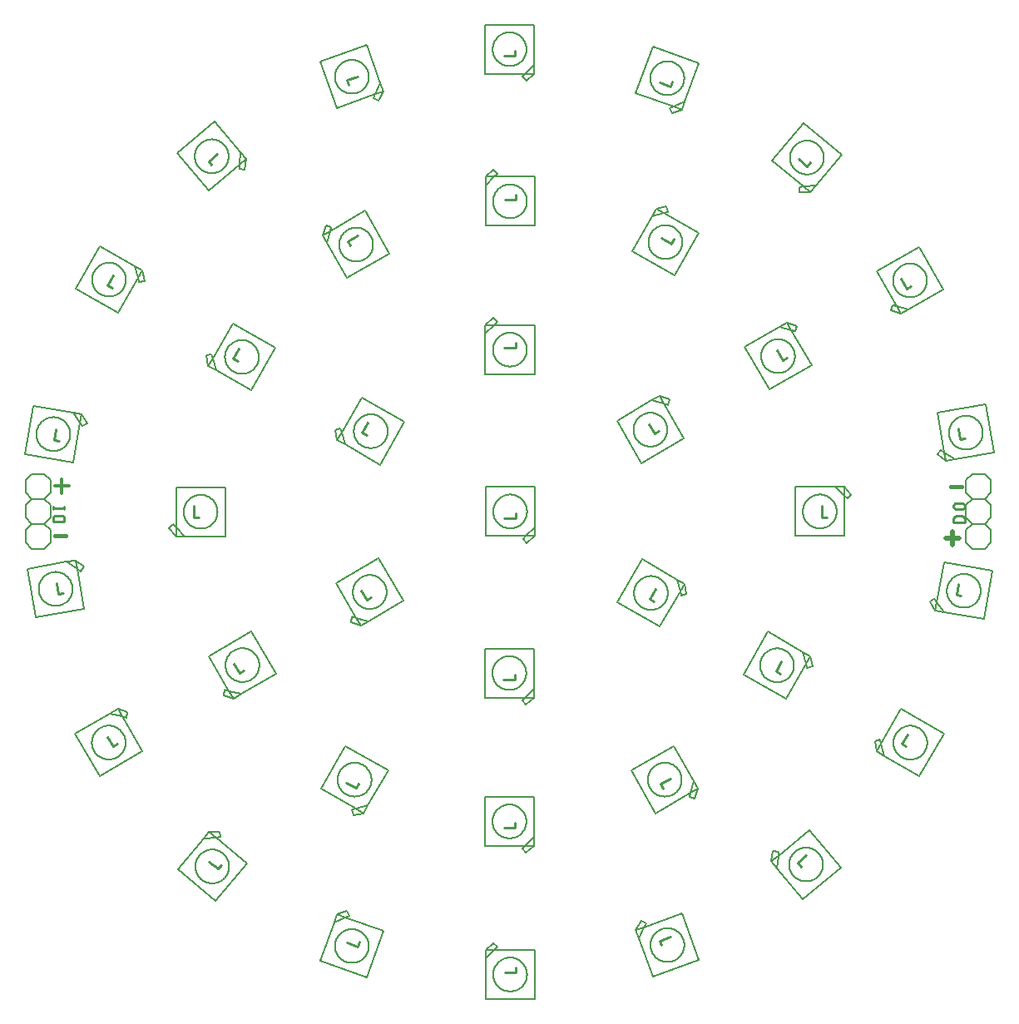
<source format=gto>
G04 EAGLE Gerber RS-274X export*
G75*
%MOMM*%
%FSLAX34Y34*%
%LPD*%
%INTop Silkscreen*%
%IPPOS*%
%AMOC8*
5,1,8,0,0,1.08239X$1,22.5*%
G01*
%ADD10C,0.355600*%
%ADD11C,0.279400*%
%ADD12C,0.431800*%
%ADD13C,0.508000*%
%ADD14C,0.127000*%
%ADD15C,0.152400*%


D10*
X-463222Y25773D02*
X-448659Y25773D01*
X-455941Y18492D02*
X-455941Y33054D01*
D11*
X-453397Y-10603D02*
X-464827Y-10603D01*
X-464827Y-7428D01*
X-464825Y-7317D01*
X-464819Y-7207D01*
X-464810Y-7096D01*
X-464796Y-6986D01*
X-464779Y-6877D01*
X-464758Y-6768D01*
X-464733Y-6660D01*
X-464704Y-6553D01*
X-464672Y-6447D01*
X-464636Y-6342D01*
X-464596Y-6239D01*
X-464553Y-6137D01*
X-464506Y-6036D01*
X-464455Y-5937D01*
X-464402Y-5841D01*
X-464345Y-5746D01*
X-464284Y-5653D01*
X-464221Y-5562D01*
X-464154Y-5473D01*
X-464084Y-5387D01*
X-464011Y-5304D01*
X-463936Y-5222D01*
X-463858Y-5144D01*
X-463776Y-5069D01*
X-463693Y-4996D01*
X-463607Y-4926D01*
X-463518Y-4859D01*
X-463427Y-4796D01*
X-463334Y-4735D01*
X-463240Y-4678D01*
X-463143Y-4625D01*
X-463044Y-4574D01*
X-462943Y-4527D01*
X-462841Y-4484D01*
X-462738Y-4444D01*
X-462633Y-4408D01*
X-462527Y-4376D01*
X-462420Y-4347D01*
X-462312Y-4322D01*
X-462203Y-4301D01*
X-462094Y-4284D01*
X-461984Y-4270D01*
X-461873Y-4261D01*
X-461763Y-4255D01*
X-461652Y-4253D01*
X-456572Y-4253D01*
X-456461Y-4255D01*
X-456351Y-4261D01*
X-456240Y-4270D01*
X-456130Y-4284D01*
X-456021Y-4301D01*
X-455912Y-4322D01*
X-455804Y-4347D01*
X-455697Y-4376D01*
X-455591Y-4408D01*
X-455486Y-4444D01*
X-455383Y-4484D01*
X-455281Y-4527D01*
X-455180Y-4574D01*
X-455081Y-4625D01*
X-454985Y-4678D01*
X-454890Y-4735D01*
X-454797Y-4796D01*
X-454706Y-4859D01*
X-454617Y-4926D01*
X-454531Y-4996D01*
X-454448Y-5069D01*
X-454366Y-5144D01*
X-454288Y-5222D01*
X-454213Y-5304D01*
X-454140Y-5387D01*
X-454070Y-5473D01*
X-454003Y-5562D01*
X-453940Y-5653D01*
X-453879Y-5746D01*
X-453822Y-5841D01*
X-453769Y-5937D01*
X-453718Y-6036D01*
X-453671Y-6137D01*
X-453628Y-6239D01*
X-453588Y-6342D01*
X-453552Y-6447D01*
X-453520Y-6553D01*
X-453491Y-6660D01*
X-453466Y-6768D01*
X-453445Y-6877D01*
X-453428Y-6986D01*
X-453414Y-7096D01*
X-453405Y-7207D01*
X-453399Y-7317D01*
X-453397Y-7428D01*
X-453397Y-10603D01*
X-453397Y3240D02*
X-464827Y3240D01*
X-453397Y1970D02*
X-453397Y4510D01*
X-464827Y4510D02*
X-464827Y1970D01*
X451673Y-11103D02*
X463103Y-11103D01*
X451673Y-11103D02*
X451673Y-7928D01*
X451675Y-7817D01*
X451681Y-7707D01*
X451690Y-7596D01*
X451704Y-7486D01*
X451721Y-7377D01*
X451742Y-7268D01*
X451767Y-7160D01*
X451796Y-7053D01*
X451828Y-6947D01*
X451864Y-6842D01*
X451904Y-6739D01*
X451947Y-6637D01*
X451994Y-6536D01*
X452045Y-6437D01*
X452098Y-6341D01*
X452155Y-6246D01*
X452216Y-6153D01*
X452279Y-6062D01*
X452346Y-5973D01*
X452416Y-5887D01*
X452489Y-5804D01*
X452564Y-5722D01*
X452642Y-5644D01*
X452724Y-5569D01*
X452807Y-5496D01*
X452893Y-5426D01*
X452982Y-5359D01*
X453073Y-5296D01*
X453166Y-5235D01*
X453261Y-5178D01*
X453357Y-5125D01*
X453456Y-5074D01*
X453557Y-5027D01*
X453659Y-4984D01*
X453762Y-4944D01*
X453867Y-4908D01*
X453973Y-4876D01*
X454080Y-4847D01*
X454188Y-4822D01*
X454297Y-4801D01*
X454406Y-4784D01*
X454516Y-4770D01*
X454627Y-4761D01*
X454737Y-4755D01*
X454848Y-4753D01*
X459928Y-4753D01*
X460039Y-4755D01*
X460149Y-4761D01*
X460260Y-4770D01*
X460370Y-4784D01*
X460479Y-4801D01*
X460588Y-4822D01*
X460696Y-4847D01*
X460803Y-4876D01*
X460909Y-4908D01*
X461014Y-4944D01*
X461117Y-4984D01*
X461219Y-5027D01*
X461320Y-5074D01*
X461419Y-5125D01*
X461516Y-5178D01*
X461610Y-5235D01*
X461703Y-5296D01*
X461794Y-5359D01*
X461883Y-5426D01*
X461969Y-5496D01*
X462052Y-5569D01*
X462134Y-5644D01*
X462212Y-5722D01*
X462287Y-5804D01*
X462360Y-5887D01*
X462430Y-5973D01*
X462497Y-6062D01*
X462560Y-6153D01*
X462621Y-6246D01*
X462678Y-6341D01*
X462731Y-6437D01*
X462782Y-6536D01*
X462829Y-6637D01*
X462872Y-6739D01*
X462912Y-6842D01*
X462948Y-6947D01*
X462980Y-7053D01*
X463009Y-7160D01*
X463034Y-7268D01*
X463055Y-7377D01*
X463072Y-7486D01*
X463086Y-7596D01*
X463095Y-7707D01*
X463101Y-7817D01*
X463103Y-7928D01*
X463103Y-11103D01*
X459928Y2125D02*
X454848Y2125D01*
X454737Y2127D01*
X454627Y2133D01*
X454516Y2142D01*
X454406Y2156D01*
X454297Y2173D01*
X454188Y2194D01*
X454080Y2219D01*
X453973Y2248D01*
X453867Y2280D01*
X453762Y2316D01*
X453659Y2356D01*
X453557Y2399D01*
X453456Y2446D01*
X453357Y2497D01*
X453261Y2550D01*
X453166Y2607D01*
X453073Y2668D01*
X452982Y2731D01*
X452893Y2798D01*
X452807Y2868D01*
X452724Y2941D01*
X452642Y3016D01*
X452564Y3094D01*
X452489Y3176D01*
X452416Y3259D01*
X452346Y3345D01*
X452279Y3434D01*
X452216Y3525D01*
X452155Y3618D01*
X452098Y3712D01*
X452045Y3809D01*
X451994Y3908D01*
X451947Y4009D01*
X451904Y4111D01*
X451864Y4214D01*
X451828Y4319D01*
X451796Y4425D01*
X451767Y4532D01*
X451742Y4640D01*
X451721Y4749D01*
X451704Y4858D01*
X451690Y4968D01*
X451681Y5079D01*
X451675Y5189D01*
X451673Y5300D01*
X451675Y5411D01*
X451681Y5521D01*
X451690Y5632D01*
X451704Y5742D01*
X451721Y5851D01*
X451742Y5960D01*
X451767Y6068D01*
X451796Y6175D01*
X451828Y6281D01*
X451864Y6386D01*
X451904Y6489D01*
X451947Y6591D01*
X451994Y6692D01*
X452045Y6791D01*
X452098Y6887D01*
X452155Y6982D01*
X452216Y7075D01*
X452279Y7166D01*
X452346Y7255D01*
X452416Y7341D01*
X452489Y7424D01*
X452564Y7506D01*
X452642Y7584D01*
X452724Y7659D01*
X452807Y7732D01*
X452893Y7802D01*
X452982Y7869D01*
X453073Y7932D01*
X453166Y7993D01*
X453261Y8050D01*
X453357Y8103D01*
X453456Y8154D01*
X453557Y8201D01*
X453659Y8244D01*
X453762Y8284D01*
X453867Y8320D01*
X453973Y8352D01*
X454080Y8381D01*
X454188Y8406D01*
X454297Y8427D01*
X454406Y8444D01*
X454516Y8458D01*
X454627Y8467D01*
X454737Y8473D01*
X454848Y8475D01*
X459928Y8475D01*
X460039Y8473D01*
X460149Y8467D01*
X460260Y8458D01*
X460370Y8444D01*
X460479Y8427D01*
X460588Y8406D01*
X460696Y8381D01*
X460803Y8352D01*
X460909Y8320D01*
X461014Y8284D01*
X461117Y8244D01*
X461219Y8201D01*
X461320Y8154D01*
X461419Y8103D01*
X461516Y8050D01*
X461610Y7993D01*
X461703Y7932D01*
X461794Y7869D01*
X461883Y7802D01*
X461969Y7732D01*
X462052Y7659D01*
X462134Y7584D01*
X462212Y7506D01*
X462287Y7424D01*
X462360Y7341D01*
X462430Y7255D01*
X462497Y7166D01*
X462560Y7075D01*
X462621Y6982D01*
X462678Y6887D01*
X462731Y6791D01*
X462782Y6692D01*
X462829Y6591D01*
X462872Y6489D01*
X462912Y6386D01*
X462948Y6281D01*
X462980Y6175D01*
X463009Y6068D01*
X463034Y5960D01*
X463055Y5851D01*
X463072Y5742D01*
X463086Y5632D01*
X463095Y5521D01*
X463101Y5411D01*
X463103Y5300D01*
X463101Y5189D01*
X463095Y5079D01*
X463086Y4968D01*
X463072Y4858D01*
X463055Y4749D01*
X463034Y4640D01*
X463009Y4532D01*
X462980Y4425D01*
X462948Y4319D01*
X462912Y4214D01*
X462872Y4111D01*
X462829Y4009D01*
X462782Y3908D01*
X462731Y3809D01*
X462678Y3712D01*
X462621Y3618D01*
X462560Y3525D01*
X462497Y3434D01*
X462430Y3345D01*
X462360Y3259D01*
X462287Y3176D01*
X462212Y3094D01*
X462134Y3016D01*
X462052Y2941D01*
X461969Y2868D01*
X461883Y2798D01*
X461794Y2731D01*
X461703Y2668D01*
X461610Y2607D01*
X461516Y2550D01*
X461419Y2497D01*
X461320Y2446D01*
X461219Y2399D01*
X461117Y2356D01*
X461014Y2316D01*
X460909Y2280D01*
X460803Y2248D01*
X460696Y2219D01*
X460588Y2194D01*
X460479Y2173D01*
X460370Y2156D01*
X460260Y2142D01*
X460149Y2133D01*
X460039Y2127D01*
X459928Y2125D01*
D12*
X460343Y25475D02*
X448659Y25475D01*
D13*
X444040Y-27558D02*
X457587Y-27558D01*
X450813Y-34331D02*
X450813Y-20784D01*
D12*
X-451659Y-24525D02*
X-463343Y-24525D01*
D14*
X-442251Y-226149D02*
X-417251Y-269451D01*
X-442251Y-226149D02*
X-406744Y-205649D01*
X-398949Y-201149D01*
X-394449Y-208944D01*
X-373949Y-244451D01*
X-417251Y-269451D01*
X-394449Y-208944D02*
X-406744Y-205649D01*
X-425305Y-235300D02*
X-425300Y-234878D01*
X-425284Y-234456D01*
X-425258Y-234034D01*
X-425222Y-233614D01*
X-425176Y-233194D01*
X-425119Y-232776D01*
X-425052Y-232359D01*
X-424974Y-231943D01*
X-424887Y-231530D01*
X-424789Y-231120D01*
X-424682Y-230711D01*
X-424564Y-230306D01*
X-424437Y-229903D01*
X-424299Y-229504D01*
X-424152Y-229108D01*
X-423995Y-228716D01*
X-423829Y-228328D01*
X-423653Y-227944D01*
X-423468Y-227564D01*
X-423273Y-227190D01*
X-423070Y-226820D01*
X-422857Y-226455D01*
X-422636Y-226095D01*
X-422405Y-225741D01*
X-422167Y-225393D01*
X-421919Y-225051D01*
X-421664Y-224715D01*
X-421400Y-224385D01*
X-421128Y-224062D01*
X-420848Y-223746D01*
X-420561Y-223436D01*
X-420266Y-223134D01*
X-419964Y-222839D01*
X-419654Y-222552D01*
X-419338Y-222272D01*
X-419015Y-222000D01*
X-418685Y-221736D01*
X-418349Y-221481D01*
X-418007Y-221233D01*
X-417659Y-220995D01*
X-417305Y-220764D01*
X-416945Y-220543D01*
X-416580Y-220330D01*
X-416210Y-220127D01*
X-415836Y-219932D01*
X-415456Y-219747D01*
X-415072Y-219571D01*
X-414684Y-219405D01*
X-414292Y-219248D01*
X-413896Y-219101D01*
X-413497Y-218963D01*
X-413094Y-218836D01*
X-412689Y-218718D01*
X-412280Y-218611D01*
X-411870Y-218513D01*
X-411457Y-218426D01*
X-411041Y-218348D01*
X-410624Y-218281D01*
X-410206Y-218224D01*
X-409786Y-218178D01*
X-409366Y-218142D01*
X-408944Y-218116D01*
X-408522Y-218100D01*
X-408100Y-218095D01*
X-407678Y-218100D01*
X-407256Y-218116D01*
X-406834Y-218142D01*
X-406414Y-218178D01*
X-405994Y-218224D01*
X-405576Y-218281D01*
X-405159Y-218348D01*
X-404743Y-218426D01*
X-404330Y-218513D01*
X-403920Y-218611D01*
X-403511Y-218718D01*
X-403106Y-218836D01*
X-402703Y-218963D01*
X-402304Y-219101D01*
X-401908Y-219248D01*
X-401516Y-219405D01*
X-401128Y-219571D01*
X-400744Y-219747D01*
X-400364Y-219932D01*
X-399990Y-220127D01*
X-399620Y-220330D01*
X-399255Y-220543D01*
X-398895Y-220764D01*
X-398541Y-220995D01*
X-398193Y-221233D01*
X-397851Y-221481D01*
X-397515Y-221736D01*
X-397185Y-222000D01*
X-396862Y-222272D01*
X-396546Y-222552D01*
X-396236Y-222839D01*
X-395934Y-223134D01*
X-395639Y-223436D01*
X-395352Y-223746D01*
X-395072Y-224062D01*
X-394800Y-224385D01*
X-394536Y-224715D01*
X-394281Y-225051D01*
X-394033Y-225393D01*
X-393795Y-225741D01*
X-393564Y-226095D01*
X-393343Y-226455D01*
X-393130Y-226820D01*
X-392927Y-227190D01*
X-392732Y-227564D01*
X-392547Y-227944D01*
X-392371Y-228328D01*
X-392205Y-228716D01*
X-392048Y-229108D01*
X-391901Y-229504D01*
X-391763Y-229903D01*
X-391636Y-230306D01*
X-391518Y-230711D01*
X-391411Y-231120D01*
X-391313Y-231530D01*
X-391226Y-231943D01*
X-391148Y-232359D01*
X-391081Y-232776D01*
X-391024Y-233194D01*
X-390978Y-233614D01*
X-390942Y-234034D01*
X-390916Y-234456D01*
X-390900Y-234878D01*
X-390895Y-235300D01*
X-390900Y-235722D01*
X-390916Y-236144D01*
X-390942Y-236566D01*
X-390978Y-236986D01*
X-391024Y-237406D01*
X-391081Y-237824D01*
X-391148Y-238241D01*
X-391226Y-238657D01*
X-391313Y-239070D01*
X-391411Y-239480D01*
X-391518Y-239889D01*
X-391636Y-240294D01*
X-391763Y-240697D01*
X-391901Y-241096D01*
X-392048Y-241492D01*
X-392205Y-241884D01*
X-392371Y-242272D01*
X-392547Y-242656D01*
X-392732Y-243036D01*
X-392927Y-243410D01*
X-393130Y-243780D01*
X-393343Y-244145D01*
X-393564Y-244505D01*
X-393795Y-244859D01*
X-394033Y-245207D01*
X-394281Y-245549D01*
X-394536Y-245885D01*
X-394800Y-246215D01*
X-395072Y-246538D01*
X-395352Y-246854D01*
X-395639Y-247164D01*
X-395934Y-247466D01*
X-396236Y-247761D01*
X-396546Y-248048D01*
X-396862Y-248328D01*
X-397185Y-248600D01*
X-397515Y-248864D01*
X-397851Y-249119D01*
X-398193Y-249367D01*
X-398541Y-249605D01*
X-398895Y-249836D01*
X-399255Y-250057D01*
X-399620Y-250270D01*
X-399990Y-250473D01*
X-400364Y-250668D01*
X-400744Y-250853D01*
X-401128Y-251029D01*
X-401516Y-251195D01*
X-401908Y-251352D01*
X-402304Y-251499D01*
X-402703Y-251637D01*
X-403106Y-251764D01*
X-403511Y-251882D01*
X-403920Y-251989D01*
X-404330Y-252087D01*
X-404743Y-252174D01*
X-405159Y-252252D01*
X-405576Y-252319D01*
X-405994Y-252376D01*
X-406414Y-252422D01*
X-406834Y-252458D01*
X-407256Y-252484D01*
X-407678Y-252500D01*
X-408100Y-252505D01*
X-408522Y-252500D01*
X-408944Y-252484D01*
X-409366Y-252458D01*
X-409786Y-252422D01*
X-410206Y-252376D01*
X-410624Y-252319D01*
X-411041Y-252252D01*
X-411457Y-252174D01*
X-411870Y-252087D01*
X-412280Y-251989D01*
X-412689Y-251882D01*
X-413094Y-251764D01*
X-413497Y-251637D01*
X-413896Y-251499D01*
X-414292Y-251352D01*
X-414684Y-251195D01*
X-415072Y-251029D01*
X-415456Y-250853D01*
X-415836Y-250668D01*
X-416210Y-250473D01*
X-416580Y-250270D01*
X-416945Y-250057D01*
X-417305Y-249836D01*
X-417659Y-249605D01*
X-418007Y-249367D01*
X-418349Y-249119D01*
X-418685Y-248864D01*
X-419015Y-248600D01*
X-419338Y-248328D01*
X-419654Y-248048D01*
X-419964Y-247761D01*
X-420266Y-247466D01*
X-420561Y-247164D01*
X-420848Y-246854D01*
X-421128Y-246538D01*
X-421400Y-246215D01*
X-421664Y-245885D01*
X-421919Y-245549D01*
X-422167Y-245207D01*
X-422405Y-244859D01*
X-422636Y-244505D01*
X-422857Y-244145D01*
X-423070Y-243780D01*
X-423273Y-243410D01*
X-423468Y-243036D01*
X-423653Y-242656D01*
X-423829Y-242272D01*
X-423995Y-241884D01*
X-424152Y-241492D01*
X-424299Y-241096D01*
X-424437Y-240697D01*
X-424564Y-240294D01*
X-424682Y-239889D01*
X-424789Y-239480D01*
X-424887Y-239070D01*
X-424974Y-238657D01*
X-425052Y-238241D01*
X-425119Y-237824D01*
X-425176Y-237406D01*
X-425222Y-236986D01*
X-425258Y-236566D01*
X-425284Y-236144D01*
X-425300Y-235722D01*
X-425305Y-235300D01*
D11*
X-409354Y-229572D02*
X-403639Y-239470D01*
X-399240Y-236930D01*
D14*
X-390351Y-210042D02*
X-394449Y-208944D01*
X-390351Y-210042D02*
X-388887Y-204578D01*
X-398949Y-201149D01*
X493261Y59821D02*
X484579Y109061D01*
X493261Y59821D02*
X452884Y52701D01*
X444021Y51139D01*
X442458Y60002D01*
X435339Y100379D01*
X484579Y109061D01*
X452884Y52701D02*
X442458Y60002D01*
X447095Y80100D02*
X447100Y80522D01*
X447116Y80944D01*
X447142Y81366D01*
X447178Y81786D01*
X447224Y82206D01*
X447281Y82624D01*
X447348Y83041D01*
X447426Y83457D01*
X447513Y83870D01*
X447611Y84280D01*
X447718Y84689D01*
X447836Y85094D01*
X447963Y85497D01*
X448101Y85896D01*
X448248Y86292D01*
X448405Y86684D01*
X448571Y87072D01*
X448747Y87456D01*
X448932Y87836D01*
X449127Y88210D01*
X449330Y88580D01*
X449543Y88945D01*
X449764Y89305D01*
X449995Y89659D01*
X450233Y90007D01*
X450481Y90349D01*
X450736Y90685D01*
X451000Y91015D01*
X451272Y91338D01*
X451552Y91654D01*
X451839Y91964D01*
X452134Y92266D01*
X452436Y92561D01*
X452746Y92848D01*
X453062Y93128D01*
X453385Y93400D01*
X453715Y93664D01*
X454051Y93919D01*
X454393Y94167D01*
X454741Y94405D01*
X455095Y94636D01*
X455455Y94857D01*
X455820Y95070D01*
X456190Y95273D01*
X456564Y95468D01*
X456944Y95653D01*
X457328Y95829D01*
X457716Y95995D01*
X458108Y96152D01*
X458504Y96299D01*
X458903Y96437D01*
X459306Y96564D01*
X459711Y96682D01*
X460120Y96789D01*
X460530Y96887D01*
X460943Y96974D01*
X461359Y97052D01*
X461776Y97119D01*
X462194Y97176D01*
X462614Y97222D01*
X463034Y97258D01*
X463456Y97284D01*
X463878Y97300D01*
X464300Y97305D01*
X464722Y97300D01*
X465144Y97284D01*
X465566Y97258D01*
X465986Y97222D01*
X466406Y97176D01*
X466824Y97119D01*
X467241Y97052D01*
X467657Y96974D01*
X468070Y96887D01*
X468480Y96789D01*
X468889Y96682D01*
X469294Y96564D01*
X469697Y96437D01*
X470096Y96299D01*
X470492Y96152D01*
X470884Y95995D01*
X471272Y95829D01*
X471656Y95653D01*
X472036Y95468D01*
X472410Y95273D01*
X472780Y95070D01*
X473145Y94857D01*
X473505Y94636D01*
X473859Y94405D01*
X474207Y94167D01*
X474549Y93919D01*
X474885Y93664D01*
X475215Y93400D01*
X475538Y93128D01*
X475854Y92848D01*
X476164Y92561D01*
X476466Y92266D01*
X476761Y91964D01*
X477048Y91654D01*
X477328Y91338D01*
X477600Y91015D01*
X477864Y90685D01*
X478119Y90349D01*
X478367Y90007D01*
X478605Y89659D01*
X478836Y89305D01*
X479057Y88945D01*
X479270Y88580D01*
X479473Y88210D01*
X479668Y87836D01*
X479853Y87456D01*
X480029Y87072D01*
X480195Y86684D01*
X480352Y86292D01*
X480499Y85896D01*
X480637Y85497D01*
X480764Y85094D01*
X480882Y84689D01*
X480989Y84280D01*
X481087Y83870D01*
X481174Y83457D01*
X481252Y83041D01*
X481319Y82624D01*
X481376Y82206D01*
X481422Y81786D01*
X481458Y81366D01*
X481484Y80944D01*
X481500Y80522D01*
X481505Y80100D01*
X481500Y79678D01*
X481484Y79256D01*
X481458Y78834D01*
X481422Y78414D01*
X481376Y77994D01*
X481319Y77576D01*
X481252Y77159D01*
X481174Y76743D01*
X481087Y76330D01*
X480989Y75920D01*
X480882Y75511D01*
X480764Y75106D01*
X480637Y74703D01*
X480499Y74304D01*
X480352Y73908D01*
X480195Y73516D01*
X480029Y73128D01*
X479853Y72744D01*
X479668Y72364D01*
X479473Y71990D01*
X479270Y71620D01*
X479057Y71255D01*
X478836Y70895D01*
X478605Y70541D01*
X478367Y70193D01*
X478119Y69851D01*
X477864Y69515D01*
X477600Y69185D01*
X477328Y68862D01*
X477048Y68546D01*
X476761Y68236D01*
X476466Y67934D01*
X476164Y67639D01*
X475854Y67352D01*
X475538Y67072D01*
X475215Y66800D01*
X474885Y66536D01*
X474549Y66281D01*
X474207Y66033D01*
X473859Y65795D01*
X473505Y65564D01*
X473145Y65343D01*
X472780Y65130D01*
X472410Y64927D01*
X472036Y64732D01*
X471656Y64547D01*
X471272Y64371D01*
X470884Y64205D01*
X470492Y64048D01*
X470096Y63901D01*
X469697Y63763D01*
X469294Y63636D01*
X468889Y63518D01*
X468480Y63411D01*
X468070Y63313D01*
X467657Y63226D01*
X467241Y63148D01*
X466824Y63081D01*
X466406Y63024D01*
X465986Y62978D01*
X465566Y62942D01*
X465144Y62916D01*
X464722Y62900D01*
X464300Y62895D01*
X463878Y62900D01*
X463456Y62916D01*
X463034Y62942D01*
X462614Y62978D01*
X462194Y63024D01*
X461776Y63081D01*
X461359Y63148D01*
X460943Y63226D01*
X460530Y63313D01*
X460120Y63411D01*
X459711Y63518D01*
X459306Y63636D01*
X458903Y63763D01*
X458504Y63901D01*
X458108Y64048D01*
X457716Y64205D01*
X457328Y64371D01*
X456944Y64547D01*
X456564Y64732D01*
X456190Y64927D01*
X455820Y65130D01*
X455455Y65343D01*
X455095Y65564D01*
X454741Y65795D01*
X454393Y66033D01*
X454051Y66281D01*
X453715Y66536D01*
X453385Y66800D01*
X453062Y67072D01*
X452746Y67352D01*
X452436Y67639D01*
X452134Y67934D01*
X451839Y68236D01*
X451552Y68546D01*
X451272Y68862D01*
X451000Y69185D01*
X450736Y69515D01*
X450481Y69851D01*
X450233Y70193D01*
X449995Y70541D01*
X449764Y70895D01*
X449543Y71255D01*
X449330Y71620D01*
X449127Y71990D01*
X448932Y72364D01*
X448747Y72744D01*
X448571Y73128D01*
X448405Y73516D01*
X448248Y73908D01*
X448101Y74304D01*
X447963Y74703D01*
X447836Y75106D01*
X447718Y75511D01*
X447611Y75920D01*
X447513Y76330D01*
X447426Y76743D01*
X447348Y77159D01*
X447281Y77576D01*
X447224Y77994D01*
X447178Y78414D01*
X447142Y78834D01*
X447116Y79256D01*
X447100Y79678D01*
X447095Y80100D01*
D11*
X456532Y84662D02*
X458517Y73406D01*
X463519Y74288D01*
D14*
X442458Y60002D02*
X438983Y62435D01*
X435738Y57802D01*
X444021Y51139D01*
X441551Y225949D02*
X416551Y269251D01*
X441551Y225949D02*
X406044Y205449D01*
X398249Y200949D01*
X393749Y208744D01*
X373249Y244251D01*
X416551Y269251D01*
X393749Y208744D02*
X406044Y205449D01*
X390195Y235100D02*
X390200Y235522D01*
X390216Y235944D01*
X390242Y236366D01*
X390278Y236786D01*
X390324Y237206D01*
X390381Y237624D01*
X390448Y238041D01*
X390526Y238457D01*
X390613Y238870D01*
X390711Y239280D01*
X390818Y239689D01*
X390936Y240094D01*
X391063Y240497D01*
X391201Y240896D01*
X391348Y241292D01*
X391505Y241684D01*
X391671Y242072D01*
X391847Y242456D01*
X392032Y242836D01*
X392227Y243210D01*
X392430Y243580D01*
X392643Y243945D01*
X392864Y244305D01*
X393095Y244659D01*
X393333Y245007D01*
X393581Y245349D01*
X393836Y245685D01*
X394100Y246015D01*
X394372Y246338D01*
X394652Y246654D01*
X394939Y246964D01*
X395234Y247266D01*
X395536Y247561D01*
X395846Y247848D01*
X396162Y248128D01*
X396485Y248400D01*
X396815Y248664D01*
X397151Y248919D01*
X397493Y249167D01*
X397841Y249405D01*
X398195Y249636D01*
X398555Y249857D01*
X398920Y250070D01*
X399290Y250273D01*
X399664Y250468D01*
X400044Y250653D01*
X400428Y250829D01*
X400816Y250995D01*
X401208Y251152D01*
X401604Y251299D01*
X402003Y251437D01*
X402406Y251564D01*
X402811Y251682D01*
X403220Y251789D01*
X403630Y251887D01*
X404043Y251974D01*
X404459Y252052D01*
X404876Y252119D01*
X405294Y252176D01*
X405714Y252222D01*
X406134Y252258D01*
X406556Y252284D01*
X406978Y252300D01*
X407400Y252305D01*
X407822Y252300D01*
X408244Y252284D01*
X408666Y252258D01*
X409086Y252222D01*
X409506Y252176D01*
X409924Y252119D01*
X410341Y252052D01*
X410757Y251974D01*
X411170Y251887D01*
X411580Y251789D01*
X411989Y251682D01*
X412394Y251564D01*
X412797Y251437D01*
X413196Y251299D01*
X413592Y251152D01*
X413984Y250995D01*
X414372Y250829D01*
X414756Y250653D01*
X415136Y250468D01*
X415510Y250273D01*
X415880Y250070D01*
X416245Y249857D01*
X416605Y249636D01*
X416959Y249405D01*
X417307Y249167D01*
X417649Y248919D01*
X417985Y248664D01*
X418315Y248400D01*
X418638Y248128D01*
X418954Y247848D01*
X419264Y247561D01*
X419566Y247266D01*
X419861Y246964D01*
X420148Y246654D01*
X420428Y246338D01*
X420700Y246015D01*
X420964Y245685D01*
X421219Y245349D01*
X421467Y245007D01*
X421705Y244659D01*
X421936Y244305D01*
X422157Y243945D01*
X422370Y243580D01*
X422573Y243210D01*
X422768Y242836D01*
X422953Y242456D01*
X423129Y242072D01*
X423295Y241684D01*
X423452Y241292D01*
X423599Y240896D01*
X423737Y240497D01*
X423864Y240094D01*
X423982Y239689D01*
X424089Y239280D01*
X424187Y238870D01*
X424274Y238457D01*
X424352Y238041D01*
X424419Y237624D01*
X424476Y237206D01*
X424522Y236786D01*
X424558Y236366D01*
X424584Y235944D01*
X424600Y235522D01*
X424605Y235100D01*
X424600Y234678D01*
X424584Y234256D01*
X424558Y233834D01*
X424522Y233414D01*
X424476Y232994D01*
X424419Y232576D01*
X424352Y232159D01*
X424274Y231743D01*
X424187Y231330D01*
X424089Y230920D01*
X423982Y230511D01*
X423864Y230106D01*
X423737Y229703D01*
X423599Y229304D01*
X423452Y228908D01*
X423295Y228516D01*
X423129Y228128D01*
X422953Y227744D01*
X422768Y227364D01*
X422573Y226990D01*
X422370Y226620D01*
X422157Y226255D01*
X421936Y225895D01*
X421705Y225541D01*
X421467Y225193D01*
X421219Y224851D01*
X420964Y224515D01*
X420700Y224185D01*
X420428Y223862D01*
X420148Y223546D01*
X419861Y223236D01*
X419566Y222934D01*
X419264Y222639D01*
X418954Y222352D01*
X418638Y222072D01*
X418315Y221800D01*
X417985Y221536D01*
X417649Y221281D01*
X417307Y221033D01*
X416959Y220795D01*
X416605Y220564D01*
X416245Y220343D01*
X415880Y220130D01*
X415510Y219927D01*
X415136Y219732D01*
X414756Y219547D01*
X414372Y219371D01*
X413984Y219205D01*
X413592Y219048D01*
X413196Y218901D01*
X412797Y218763D01*
X412394Y218636D01*
X411989Y218518D01*
X411580Y218411D01*
X411170Y218313D01*
X410757Y218226D01*
X410341Y218148D01*
X409924Y218081D01*
X409506Y218024D01*
X409086Y217978D01*
X408666Y217942D01*
X408244Y217916D01*
X407822Y217900D01*
X407400Y217895D01*
X406978Y217900D01*
X406556Y217916D01*
X406134Y217942D01*
X405714Y217978D01*
X405294Y218024D01*
X404876Y218081D01*
X404459Y218148D01*
X404043Y218226D01*
X403630Y218313D01*
X403220Y218411D01*
X402811Y218518D01*
X402406Y218636D01*
X402003Y218763D01*
X401604Y218901D01*
X401208Y219048D01*
X400816Y219205D01*
X400428Y219371D01*
X400044Y219547D01*
X399664Y219732D01*
X399290Y219927D01*
X398920Y220130D01*
X398555Y220343D01*
X398195Y220564D01*
X397841Y220795D01*
X397493Y221033D01*
X397151Y221281D01*
X396815Y221536D01*
X396485Y221800D01*
X396162Y222072D01*
X395846Y222352D01*
X395536Y222639D01*
X395234Y222934D01*
X394939Y223236D01*
X394652Y223546D01*
X394372Y223862D01*
X394100Y224185D01*
X393836Y224515D01*
X393581Y224851D01*
X393333Y225193D01*
X393095Y225541D01*
X392864Y225895D01*
X392643Y226255D01*
X392430Y226620D01*
X392227Y226990D01*
X392032Y227364D01*
X391847Y227744D01*
X391671Y228128D01*
X391505Y228516D01*
X391348Y228908D01*
X391201Y229304D01*
X391063Y229703D01*
X390936Y230106D01*
X390818Y230511D01*
X390711Y230920D01*
X390613Y231330D01*
X390526Y231743D01*
X390448Y232159D01*
X390381Y232576D01*
X390324Y232994D01*
X390278Y233414D01*
X390242Y233834D01*
X390216Y234256D01*
X390200Y234678D01*
X390195Y235100D01*
D11*
X398540Y236730D02*
X404255Y226832D01*
X408654Y229372D01*
D14*
X393749Y208744D02*
X389651Y209842D01*
X388187Y204378D01*
X398249Y200949D01*
X337721Y363181D02*
X299419Y395321D01*
X337721Y363181D02*
X311367Y331774D01*
X305581Y324879D01*
X298687Y330664D01*
X267279Y357019D01*
X299419Y395321D01*
X311367Y331774D02*
X298687Y330664D01*
X285295Y360100D02*
X285300Y360522D01*
X285316Y360944D01*
X285342Y361366D01*
X285378Y361786D01*
X285424Y362206D01*
X285481Y362624D01*
X285548Y363041D01*
X285626Y363457D01*
X285713Y363870D01*
X285811Y364280D01*
X285918Y364689D01*
X286036Y365094D01*
X286163Y365497D01*
X286301Y365896D01*
X286448Y366292D01*
X286605Y366684D01*
X286771Y367072D01*
X286947Y367456D01*
X287132Y367836D01*
X287327Y368210D01*
X287530Y368580D01*
X287743Y368945D01*
X287964Y369305D01*
X288195Y369659D01*
X288433Y370007D01*
X288681Y370349D01*
X288936Y370685D01*
X289200Y371015D01*
X289472Y371338D01*
X289752Y371654D01*
X290039Y371964D01*
X290334Y372266D01*
X290636Y372561D01*
X290946Y372848D01*
X291262Y373128D01*
X291585Y373400D01*
X291915Y373664D01*
X292251Y373919D01*
X292593Y374167D01*
X292941Y374405D01*
X293295Y374636D01*
X293655Y374857D01*
X294020Y375070D01*
X294390Y375273D01*
X294764Y375468D01*
X295144Y375653D01*
X295528Y375829D01*
X295916Y375995D01*
X296308Y376152D01*
X296704Y376299D01*
X297103Y376437D01*
X297506Y376564D01*
X297911Y376682D01*
X298320Y376789D01*
X298730Y376887D01*
X299143Y376974D01*
X299559Y377052D01*
X299976Y377119D01*
X300394Y377176D01*
X300814Y377222D01*
X301234Y377258D01*
X301656Y377284D01*
X302078Y377300D01*
X302500Y377305D01*
X302922Y377300D01*
X303344Y377284D01*
X303766Y377258D01*
X304186Y377222D01*
X304606Y377176D01*
X305024Y377119D01*
X305441Y377052D01*
X305857Y376974D01*
X306270Y376887D01*
X306680Y376789D01*
X307089Y376682D01*
X307494Y376564D01*
X307897Y376437D01*
X308296Y376299D01*
X308692Y376152D01*
X309084Y375995D01*
X309472Y375829D01*
X309856Y375653D01*
X310236Y375468D01*
X310610Y375273D01*
X310980Y375070D01*
X311345Y374857D01*
X311705Y374636D01*
X312059Y374405D01*
X312407Y374167D01*
X312749Y373919D01*
X313085Y373664D01*
X313415Y373400D01*
X313738Y373128D01*
X314054Y372848D01*
X314364Y372561D01*
X314666Y372266D01*
X314961Y371964D01*
X315248Y371654D01*
X315528Y371338D01*
X315800Y371015D01*
X316064Y370685D01*
X316319Y370349D01*
X316567Y370007D01*
X316805Y369659D01*
X317036Y369305D01*
X317257Y368945D01*
X317470Y368580D01*
X317673Y368210D01*
X317868Y367836D01*
X318053Y367456D01*
X318229Y367072D01*
X318395Y366684D01*
X318552Y366292D01*
X318699Y365896D01*
X318837Y365497D01*
X318964Y365094D01*
X319082Y364689D01*
X319189Y364280D01*
X319287Y363870D01*
X319374Y363457D01*
X319452Y363041D01*
X319519Y362624D01*
X319576Y362206D01*
X319622Y361786D01*
X319658Y361366D01*
X319684Y360944D01*
X319700Y360522D01*
X319705Y360100D01*
X319700Y359678D01*
X319684Y359256D01*
X319658Y358834D01*
X319622Y358414D01*
X319576Y357994D01*
X319519Y357576D01*
X319452Y357159D01*
X319374Y356743D01*
X319287Y356330D01*
X319189Y355920D01*
X319082Y355511D01*
X318964Y355106D01*
X318837Y354703D01*
X318699Y354304D01*
X318552Y353908D01*
X318395Y353516D01*
X318229Y353128D01*
X318053Y352744D01*
X317868Y352364D01*
X317673Y351990D01*
X317470Y351620D01*
X317257Y351255D01*
X317036Y350895D01*
X316805Y350541D01*
X316567Y350193D01*
X316319Y349851D01*
X316064Y349515D01*
X315800Y349185D01*
X315528Y348862D01*
X315248Y348546D01*
X314961Y348236D01*
X314666Y347934D01*
X314364Y347639D01*
X314054Y347352D01*
X313738Y347072D01*
X313415Y346800D01*
X313085Y346536D01*
X312749Y346281D01*
X312407Y346033D01*
X312059Y345795D01*
X311705Y345564D01*
X311345Y345343D01*
X310980Y345130D01*
X310610Y344927D01*
X310236Y344732D01*
X309856Y344547D01*
X309472Y344371D01*
X309084Y344205D01*
X308692Y344048D01*
X308296Y343901D01*
X307897Y343763D01*
X307494Y343636D01*
X307089Y343518D01*
X306680Y343411D01*
X306270Y343313D01*
X305857Y343226D01*
X305441Y343148D01*
X305024Y343081D01*
X304606Y343024D01*
X304186Y342978D01*
X303766Y342942D01*
X303344Y342916D01*
X302922Y342900D01*
X302500Y342895D01*
X302078Y342900D01*
X301656Y342916D01*
X301234Y342942D01*
X300814Y342978D01*
X300394Y343024D01*
X299976Y343081D01*
X299559Y343148D01*
X299143Y343226D01*
X298730Y343313D01*
X298320Y343411D01*
X297911Y343518D01*
X297506Y343636D01*
X297103Y343763D01*
X296704Y343901D01*
X296308Y344048D01*
X295916Y344205D01*
X295528Y344371D01*
X295144Y344547D01*
X294764Y344732D01*
X294390Y344927D01*
X294020Y345130D01*
X293655Y345343D01*
X293295Y345564D01*
X292941Y345795D01*
X292593Y346033D01*
X292251Y346281D01*
X291915Y346536D01*
X291585Y346800D01*
X291262Y347072D01*
X290946Y347352D01*
X290636Y347639D01*
X290334Y347934D01*
X290039Y348236D01*
X289752Y348546D01*
X289472Y348862D01*
X289200Y349185D01*
X288936Y349515D01*
X288681Y349851D01*
X288433Y350193D01*
X288195Y350541D01*
X287964Y350895D01*
X287743Y351255D01*
X287530Y351620D01*
X287327Y351990D01*
X287132Y352364D01*
X286947Y352744D01*
X286771Y353128D01*
X286605Y353516D01*
X286448Y353908D01*
X286301Y354304D01*
X286163Y354703D01*
X286036Y355106D01*
X285918Y355511D01*
X285811Y355920D01*
X285713Y356330D01*
X285626Y356743D01*
X285548Y357159D01*
X285481Y357576D01*
X285424Y357994D01*
X285378Y358414D01*
X285342Y358834D01*
X285316Y359256D01*
X285300Y359678D01*
X285295Y360100D01*
D11*
X293616Y358602D02*
X302372Y351255D01*
X305638Y355146D01*
D14*
X298687Y330664D02*
X294461Y330295D01*
X294954Y324659D01*
X305581Y324879D01*
X192443Y455842D02*
X145458Y472943D01*
X192443Y455842D02*
X178420Y417314D01*
X175342Y408857D01*
X166885Y411935D01*
X128357Y425958D01*
X145458Y472943D01*
X178420Y417314D02*
X166885Y411935D01*
X143195Y440900D02*
X143200Y441322D01*
X143216Y441744D01*
X143242Y442166D01*
X143278Y442586D01*
X143324Y443006D01*
X143381Y443424D01*
X143448Y443841D01*
X143526Y444257D01*
X143613Y444670D01*
X143711Y445080D01*
X143818Y445489D01*
X143936Y445894D01*
X144063Y446297D01*
X144201Y446696D01*
X144348Y447092D01*
X144505Y447484D01*
X144671Y447872D01*
X144847Y448256D01*
X145032Y448636D01*
X145227Y449010D01*
X145430Y449380D01*
X145643Y449745D01*
X145864Y450105D01*
X146095Y450459D01*
X146333Y450807D01*
X146581Y451149D01*
X146836Y451485D01*
X147100Y451815D01*
X147372Y452138D01*
X147652Y452454D01*
X147939Y452764D01*
X148234Y453066D01*
X148536Y453361D01*
X148846Y453648D01*
X149162Y453928D01*
X149485Y454200D01*
X149815Y454464D01*
X150151Y454719D01*
X150493Y454967D01*
X150841Y455205D01*
X151195Y455436D01*
X151555Y455657D01*
X151920Y455870D01*
X152290Y456073D01*
X152664Y456268D01*
X153044Y456453D01*
X153428Y456629D01*
X153816Y456795D01*
X154208Y456952D01*
X154604Y457099D01*
X155003Y457237D01*
X155406Y457364D01*
X155811Y457482D01*
X156220Y457589D01*
X156630Y457687D01*
X157043Y457774D01*
X157459Y457852D01*
X157876Y457919D01*
X158294Y457976D01*
X158714Y458022D01*
X159134Y458058D01*
X159556Y458084D01*
X159978Y458100D01*
X160400Y458105D01*
X160822Y458100D01*
X161244Y458084D01*
X161666Y458058D01*
X162086Y458022D01*
X162506Y457976D01*
X162924Y457919D01*
X163341Y457852D01*
X163757Y457774D01*
X164170Y457687D01*
X164580Y457589D01*
X164989Y457482D01*
X165394Y457364D01*
X165797Y457237D01*
X166196Y457099D01*
X166592Y456952D01*
X166984Y456795D01*
X167372Y456629D01*
X167756Y456453D01*
X168136Y456268D01*
X168510Y456073D01*
X168880Y455870D01*
X169245Y455657D01*
X169605Y455436D01*
X169959Y455205D01*
X170307Y454967D01*
X170649Y454719D01*
X170985Y454464D01*
X171315Y454200D01*
X171638Y453928D01*
X171954Y453648D01*
X172264Y453361D01*
X172566Y453066D01*
X172861Y452764D01*
X173148Y452454D01*
X173428Y452138D01*
X173700Y451815D01*
X173964Y451485D01*
X174219Y451149D01*
X174467Y450807D01*
X174705Y450459D01*
X174936Y450105D01*
X175157Y449745D01*
X175370Y449380D01*
X175573Y449010D01*
X175768Y448636D01*
X175953Y448256D01*
X176129Y447872D01*
X176295Y447484D01*
X176452Y447092D01*
X176599Y446696D01*
X176737Y446297D01*
X176864Y445894D01*
X176982Y445489D01*
X177089Y445080D01*
X177187Y444670D01*
X177274Y444257D01*
X177352Y443841D01*
X177419Y443424D01*
X177476Y443006D01*
X177522Y442586D01*
X177558Y442166D01*
X177584Y441744D01*
X177600Y441322D01*
X177605Y440900D01*
X177600Y440478D01*
X177584Y440056D01*
X177558Y439634D01*
X177522Y439214D01*
X177476Y438794D01*
X177419Y438376D01*
X177352Y437959D01*
X177274Y437543D01*
X177187Y437130D01*
X177089Y436720D01*
X176982Y436311D01*
X176864Y435906D01*
X176737Y435503D01*
X176599Y435104D01*
X176452Y434708D01*
X176295Y434316D01*
X176129Y433928D01*
X175953Y433544D01*
X175768Y433164D01*
X175573Y432790D01*
X175370Y432420D01*
X175157Y432055D01*
X174936Y431695D01*
X174705Y431341D01*
X174467Y430993D01*
X174219Y430651D01*
X173964Y430315D01*
X173700Y429985D01*
X173428Y429662D01*
X173148Y429346D01*
X172861Y429036D01*
X172566Y428734D01*
X172264Y428439D01*
X171954Y428152D01*
X171638Y427872D01*
X171315Y427600D01*
X170985Y427336D01*
X170649Y427081D01*
X170307Y426833D01*
X169959Y426595D01*
X169605Y426364D01*
X169245Y426143D01*
X168880Y425930D01*
X168510Y425727D01*
X168136Y425532D01*
X167756Y425347D01*
X167372Y425171D01*
X166984Y425005D01*
X166592Y424848D01*
X166196Y424701D01*
X165797Y424563D01*
X165394Y424436D01*
X164989Y424318D01*
X164580Y424211D01*
X164170Y424113D01*
X163757Y424026D01*
X163341Y423948D01*
X162924Y423881D01*
X162506Y423824D01*
X162086Y423778D01*
X161666Y423742D01*
X161244Y423716D01*
X160822Y423700D01*
X160400Y423695D01*
X159978Y423700D01*
X159556Y423716D01*
X159134Y423742D01*
X158714Y423778D01*
X158294Y423824D01*
X157876Y423881D01*
X157459Y423948D01*
X157043Y424026D01*
X156630Y424113D01*
X156220Y424211D01*
X155811Y424318D01*
X155406Y424436D01*
X155003Y424563D01*
X154604Y424701D01*
X154208Y424848D01*
X153816Y425005D01*
X153428Y425171D01*
X153044Y425347D01*
X152664Y425532D01*
X152290Y425727D01*
X151920Y425930D01*
X151555Y426143D01*
X151195Y426364D01*
X150841Y426595D01*
X150493Y426833D01*
X150151Y427081D01*
X149815Y427336D01*
X149485Y427600D01*
X149162Y427872D01*
X148846Y428152D01*
X148536Y428439D01*
X148234Y428734D01*
X147939Y429036D01*
X147652Y429346D01*
X147372Y429662D01*
X147100Y429985D01*
X146836Y430315D01*
X146581Y430651D01*
X146333Y430993D01*
X146095Y431341D01*
X145864Y431695D01*
X145643Y432055D01*
X145430Y432420D01*
X145227Y432790D01*
X145032Y433164D01*
X144847Y433544D01*
X144671Y433928D01*
X144505Y434316D01*
X144348Y434708D01*
X144201Y435104D01*
X144063Y435503D01*
X143936Y435906D01*
X143818Y436311D01*
X143711Y436720D01*
X143613Y437130D01*
X143526Y437543D01*
X143448Y437959D01*
X143381Y438376D01*
X143324Y438794D01*
X143278Y439214D01*
X143242Y439634D01*
X143216Y440056D01*
X143200Y440478D01*
X143195Y440900D01*
D11*
X152565Y436454D02*
X163305Y432544D01*
X165043Y437318D01*
D14*
X166885Y411935D02*
X163039Y410142D01*
X165430Y405015D01*
X175342Y408857D01*
X24800Y495400D02*
X-25200Y495400D01*
X24800Y495400D02*
X24800Y454400D01*
X24800Y445400D01*
X15800Y445400D01*
X-25200Y445400D01*
X-25200Y495400D01*
X24800Y454400D02*
X15800Y445400D01*
X-17405Y470400D02*
X-17400Y470822D01*
X-17384Y471244D01*
X-17358Y471666D01*
X-17322Y472086D01*
X-17276Y472506D01*
X-17219Y472924D01*
X-17152Y473341D01*
X-17074Y473757D01*
X-16987Y474170D01*
X-16889Y474580D01*
X-16782Y474989D01*
X-16664Y475394D01*
X-16537Y475797D01*
X-16399Y476196D01*
X-16252Y476592D01*
X-16095Y476984D01*
X-15929Y477372D01*
X-15753Y477756D01*
X-15568Y478136D01*
X-15373Y478510D01*
X-15170Y478880D01*
X-14957Y479245D01*
X-14736Y479605D01*
X-14505Y479959D01*
X-14267Y480307D01*
X-14019Y480649D01*
X-13764Y480985D01*
X-13500Y481315D01*
X-13228Y481638D01*
X-12948Y481954D01*
X-12661Y482264D01*
X-12366Y482566D01*
X-12064Y482861D01*
X-11754Y483148D01*
X-11438Y483428D01*
X-11115Y483700D01*
X-10785Y483964D01*
X-10449Y484219D01*
X-10107Y484467D01*
X-9759Y484705D01*
X-9405Y484936D01*
X-9045Y485157D01*
X-8680Y485370D01*
X-8310Y485573D01*
X-7936Y485768D01*
X-7556Y485953D01*
X-7172Y486129D01*
X-6784Y486295D01*
X-6392Y486452D01*
X-5996Y486599D01*
X-5597Y486737D01*
X-5194Y486864D01*
X-4789Y486982D01*
X-4380Y487089D01*
X-3970Y487187D01*
X-3557Y487274D01*
X-3141Y487352D01*
X-2724Y487419D01*
X-2306Y487476D01*
X-1886Y487522D01*
X-1466Y487558D01*
X-1044Y487584D01*
X-622Y487600D01*
X-200Y487605D01*
X222Y487600D01*
X644Y487584D01*
X1066Y487558D01*
X1486Y487522D01*
X1906Y487476D01*
X2324Y487419D01*
X2741Y487352D01*
X3157Y487274D01*
X3570Y487187D01*
X3980Y487089D01*
X4389Y486982D01*
X4794Y486864D01*
X5197Y486737D01*
X5596Y486599D01*
X5992Y486452D01*
X6384Y486295D01*
X6772Y486129D01*
X7156Y485953D01*
X7536Y485768D01*
X7910Y485573D01*
X8280Y485370D01*
X8645Y485157D01*
X9005Y484936D01*
X9359Y484705D01*
X9707Y484467D01*
X10049Y484219D01*
X10385Y483964D01*
X10715Y483700D01*
X11038Y483428D01*
X11354Y483148D01*
X11664Y482861D01*
X11966Y482566D01*
X12261Y482264D01*
X12548Y481954D01*
X12828Y481638D01*
X13100Y481315D01*
X13364Y480985D01*
X13619Y480649D01*
X13867Y480307D01*
X14105Y479959D01*
X14336Y479605D01*
X14557Y479245D01*
X14770Y478880D01*
X14973Y478510D01*
X15168Y478136D01*
X15353Y477756D01*
X15529Y477372D01*
X15695Y476984D01*
X15852Y476592D01*
X15999Y476196D01*
X16137Y475797D01*
X16264Y475394D01*
X16382Y474989D01*
X16489Y474580D01*
X16587Y474170D01*
X16674Y473757D01*
X16752Y473341D01*
X16819Y472924D01*
X16876Y472506D01*
X16922Y472086D01*
X16958Y471666D01*
X16984Y471244D01*
X17000Y470822D01*
X17005Y470400D01*
X17000Y469978D01*
X16984Y469556D01*
X16958Y469134D01*
X16922Y468714D01*
X16876Y468294D01*
X16819Y467876D01*
X16752Y467459D01*
X16674Y467043D01*
X16587Y466630D01*
X16489Y466220D01*
X16382Y465811D01*
X16264Y465406D01*
X16137Y465003D01*
X15999Y464604D01*
X15852Y464208D01*
X15695Y463816D01*
X15529Y463428D01*
X15353Y463044D01*
X15168Y462664D01*
X14973Y462290D01*
X14770Y461920D01*
X14557Y461555D01*
X14336Y461195D01*
X14105Y460841D01*
X13867Y460493D01*
X13619Y460151D01*
X13364Y459815D01*
X13100Y459485D01*
X12828Y459162D01*
X12548Y458846D01*
X12261Y458536D01*
X11966Y458234D01*
X11664Y457939D01*
X11354Y457652D01*
X11038Y457372D01*
X10715Y457100D01*
X10385Y456836D01*
X10049Y456581D01*
X9707Y456333D01*
X9359Y456095D01*
X9005Y455864D01*
X8645Y455643D01*
X8280Y455430D01*
X7910Y455227D01*
X7536Y455032D01*
X7156Y454847D01*
X6772Y454671D01*
X6384Y454505D01*
X5992Y454348D01*
X5596Y454201D01*
X5197Y454063D01*
X4794Y453936D01*
X4389Y453818D01*
X3980Y453711D01*
X3570Y453613D01*
X3157Y453526D01*
X2741Y453448D01*
X2324Y453381D01*
X1906Y453324D01*
X1486Y453278D01*
X1066Y453242D01*
X644Y453216D01*
X222Y453200D01*
X-200Y453195D01*
X-622Y453200D01*
X-1044Y453216D01*
X-1466Y453242D01*
X-1886Y453278D01*
X-2306Y453324D01*
X-2724Y453381D01*
X-3141Y453448D01*
X-3557Y453526D01*
X-3970Y453613D01*
X-4380Y453711D01*
X-4789Y453818D01*
X-5194Y453936D01*
X-5597Y454063D01*
X-5996Y454201D01*
X-6392Y454348D01*
X-6784Y454505D01*
X-7172Y454671D01*
X-7556Y454847D01*
X-7936Y455032D01*
X-8310Y455227D01*
X-8680Y455430D01*
X-9045Y455643D01*
X-9405Y455864D01*
X-9759Y456095D01*
X-10107Y456333D01*
X-10449Y456581D01*
X-10785Y456836D01*
X-11115Y457100D01*
X-11438Y457372D01*
X-11754Y457652D01*
X-12064Y457939D01*
X-12366Y458234D01*
X-12661Y458536D01*
X-12948Y458846D01*
X-13228Y459162D01*
X-13500Y459485D01*
X-13764Y459815D01*
X-14019Y460151D01*
X-14267Y460493D01*
X-14505Y460841D01*
X-14736Y461195D01*
X-14957Y461555D01*
X-15170Y461920D01*
X-15373Y462290D01*
X-15568Y462664D01*
X-15753Y463044D01*
X-15929Y463428D01*
X-16095Y463816D01*
X-16252Y464208D01*
X-16399Y464604D01*
X-16537Y465003D01*
X-16664Y465406D01*
X-16782Y465811D01*
X-16889Y466220D01*
X-16987Y466630D01*
X-17074Y467043D01*
X-17152Y467459D01*
X-17219Y467876D01*
X-17276Y468294D01*
X-17322Y468714D01*
X-17358Y469134D01*
X-17384Y469556D01*
X-17400Y469978D01*
X-17405Y470400D01*
D11*
X-6042Y463542D02*
X5388Y463542D01*
X5388Y468622D01*
D14*
X15800Y445400D02*
X12800Y442400D01*
X16800Y438400D01*
X24800Y445400D01*
X-145758Y474443D02*
X-192743Y457342D01*
X-145758Y474443D02*
X-131735Y435915D01*
X-128657Y427458D01*
X-137114Y424380D01*
X-175642Y410357D01*
X-192743Y457342D01*
X-131735Y435915D02*
X-137114Y424380D01*
X-177905Y442400D02*
X-177900Y442822D01*
X-177884Y443244D01*
X-177858Y443666D01*
X-177822Y444086D01*
X-177776Y444506D01*
X-177719Y444924D01*
X-177652Y445341D01*
X-177574Y445757D01*
X-177487Y446170D01*
X-177389Y446580D01*
X-177282Y446989D01*
X-177164Y447394D01*
X-177037Y447797D01*
X-176899Y448196D01*
X-176752Y448592D01*
X-176595Y448984D01*
X-176429Y449372D01*
X-176253Y449756D01*
X-176068Y450136D01*
X-175873Y450510D01*
X-175670Y450880D01*
X-175457Y451245D01*
X-175236Y451605D01*
X-175005Y451959D01*
X-174767Y452307D01*
X-174519Y452649D01*
X-174264Y452985D01*
X-174000Y453315D01*
X-173728Y453638D01*
X-173448Y453954D01*
X-173161Y454264D01*
X-172866Y454566D01*
X-172564Y454861D01*
X-172254Y455148D01*
X-171938Y455428D01*
X-171615Y455700D01*
X-171285Y455964D01*
X-170949Y456219D01*
X-170607Y456467D01*
X-170259Y456705D01*
X-169905Y456936D01*
X-169545Y457157D01*
X-169180Y457370D01*
X-168810Y457573D01*
X-168436Y457768D01*
X-168056Y457953D01*
X-167672Y458129D01*
X-167284Y458295D01*
X-166892Y458452D01*
X-166496Y458599D01*
X-166097Y458737D01*
X-165694Y458864D01*
X-165289Y458982D01*
X-164880Y459089D01*
X-164470Y459187D01*
X-164057Y459274D01*
X-163641Y459352D01*
X-163224Y459419D01*
X-162806Y459476D01*
X-162386Y459522D01*
X-161966Y459558D01*
X-161544Y459584D01*
X-161122Y459600D01*
X-160700Y459605D01*
X-160278Y459600D01*
X-159856Y459584D01*
X-159434Y459558D01*
X-159014Y459522D01*
X-158594Y459476D01*
X-158176Y459419D01*
X-157759Y459352D01*
X-157343Y459274D01*
X-156930Y459187D01*
X-156520Y459089D01*
X-156111Y458982D01*
X-155706Y458864D01*
X-155303Y458737D01*
X-154904Y458599D01*
X-154508Y458452D01*
X-154116Y458295D01*
X-153728Y458129D01*
X-153344Y457953D01*
X-152964Y457768D01*
X-152590Y457573D01*
X-152220Y457370D01*
X-151855Y457157D01*
X-151495Y456936D01*
X-151141Y456705D01*
X-150793Y456467D01*
X-150451Y456219D01*
X-150115Y455964D01*
X-149785Y455700D01*
X-149462Y455428D01*
X-149146Y455148D01*
X-148836Y454861D01*
X-148534Y454566D01*
X-148239Y454264D01*
X-147952Y453954D01*
X-147672Y453638D01*
X-147400Y453315D01*
X-147136Y452985D01*
X-146881Y452649D01*
X-146633Y452307D01*
X-146395Y451959D01*
X-146164Y451605D01*
X-145943Y451245D01*
X-145730Y450880D01*
X-145527Y450510D01*
X-145332Y450136D01*
X-145147Y449756D01*
X-144971Y449372D01*
X-144805Y448984D01*
X-144648Y448592D01*
X-144501Y448196D01*
X-144363Y447797D01*
X-144236Y447394D01*
X-144118Y446989D01*
X-144011Y446580D01*
X-143913Y446170D01*
X-143826Y445757D01*
X-143748Y445341D01*
X-143681Y444924D01*
X-143624Y444506D01*
X-143578Y444086D01*
X-143542Y443666D01*
X-143516Y443244D01*
X-143500Y442822D01*
X-143495Y442400D01*
X-143500Y441978D01*
X-143516Y441556D01*
X-143542Y441134D01*
X-143578Y440714D01*
X-143624Y440294D01*
X-143681Y439876D01*
X-143748Y439459D01*
X-143826Y439043D01*
X-143913Y438630D01*
X-144011Y438220D01*
X-144118Y437811D01*
X-144236Y437406D01*
X-144363Y437003D01*
X-144501Y436604D01*
X-144648Y436208D01*
X-144805Y435816D01*
X-144971Y435428D01*
X-145147Y435044D01*
X-145332Y434664D01*
X-145527Y434290D01*
X-145730Y433920D01*
X-145943Y433555D01*
X-146164Y433195D01*
X-146395Y432841D01*
X-146633Y432493D01*
X-146881Y432151D01*
X-147136Y431815D01*
X-147400Y431485D01*
X-147672Y431162D01*
X-147952Y430846D01*
X-148239Y430536D01*
X-148534Y430234D01*
X-148836Y429939D01*
X-149146Y429652D01*
X-149462Y429372D01*
X-149785Y429100D01*
X-150115Y428836D01*
X-150451Y428581D01*
X-150793Y428333D01*
X-151141Y428095D01*
X-151495Y427864D01*
X-151855Y427643D01*
X-152220Y427430D01*
X-152590Y427227D01*
X-152964Y427032D01*
X-153344Y426847D01*
X-153728Y426671D01*
X-154116Y426505D01*
X-154508Y426348D01*
X-154904Y426201D01*
X-155303Y426063D01*
X-155706Y425936D01*
X-156111Y425818D01*
X-156520Y425711D01*
X-156930Y425613D01*
X-157343Y425526D01*
X-157759Y425448D01*
X-158176Y425381D01*
X-158594Y425324D01*
X-159014Y425278D01*
X-159434Y425242D01*
X-159856Y425216D01*
X-160278Y425200D01*
X-160700Y425195D01*
X-161122Y425200D01*
X-161544Y425216D01*
X-161966Y425242D01*
X-162386Y425278D01*
X-162806Y425324D01*
X-163224Y425381D01*
X-163641Y425448D01*
X-164057Y425526D01*
X-164470Y425613D01*
X-164880Y425711D01*
X-165289Y425818D01*
X-165694Y425936D01*
X-166097Y426063D01*
X-166496Y426201D01*
X-166892Y426348D01*
X-167284Y426505D01*
X-167672Y426671D01*
X-168056Y426847D01*
X-168436Y427032D01*
X-168810Y427227D01*
X-169180Y427430D01*
X-169545Y427643D01*
X-169905Y427864D01*
X-170259Y428095D01*
X-170607Y428333D01*
X-170949Y428581D01*
X-171285Y428836D01*
X-171615Y429100D01*
X-171938Y429372D01*
X-172254Y429652D01*
X-172564Y429939D01*
X-172866Y430234D01*
X-173161Y430536D01*
X-173448Y430846D01*
X-173728Y431162D01*
X-174000Y431485D01*
X-174264Y431815D01*
X-174519Y432151D01*
X-174767Y432493D01*
X-175005Y432841D01*
X-175236Y433195D01*
X-175457Y433555D01*
X-175670Y433920D01*
X-175873Y434290D01*
X-176068Y434664D01*
X-176253Y435044D01*
X-176429Y435428D01*
X-176595Y435816D01*
X-176752Y436208D01*
X-176899Y436604D01*
X-177037Y437003D01*
X-177164Y437406D01*
X-177282Y437811D01*
X-177389Y438220D01*
X-177487Y438630D01*
X-177574Y439043D01*
X-177652Y439459D01*
X-177719Y439876D01*
X-177776Y440294D01*
X-177822Y440714D01*
X-177858Y441134D01*
X-177884Y441556D01*
X-177900Y441978D01*
X-177905Y442400D01*
D11*
X-165582Y438731D02*
X-154841Y442640D01*
X-165582Y438731D02*
X-163844Y433957D01*
D14*
X-138907Y420535D02*
X-137114Y424380D01*
X-138907Y420535D02*
X-133781Y418144D01*
X-128657Y427458D01*
X-300219Y396621D02*
X-338521Y364481D01*
X-300219Y396621D02*
X-273864Y365213D01*
X-268079Y358319D01*
X-274974Y352533D01*
X-306381Y326179D01*
X-338521Y364481D01*
X-274974Y352533D02*
X-273864Y365213D01*
X-320505Y361400D02*
X-320500Y361822D01*
X-320484Y362244D01*
X-320458Y362666D01*
X-320422Y363086D01*
X-320376Y363506D01*
X-320319Y363924D01*
X-320252Y364341D01*
X-320174Y364757D01*
X-320087Y365170D01*
X-319989Y365580D01*
X-319882Y365989D01*
X-319764Y366394D01*
X-319637Y366797D01*
X-319499Y367196D01*
X-319352Y367592D01*
X-319195Y367984D01*
X-319029Y368372D01*
X-318853Y368756D01*
X-318668Y369136D01*
X-318473Y369510D01*
X-318270Y369880D01*
X-318057Y370245D01*
X-317836Y370605D01*
X-317605Y370959D01*
X-317367Y371307D01*
X-317119Y371649D01*
X-316864Y371985D01*
X-316600Y372315D01*
X-316328Y372638D01*
X-316048Y372954D01*
X-315761Y373264D01*
X-315466Y373566D01*
X-315164Y373861D01*
X-314854Y374148D01*
X-314538Y374428D01*
X-314215Y374700D01*
X-313885Y374964D01*
X-313549Y375219D01*
X-313207Y375467D01*
X-312859Y375705D01*
X-312505Y375936D01*
X-312145Y376157D01*
X-311780Y376370D01*
X-311410Y376573D01*
X-311036Y376768D01*
X-310656Y376953D01*
X-310272Y377129D01*
X-309884Y377295D01*
X-309492Y377452D01*
X-309096Y377599D01*
X-308697Y377737D01*
X-308294Y377864D01*
X-307889Y377982D01*
X-307480Y378089D01*
X-307070Y378187D01*
X-306657Y378274D01*
X-306241Y378352D01*
X-305824Y378419D01*
X-305406Y378476D01*
X-304986Y378522D01*
X-304566Y378558D01*
X-304144Y378584D01*
X-303722Y378600D01*
X-303300Y378605D01*
X-302878Y378600D01*
X-302456Y378584D01*
X-302034Y378558D01*
X-301614Y378522D01*
X-301194Y378476D01*
X-300776Y378419D01*
X-300359Y378352D01*
X-299943Y378274D01*
X-299530Y378187D01*
X-299120Y378089D01*
X-298711Y377982D01*
X-298306Y377864D01*
X-297903Y377737D01*
X-297504Y377599D01*
X-297108Y377452D01*
X-296716Y377295D01*
X-296328Y377129D01*
X-295944Y376953D01*
X-295564Y376768D01*
X-295190Y376573D01*
X-294820Y376370D01*
X-294455Y376157D01*
X-294095Y375936D01*
X-293741Y375705D01*
X-293393Y375467D01*
X-293051Y375219D01*
X-292715Y374964D01*
X-292385Y374700D01*
X-292062Y374428D01*
X-291746Y374148D01*
X-291436Y373861D01*
X-291134Y373566D01*
X-290839Y373264D01*
X-290552Y372954D01*
X-290272Y372638D01*
X-290000Y372315D01*
X-289736Y371985D01*
X-289481Y371649D01*
X-289233Y371307D01*
X-288995Y370959D01*
X-288764Y370605D01*
X-288543Y370245D01*
X-288330Y369880D01*
X-288127Y369510D01*
X-287932Y369136D01*
X-287747Y368756D01*
X-287571Y368372D01*
X-287405Y367984D01*
X-287248Y367592D01*
X-287101Y367196D01*
X-286963Y366797D01*
X-286836Y366394D01*
X-286718Y365989D01*
X-286611Y365580D01*
X-286513Y365170D01*
X-286426Y364757D01*
X-286348Y364341D01*
X-286281Y363924D01*
X-286224Y363506D01*
X-286178Y363086D01*
X-286142Y362666D01*
X-286116Y362244D01*
X-286100Y361822D01*
X-286095Y361400D01*
X-286100Y360978D01*
X-286116Y360556D01*
X-286142Y360134D01*
X-286178Y359714D01*
X-286224Y359294D01*
X-286281Y358876D01*
X-286348Y358459D01*
X-286426Y358043D01*
X-286513Y357630D01*
X-286611Y357220D01*
X-286718Y356811D01*
X-286836Y356406D01*
X-286963Y356003D01*
X-287101Y355604D01*
X-287248Y355208D01*
X-287405Y354816D01*
X-287571Y354428D01*
X-287747Y354044D01*
X-287932Y353664D01*
X-288127Y353290D01*
X-288330Y352920D01*
X-288543Y352555D01*
X-288764Y352195D01*
X-288995Y351841D01*
X-289233Y351493D01*
X-289481Y351151D01*
X-289736Y350815D01*
X-290000Y350485D01*
X-290272Y350162D01*
X-290552Y349846D01*
X-290839Y349536D01*
X-291134Y349234D01*
X-291436Y348939D01*
X-291746Y348652D01*
X-292062Y348372D01*
X-292385Y348100D01*
X-292715Y347836D01*
X-293051Y347581D01*
X-293393Y347333D01*
X-293741Y347095D01*
X-294095Y346864D01*
X-294455Y346643D01*
X-294820Y346430D01*
X-295190Y346227D01*
X-295564Y346032D01*
X-295944Y345847D01*
X-296328Y345671D01*
X-296716Y345505D01*
X-297108Y345348D01*
X-297504Y345201D01*
X-297903Y345063D01*
X-298306Y344936D01*
X-298711Y344818D01*
X-299120Y344711D01*
X-299530Y344613D01*
X-299943Y344526D01*
X-300359Y344448D01*
X-300776Y344381D01*
X-301194Y344324D01*
X-301614Y344278D01*
X-302034Y344242D01*
X-302456Y344216D01*
X-302878Y344200D01*
X-303300Y344195D01*
X-303722Y344200D01*
X-304144Y344216D01*
X-304566Y344242D01*
X-304986Y344278D01*
X-305406Y344324D01*
X-305824Y344381D01*
X-306241Y344448D01*
X-306657Y344526D01*
X-307070Y344613D01*
X-307480Y344711D01*
X-307889Y344818D01*
X-308294Y344936D01*
X-308697Y345063D01*
X-309096Y345201D01*
X-309492Y345348D01*
X-309884Y345505D01*
X-310272Y345671D01*
X-310656Y345847D01*
X-311036Y346032D01*
X-311410Y346227D01*
X-311780Y346430D01*
X-312145Y346643D01*
X-312505Y346864D01*
X-312859Y347095D01*
X-313207Y347333D01*
X-313549Y347581D01*
X-313885Y347836D01*
X-314215Y348100D01*
X-314538Y348372D01*
X-314854Y348652D01*
X-315164Y348939D01*
X-315466Y349234D01*
X-315761Y349536D01*
X-316048Y349846D01*
X-316328Y350162D01*
X-316600Y350485D01*
X-316864Y350815D01*
X-317119Y351151D01*
X-317367Y351493D01*
X-317605Y351841D01*
X-317836Y352195D01*
X-318057Y352555D01*
X-318270Y352920D01*
X-318473Y353290D01*
X-318668Y353664D01*
X-318853Y354044D01*
X-319029Y354428D01*
X-319195Y354816D01*
X-319352Y355208D01*
X-319499Y355604D01*
X-319637Y356003D01*
X-319764Y356406D01*
X-319882Y356811D01*
X-319989Y357220D01*
X-320087Y357630D01*
X-320174Y358043D01*
X-320252Y358459D01*
X-320319Y358876D01*
X-320376Y359294D01*
X-320422Y359714D01*
X-320458Y360134D01*
X-320484Y360556D01*
X-320500Y360978D01*
X-320505Y361400D01*
D11*
X-306632Y356283D02*
X-297876Y363630D01*
X-306632Y356283D02*
X-303367Y352391D01*
D14*
X-275343Y348307D02*
X-274974Y352533D01*
X-275343Y348307D02*
X-269708Y347814D01*
X-268079Y358319D01*
X-417051Y270051D02*
X-442051Y226749D01*
X-417051Y270051D02*
X-381544Y249551D01*
X-373749Y245051D01*
X-378249Y237256D01*
X-398749Y201749D01*
X-442051Y226749D01*
X-381544Y249551D02*
X-378249Y237256D01*
X-425105Y235900D02*
X-425100Y236322D01*
X-425084Y236744D01*
X-425058Y237166D01*
X-425022Y237586D01*
X-424976Y238006D01*
X-424919Y238424D01*
X-424852Y238841D01*
X-424774Y239257D01*
X-424687Y239670D01*
X-424589Y240080D01*
X-424482Y240489D01*
X-424364Y240894D01*
X-424237Y241297D01*
X-424099Y241696D01*
X-423952Y242092D01*
X-423795Y242484D01*
X-423629Y242872D01*
X-423453Y243256D01*
X-423268Y243636D01*
X-423073Y244010D01*
X-422870Y244380D01*
X-422657Y244745D01*
X-422436Y245105D01*
X-422205Y245459D01*
X-421967Y245807D01*
X-421719Y246149D01*
X-421464Y246485D01*
X-421200Y246815D01*
X-420928Y247138D01*
X-420648Y247454D01*
X-420361Y247764D01*
X-420066Y248066D01*
X-419764Y248361D01*
X-419454Y248648D01*
X-419138Y248928D01*
X-418815Y249200D01*
X-418485Y249464D01*
X-418149Y249719D01*
X-417807Y249967D01*
X-417459Y250205D01*
X-417105Y250436D01*
X-416745Y250657D01*
X-416380Y250870D01*
X-416010Y251073D01*
X-415636Y251268D01*
X-415256Y251453D01*
X-414872Y251629D01*
X-414484Y251795D01*
X-414092Y251952D01*
X-413696Y252099D01*
X-413297Y252237D01*
X-412894Y252364D01*
X-412489Y252482D01*
X-412080Y252589D01*
X-411670Y252687D01*
X-411257Y252774D01*
X-410841Y252852D01*
X-410424Y252919D01*
X-410006Y252976D01*
X-409586Y253022D01*
X-409166Y253058D01*
X-408744Y253084D01*
X-408322Y253100D01*
X-407900Y253105D01*
X-407478Y253100D01*
X-407056Y253084D01*
X-406634Y253058D01*
X-406214Y253022D01*
X-405794Y252976D01*
X-405376Y252919D01*
X-404959Y252852D01*
X-404543Y252774D01*
X-404130Y252687D01*
X-403720Y252589D01*
X-403311Y252482D01*
X-402906Y252364D01*
X-402503Y252237D01*
X-402104Y252099D01*
X-401708Y251952D01*
X-401316Y251795D01*
X-400928Y251629D01*
X-400544Y251453D01*
X-400164Y251268D01*
X-399790Y251073D01*
X-399420Y250870D01*
X-399055Y250657D01*
X-398695Y250436D01*
X-398341Y250205D01*
X-397993Y249967D01*
X-397651Y249719D01*
X-397315Y249464D01*
X-396985Y249200D01*
X-396662Y248928D01*
X-396346Y248648D01*
X-396036Y248361D01*
X-395734Y248066D01*
X-395439Y247764D01*
X-395152Y247454D01*
X-394872Y247138D01*
X-394600Y246815D01*
X-394336Y246485D01*
X-394081Y246149D01*
X-393833Y245807D01*
X-393595Y245459D01*
X-393364Y245105D01*
X-393143Y244745D01*
X-392930Y244380D01*
X-392727Y244010D01*
X-392532Y243636D01*
X-392347Y243256D01*
X-392171Y242872D01*
X-392005Y242484D01*
X-391848Y242092D01*
X-391701Y241696D01*
X-391563Y241297D01*
X-391436Y240894D01*
X-391318Y240489D01*
X-391211Y240080D01*
X-391113Y239670D01*
X-391026Y239257D01*
X-390948Y238841D01*
X-390881Y238424D01*
X-390824Y238006D01*
X-390778Y237586D01*
X-390742Y237166D01*
X-390716Y236744D01*
X-390700Y236322D01*
X-390695Y235900D01*
X-390700Y235478D01*
X-390716Y235056D01*
X-390742Y234634D01*
X-390778Y234214D01*
X-390824Y233794D01*
X-390881Y233376D01*
X-390948Y232959D01*
X-391026Y232543D01*
X-391113Y232130D01*
X-391211Y231720D01*
X-391318Y231311D01*
X-391436Y230906D01*
X-391563Y230503D01*
X-391701Y230104D01*
X-391848Y229708D01*
X-392005Y229316D01*
X-392171Y228928D01*
X-392347Y228544D01*
X-392532Y228164D01*
X-392727Y227790D01*
X-392930Y227420D01*
X-393143Y227055D01*
X-393364Y226695D01*
X-393595Y226341D01*
X-393833Y225993D01*
X-394081Y225651D01*
X-394336Y225315D01*
X-394600Y224985D01*
X-394872Y224662D01*
X-395152Y224346D01*
X-395439Y224036D01*
X-395734Y223734D01*
X-396036Y223439D01*
X-396346Y223152D01*
X-396662Y222872D01*
X-396985Y222600D01*
X-397315Y222336D01*
X-397651Y222081D01*
X-397993Y221833D01*
X-398341Y221595D01*
X-398695Y221364D01*
X-399055Y221143D01*
X-399420Y220930D01*
X-399790Y220727D01*
X-400164Y220532D01*
X-400544Y220347D01*
X-400928Y220171D01*
X-401316Y220005D01*
X-401708Y219848D01*
X-402104Y219701D01*
X-402503Y219563D01*
X-402906Y219436D01*
X-403311Y219318D01*
X-403720Y219211D01*
X-404130Y219113D01*
X-404543Y219026D01*
X-404959Y218948D01*
X-405376Y218881D01*
X-405794Y218824D01*
X-406214Y218778D01*
X-406634Y218742D01*
X-407056Y218716D01*
X-407478Y218700D01*
X-407900Y218695D01*
X-408322Y218700D01*
X-408744Y218716D01*
X-409166Y218742D01*
X-409586Y218778D01*
X-410006Y218824D01*
X-410424Y218881D01*
X-410841Y218948D01*
X-411257Y219026D01*
X-411670Y219113D01*
X-412080Y219211D01*
X-412489Y219318D01*
X-412894Y219436D01*
X-413297Y219563D01*
X-413696Y219701D01*
X-414092Y219848D01*
X-414484Y220005D01*
X-414872Y220171D01*
X-415256Y220347D01*
X-415636Y220532D01*
X-416010Y220727D01*
X-416380Y220930D01*
X-416745Y221143D01*
X-417105Y221364D01*
X-417459Y221595D01*
X-417807Y221833D01*
X-418149Y222081D01*
X-418485Y222336D01*
X-418815Y222600D01*
X-419138Y222872D01*
X-419454Y223152D01*
X-419764Y223439D01*
X-420066Y223734D01*
X-420361Y224036D01*
X-420648Y224346D01*
X-420928Y224662D01*
X-421200Y224985D01*
X-421464Y225315D01*
X-421719Y225651D01*
X-421967Y225993D01*
X-422205Y226341D01*
X-422436Y226695D01*
X-422657Y227055D01*
X-422870Y227420D01*
X-423073Y227790D01*
X-423268Y228164D01*
X-423453Y228544D01*
X-423629Y228928D01*
X-423795Y229316D01*
X-423952Y229708D01*
X-424099Y230104D01*
X-424237Y230503D01*
X-424364Y230906D01*
X-424482Y231311D01*
X-424589Y231720D01*
X-424687Y232130D01*
X-424774Y232543D01*
X-424852Y232959D01*
X-424919Y233376D01*
X-424976Y233794D01*
X-425022Y234214D01*
X-425058Y234634D01*
X-425084Y235056D01*
X-425100Y235478D01*
X-425105Y235900D01*
D11*
X-409281Y229952D02*
X-403566Y239850D01*
X-409281Y229952D02*
X-404882Y227412D01*
D14*
X-377151Y233158D02*
X-378249Y237256D01*
X-377151Y233158D02*
X-371687Y234622D01*
X-373749Y245051D01*
X-484779Y107561D02*
X-493461Y58321D01*
X-484779Y107561D02*
X-444402Y100442D01*
X-435539Y98879D01*
X-437101Y90016D01*
X-444221Y49639D01*
X-493461Y58321D01*
X-444402Y100442D02*
X-437101Y90016D01*
X-481705Y78600D02*
X-481700Y79022D01*
X-481684Y79444D01*
X-481658Y79866D01*
X-481622Y80286D01*
X-481576Y80706D01*
X-481519Y81124D01*
X-481452Y81541D01*
X-481374Y81957D01*
X-481287Y82370D01*
X-481189Y82780D01*
X-481082Y83189D01*
X-480964Y83594D01*
X-480837Y83997D01*
X-480699Y84396D01*
X-480552Y84792D01*
X-480395Y85184D01*
X-480229Y85572D01*
X-480053Y85956D01*
X-479868Y86336D01*
X-479673Y86710D01*
X-479470Y87080D01*
X-479257Y87445D01*
X-479036Y87805D01*
X-478805Y88159D01*
X-478567Y88507D01*
X-478319Y88849D01*
X-478064Y89185D01*
X-477800Y89515D01*
X-477528Y89838D01*
X-477248Y90154D01*
X-476961Y90464D01*
X-476666Y90766D01*
X-476364Y91061D01*
X-476054Y91348D01*
X-475738Y91628D01*
X-475415Y91900D01*
X-475085Y92164D01*
X-474749Y92419D01*
X-474407Y92667D01*
X-474059Y92905D01*
X-473705Y93136D01*
X-473345Y93357D01*
X-472980Y93570D01*
X-472610Y93773D01*
X-472236Y93968D01*
X-471856Y94153D01*
X-471472Y94329D01*
X-471084Y94495D01*
X-470692Y94652D01*
X-470296Y94799D01*
X-469897Y94937D01*
X-469494Y95064D01*
X-469089Y95182D01*
X-468680Y95289D01*
X-468270Y95387D01*
X-467857Y95474D01*
X-467441Y95552D01*
X-467024Y95619D01*
X-466606Y95676D01*
X-466186Y95722D01*
X-465766Y95758D01*
X-465344Y95784D01*
X-464922Y95800D01*
X-464500Y95805D01*
X-464078Y95800D01*
X-463656Y95784D01*
X-463234Y95758D01*
X-462814Y95722D01*
X-462394Y95676D01*
X-461976Y95619D01*
X-461559Y95552D01*
X-461143Y95474D01*
X-460730Y95387D01*
X-460320Y95289D01*
X-459911Y95182D01*
X-459506Y95064D01*
X-459103Y94937D01*
X-458704Y94799D01*
X-458308Y94652D01*
X-457916Y94495D01*
X-457528Y94329D01*
X-457144Y94153D01*
X-456764Y93968D01*
X-456390Y93773D01*
X-456020Y93570D01*
X-455655Y93357D01*
X-455295Y93136D01*
X-454941Y92905D01*
X-454593Y92667D01*
X-454251Y92419D01*
X-453915Y92164D01*
X-453585Y91900D01*
X-453262Y91628D01*
X-452946Y91348D01*
X-452636Y91061D01*
X-452334Y90766D01*
X-452039Y90464D01*
X-451752Y90154D01*
X-451472Y89838D01*
X-451200Y89515D01*
X-450936Y89185D01*
X-450681Y88849D01*
X-450433Y88507D01*
X-450195Y88159D01*
X-449964Y87805D01*
X-449743Y87445D01*
X-449530Y87080D01*
X-449327Y86710D01*
X-449132Y86336D01*
X-448947Y85956D01*
X-448771Y85572D01*
X-448605Y85184D01*
X-448448Y84792D01*
X-448301Y84396D01*
X-448163Y83997D01*
X-448036Y83594D01*
X-447918Y83189D01*
X-447811Y82780D01*
X-447713Y82370D01*
X-447626Y81957D01*
X-447548Y81541D01*
X-447481Y81124D01*
X-447424Y80706D01*
X-447378Y80286D01*
X-447342Y79866D01*
X-447316Y79444D01*
X-447300Y79022D01*
X-447295Y78600D01*
X-447300Y78178D01*
X-447316Y77756D01*
X-447342Y77334D01*
X-447378Y76914D01*
X-447424Y76494D01*
X-447481Y76076D01*
X-447548Y75659D01*
X-447626Y75243D01*
X-447713Y74830D01*
X-447811Y74420D01*
X-447918Y74011D01*
X-448036Y73606D01*
X-448163Y73203D01*
X-448301Y72804D01*
X-448448Y72408D01*
X-448605Y72016D01*
X-448771Y71628D01*
X-448947Y71244D01*
X-449132Y70864D01*
X-449327Y70490D01*
X-449530Y70120D01*
X-449743Y69755D01*
X-449964Y69395D01*
X-450195Y69041D01*
X-450433Y68693D01*
X-450681Y68351D01*
X-450936Y68015D01*
X-451200Y67685D01*
X-451472Y67362D01*
X-451752Y67046D01*
X-452039Y66736D01*
X-452334Y66434D01*
X-452636Y66139D01*
X-452946Y65852D01*
X-453262Y65572D01*
X-453585Y65300D01*
X-453915Y65036D01*
X-454251Y64781D01*
X-454593Y64533D01*
X-454941Y64295D01*
X-455295Y64064D01*
X-455655Y63843D01*
X-456020Y63630D01*
X-456390Y63427D01*
X-456764Y63232D01*
X-457144Y63047D01*
X-457528Y62871D01*
X-457916Y62705D01*
X-458308Y62548D01*
X-458704Y62401D01*
X-459103Y62263D01*
X-459506Y62136D01*
X-459911Y62018D01*
X-460320Y61911D01*
X-460730Y61813D01*
X-461143Y61726D01*
X-461559Y61648D01*
X-461976Y61581D01*
X-462394Y61524D01*
X-462814Y61478D01*
X-463234Y61442D01*
X-463656Y61416D01*
X-464078Y61400D01*
X-464500Y61395D01*
X-464922Y61400D01*
X-465344Y61416D01*
X-465766Y61442D01*
X-466186Y61478D01*
X-466606Y61524D01*
X-467024Y61581D01*
X-467441Y61648D01*
X-467857Y61726D01*
X-468270Y61813D01*
X-468680Y61911D01*
X-469089Y62018D01*
X-469494Y62136D01*
X-469897Y62263D01*
X-470296Y62401D01*
X-470692Y62548D01*
X-471084Y62705D01*
X-471472Y62871D01*
X-471856Y63047D01*
X-472236Y63232D01*
X-472610Y63427D01*
X-472980Y63630D01*
X-473345Y63843D01*
X-473705Y64064D01*
X-474059Y64295D01*
X-474407Y64533D01*
X-474749Y64781D01*
X-475085Y65036D01*
X-475415Y65300D01*
X-475738Y65572D01*
X-476054Y65852D01*
X-476364Y66139D01*
X-476666Y66434D01*
X-476961Y66736D01*
X-477248Y67046D01*
X-477528Y67362D01*
X-477800Y67685D01*
X-478064Y68015D01*
X-478319Y68351D01*
X-478567Y68693D01*
X-478805Y69041D01*
X-479036Y69395D01*
X-479257Y69755D01*
X-479470Y70120D01*
X-479673Y70490D01*
X-479868Y70864D01*
X-480053Y71244D01*
X-480229Y71628D01*
X-480395Y72016D01*
X-480552Y72408D01*
X-480699Y72804D01*
X-480837Y73203D01*
X-480964Y73606D01*
X-481082Y74011D01*
X-481189Y74420D01*
X-481287Y74830D01*
X-481374Y75243D01*
X-481452Y75659D01*
X-481519Y76076D01*
X-481576Y76494D01*
X-481622Y76914D01*
X-481658Y77334D01*
X-481684Y77756D01*
X-481700Y78178D01*
X-481705Y78600D01*
D11*
X-463763Y72538D02*
X-461779Y83794D01*
X-463763Y72538D02*
X-458761Y71656D01*
D14*
X-434668Y86540D02*
X-437101Y90016D01*
X-434668Y86540D02*
X-430034Y89785D01*
X-435539Y98879D01*
X-289600Y24600D02*
X-289600Y-25400D01*
X-330600Y-25400D01*
X-339600Y-25400D01*
X-339600Y-16400D01*
X-339600Y24600D01*
X-289600Y24600D01*
X-330600Y-25400D02*
X-339600Y-16400D01*
X-331805Y-400D02*
X-331800Y22D01*
X-331784Y444D01*
X-331758Y866D01*
X-331722Y1286D01*
X-331676Y1706D01*
X-331619Y2124D01*
X-331552Y2541D01*
X-331474Y2957D01*
X-331387Y3370D01*
X-331289Y3780D01*
X-331182Y4189D01*
X-331064Y4594D01*
X-330937Y4997D01*
X-330799Y5396D01*
X-330652Y5792D01*
X-330495Y6184D01*
X-330329Y6572D01*
X-330153Y6956D01*
X-329968Y7336D01*
X-329773Y7710D01*
X-329570Y8080D01*
X-329357Y8445D01*
X-329136Y8805D01*
X-328905Y9159D01*
X-328667Y9507D01*
X-328419Y9849D01*
X-328164Y10185D01*
X-327900Y10515D01*
X-327628Y10838D01*
X-327348Y11154D01*
X-327061Y11464D01*
X-326766Y11766D01*
X-326464Y12061D01*
X-326154Y12348D01*
X-325838Y12628D01*
X-325515Y12900D01*
X-325185Y13164D01*
X-324849Y13419D01*
X-324507Y13667D01*
X-324159Y13905D01*
X-323805Y14136D01*
X-323445Y14357D01*
X-323080Y14570D01*
X-322710Y14773D01*
X-322336Y14968D01*
X-321956Y15153D01*
X-321572Y15329D01*
X-321184Y15495D01*
X-320792Y15652D01*
X-320396Y15799D01*
X-319997Y15937D01*
X-319594Y16064D01*
X-319189Y16182D01*
X-318780Y16289D01*
X-318370Y16387D01*
X-317957Y16474D01*
X-317541Y16552D01*
X-317124Y16619D01*
X-316706Y16676D01*
X-316286Y16722D01*
X-315866Y16758D01*
X-315444Y16784D01*
X-315022Y16800D01*
X-314600Y16805D01*
X-314178Y16800D01*
X-313756Y16784D01*
X-313334Y16758D01*
X-312914Y16722D01*
X-312494Y16676D01*
X-312076Y16619D01*
X-311659Y16552D01*
X-311243Y16474D01*
X-310830Y16387D01*
X-310420Y16289D01*
X-310011Y16182D01*
X-309606Y16064D01*
X-309203Y15937D01*
X-308804Y15799D01*
X-308408Y15652D01*
X-308016Y15495D01*
X-307628Y15329D01*
X-307244Y15153D01*
X-306864Y14968D01*
X-306490Y14773D01*
X-306120Y14570D01*
X-305755Y14357D01*
X-305395Y14136D01*
X-305041Y13905D01*
X-304693Y13667D01*
X-304351Y13419D01*
X-304015Y13164D01*
X-303685Y12900D01*
X-303362Y12628D01*
X-303046Y12348D01*
X-302736Y12061D01*
X-302434Y11766D01*
X-302139Y11464D01*
X-301852Y11154D01*
X-301572Y10838D01*
X-301300Y10515D01*
X-301036Y10185D01*
X-300781Y9849D01*
X-300533Y9507D01*
X-300295Y9159D01*
X-300064Y8805D01*
X-299843Y8445D01*
X-299630Y8080D01*
X-299427Y7710D01*
X-299232Y7336D01*
X-299047Y6956D01*
X-298871Y6572D01*
X-298705Y6184D01*
X-298548Y5792D01*
X-298401Y5396D01*
X-298263Y4997D01*
X-298136Y4594D01*
X-298018Y4189D01*
X-297911Y3780D01*
X-297813Y3370D01*
X-297726Y2957D01*
X-297648Y2541D01*
X-297581Y2124D01*
X-297524Y1706D01*
X-297478Y1286D01*
X-297442Y866D01*
X-297416Y444D01*
X-297400Y22D01*
X-297395Y-400D01*
X-297400Y-822D01*
X-297416Y-1244D01*
X-297442Y-1666D01*
X-297478Y-2086D01*
X-297524Y-2506D01*
X-297581Y-2924D01*
X-297648Y-3341D01*
X-297726Y-3757D01*
X-297813Y-4170D01*
X-297911Y-4580D01*
X-298018Y-4989D01*
X-298136Y-5394D01*
X-298263Y-5797D01*
X-298401Y-6196D01*
X-298548Y-6592D01*
X-298705Y-6984D01*
X-298871Y-7372D01*
X-299047Y-7756D01*
X-299232Y-8136D01*
X-299427Y-8510D01*
X-299630Y-8880D01*
X-299843Y-9245D01*
X-300064Y-9605D01*
X-300295Y-9959D01*
X-300533Y-10307D01*
X-300781Y-10649D01*
X-301036Y-10985D01*
X-301300Y-11315D01*
X-301572Y-11638D01*
X-301852Y-11954D01*
X-302139Y-12264D01*
X-302434Y-12566D01*
X-302736Y-12861D01*
X-303046Y-13148D01*
X-303362Y-13428D01*
X-303685Y-13700D01*
X-304015Y-13964D01*
X-304351Y-14219D01*
X-304693Y-14467D01*
X-305041Y-14705D01*
X-305395Y-14936D01*
X-305755Y-15157D01*
X-306120Y-15370D01*
X-306490Y-15573D01*
X-306864Y-15768D01*
X-307244Y-15953D01*
X-307628Y-16129D01*
X-308016Y-16295D01*
X-308408Y-16452D01*
X-308804Y-16599D01*
X-309203Y-16737D01*
X-309606Y-16864D01*
X-310011Y-16982D01*
X-310420Y-17089D01*
X-310830Y-17187D01*
X-311243Y-17274D01*
X-311659Y-17352D01*
X-312076Y-17419D01*
X-312494Y-17476D01*
X-312914Y-17522D01*
X-313334Y-17558D01*
X-313756Y-17584D01*
X-314178Y-17600D01*
X-314600Y-17605D01*
X-315022Y-17600D01*
X-315444Y-17584D01*
X-315866Y-17558D01*
X-316286Y-17522D01*
X-316706Y-17476D01*
X-317124Y-17419D01*
X-317541Y-17352D01*
X-317957Y-17274D01*
X-318370Y-17187D01*
X-318780Y-17089D01*
X-319189Y-16982D01*
X-319594Y-16864D01*
X-319997Y-16737D01*
X-320396Y-16599D01*
X-320792Y-16452D01*
X-321184Y-16295D01*
X-321572Y-16129D01*
X-321956Y-15953D01*
X-322336Y-15768D01*
X-322710Y-15573D01*
X-323080Y-15370D01*
X-323445Y-15157D01*
X-323805Y-14936D01*
X-324159Y-14705D01*
X-324507Y-14467D01*
X-324849Y-14219D01*
X-325185Y-13964D01*
X-325515Y-13700D01*
X-325838Y-13428D01*
X-326154Y-13148D01*
X-326464Y-12861D01*
X-326766Y-12566D01*
X-327061Y-12264D01*
X-327348Y-11954D01*
X-327628Y-11638D01*
X-327900Y-11315D01*
X-328164Y-10985D01*
X-328419Y-10649D01*
X-328667Y-10307D01*
X-328905Y-9959D01*
X-329136Y-9605D01*
X-329357Y-9245D01*
X-329570Y-8880D01*
X-329773Y-8510D01*
X-329968Y-8136D01*
X-330153Y-7756D01*
X-330329Y-7372D01*
X-330495Y-6984D01*
X-330652Y-6592D01*
X-330799Y-6196D01*
X-330937Y-5797D01*
X-331064Y-5394D01*
X-331182Y-4989D01*
X-331289Y-4580D01*
X-331387Y-4170D01*
X-331474Y-3757D01*
X-331552Y-3341D01*
X-331619Y-2924D01*
X-331676Y-2506D01*
X-331722Y-2086D01*
X-331758Y-1666D01*
X-331784Y-1244D01*
X-331800Y-822D01*
X-331805Y-400D01*
D11*
X-321458Y-5988D02*
X-321458Y5442D01*
X-321458Y-5988D02*
X-316378Y-5988D01*
D14*
X-339600Y-16400D02*
X-342600Y-13400D01*
X-346600Y-17400D01*
X-339600Y-25400D01*
X-491161Y-58621D02*
X-482479Y-107861D01*
X-491161Y-58621D02*
X-450784Y-51501D01*
X-441921Y-49939D01*
X-440358Y-58802D01*
X-433239Y-99179D01*
X-482479Y-107861D01*
X-450784Y-51501D02*
X-440358Y-58802D01*
X-479405Y-78900D02*
X-479400Y-78478D01*
X-479384Y-78056D01*
X-479358Y-77634D01*
X-479322Y-77214D01*
X-479276Y-76794D01*
X-479219Y-76376D01*
X-479152Y-75959D01*
X-479074Y-75543D01*
X-478987Y-75130D01*
X-478889Y-74720D01*
X-478782Y-74311D01*
X-478664Y-73906D01*
X-478537Y-73503D01*
X-478399Y-73104D01*
X-478252Y-72708D01*
X-478095Y-72316D01*
X-477929Y-71928D01*
X-477753Y-71544D01*
X-477568Y-71164D01*
X-477373Y-70790D01*
X-477170Y-70420D01*
X-476957Y-70055D01*
X-476736Y-69695D01*
X-476505Y-69341D01*
X-476267Y-68993D01*
X-476019Y-68651D01*
X-475764Y-68315D01*
X-475500Y-67985D01*
X-475228Y-67662D01*
X-474948Y-67346D01*
X-474661Y-67036D01*
X-474366Y-66734D01*
X-474064Y-66439D01*
X-473754Y-66152D01*
X-473438Y-65872D01*
X-473115Y-65600D01*
X-472785Y-65336D01*
X-472449Y-65081D01*
X-472107Y-64833D01*
X-471759Y-64595D01*
X-471405Y-64364D01*
X-471045Y-64143D01*
X-470680Y-63930D01*
X-470310Y-63727D01*
X-469936Y-63532D01*
X-469556Y-63347D01*
X-469172Y-63171D01*
X-468784Y-63005D01*
X-468392Y-62848D01*
X-467996Y-62701D01*
X-467597Y-62563D01*
X-467194Y-62436D01*
X-466789Y-62318D01*
X-466380Y-62211D01*
X-465970Y-62113D01*
X-465557Y-62026D01*
X-465141Y-61948D01*
X-464724Y-61881D01*
X-464306Y-61824D01*
X-463886Y-61778D01*
X-463466Y-61742D01*
X-463044Y-61716D01*
X-462622Y-61700D01*
X-462200Y-61695D01*
X-461778Y-61700D01*
X-461356Y-61716D01*
X-460934Y-61742D01*
X-460514Y-61778D01*
X-460094Y-61824D01*
X-459676Y-61881D01*
X-459259Y-61948D01*
X-458843Y-62026D01*
X-458430Y-62113D01*
X-458020Y-62211D01*
X-457611Y-62318D01*
X-457206Y-62436D01*
X-456803Y-62563D01*
X-456404Y-62701D01*
X-456008Y-62848D01*
X-455616Y-63005D01*
X-455228Y-63171D01*
X-454844Y-63347D01*
X-454464Y-63532D01*
X-454090Y-63727D01*
X-453720Y-63930D01*
X-453355Y-64143D01*
X-452995Y-64364D01*
X-452641Y-64595D01*
X-452293Y-64833D01*
X-451951Y-65081D01*
X-451615Y-65336D01*
X-451285Y-65600D01*
X-450962Y-65872D01*
X-450646Y-66152D01*
X-450336Y-66439D01*
X-450034Y-66734D01*
X-449739Y-67036D01*
X-449452Y-67346D01*
X-449172Y-67662D01*
X-448900Y-67985D01*
X-448636Y-68315D01*
X-448381Y-68651D01*
X-448133Y-68993D01*
X-447895Y-69341D01*
X-447664Y-69695D01*
X-447443Y-70055D01*
X-447230Y-70420D01*
X-447027Y-70790D01*
X-446832Y-71164D01*
X-446647Y-71544D01*
X-446471Y-71928D01*
X-446305Y-72316D01*
X-446148Y-72708D01*
X-446001Y-73104D01*
X-445863Y-73503D01*
X-445736Y-73906D01*
X-445618Y-74311D01*
X-445511Y-74720D01*
X-445413Y-75130D01*
X-445326Y-75543D01*
X-445248Y-75959D01*
X-445181Y-76376D01*
X-445124Y-76794D01*
X-445078Y-77214D01*
X-445042Y-77634D01*
X-445016Y-78056D01*
X-445000Y-78478D01*
X-444995Y-78900D01*
X-445000Y-79322D01*
X-445016Y-79744D01*
X-445042Y-80166D01*
X-445078Y-80586D01*
X-445124Y-81006D01*
X-445181Y-81424D01*
X-445248Y-81841D01*
X-445326Y-82257D01*
X-445413Y-82670D01*
X-445511Y-83080D01*
X-445618Y-83489D01*
X-445736Y-83894D01*
X-445863Y-84297D01*
X-446001Y-84696D01*
X-446148Y-85092D01*
X-446305Y-85484D01*
X-446471Y-85872D01*
X-446647Y-86256D01*
X-446832Y-86636D01*
X-447027Y-87010D01*
X-447230Y-87380D01*
X-447443Y-87745D01*
X-447664Y-88105D01*
X-447895Y-88459D01*
X-448133Y-88807D01*
X-448381Y-89149D01*
X-448636Y-89485D01*
X-448900Y-89815D01*
X-449172Y-90138D01*
X-449452Y-90454D01*
X-449739Y-90764D01*
X-450034Y-91066D01*
X-450336Y-91361D01*
X-450646Y-91648D01*
X-450962Y-91928D01*
X-451285Y-92200D01*
X-451615Y-92464D01*
X-451951Y-92719D01*
X-452293Y-92967D01*
X-452641Y-93205D01*
X-452995Y-93436D01*
X-453355Y-93657D01*
X-453720Y-93870D01*
X-454090Y-94073D01*
X-454464Y-94268D01*
X-454844Y-94453D01*
X-455228Y-94629D01*
X-455616Y-94795D01*
X-456008Y-94952D01*
X-456404Y-95099D01*
X-456803Y-95237D01*
X-457206Y-95364D01*
X-457611Y-95482D01*
X-458020Y-95589D01*
X-458430Y-95687D01*
X-458843Y-95774D01*
X-459259Y-95852D01*
X-459676Y-95919D01*
X-460094Y-95976D01*
X-460514Y-96022D01*
X-460934Y-96058D01*
X-461356Y-96084D01*
X-461778Y-96100D01*
X-462200Y-96105D01*
X-462622Y-96100D01*
X-463044Y-96084D01*
X-463466Y-96058D01*
X-463886Y-96022D01*
X-464306Y-95976D01*
X-464724Y-95919D01*
X-465141Y-95852D01*
X-465557Y-95774D01*
X-465970Y-95687D01*
X-466380Y-95589D01*
X-466789Y-95482D01*
X-467194Y-95364D01*
X-467597Y-95237D01*
X-467996Y-95099D01*
X-468392Y-94952D01*
X-468784Y-94795D01*
X-469172Y-94629D01*
X-469556Y-94453D01*
X-469936Y-94268D01*
X-470310Y-94073D01*
X-470680Y-93870D01*
X-471045Y-93657D01*
X-471405Y-93436D01*
X-471759Y-93205D01*
X-472107Y-92967D01*
X-472449Y-92719D01*
X-472785Y-92464D01*
X-473115Y-92200D01*
X-473438Y-91928D01*
X-473754Y-91648D01*
X-474064Y-91361D01*
X-474366Y-91066D01*
X-474661Y-90764D01*
X-474948Y-90454D01*
X-475228Y-90138D01*
X-475500Y-89815D01*
X-475764Y-89485D01*
X-476019Y-89149D01*
X-476267Y-88807D01*
X-476505Y-88459D01*
X-476736Y-88105D01*
X-476957Y-87745D01*
X-477170Y-87380D01*
X-477373Y-87010D01*
X-477568Y-86636D01*
X-477753Y-86256D01*
X-477929Y-85872D01*
X-478095Y-85484D01*
X-478252Y-85092D01*
X-478399Y-84696D01*
X-478537Y-84297D01*
X-478664Y-83894D01*
X-478782Y-83489D01*
X-478889Y-83080D01*
X-478987Y-82670D01*
X-479074Y-82257D01*
X-479152Y-81841D01*
X-479219Y-81424D01*
X-479276Y-81006D01*
X-479322Y-80586D01*
X-479358Y-80166D01*
X-479384Y-79744D01*
X-479400Y-79322D01*
X-479405Y-78900D01*
D11*
X-461419Y-73088D02*
X-459435Y-84344D01*
X-454432Y-83462D01*
D14*
X-436883Y-61235D02*
X-440358Y-58802D01*
X-436883Y-61235D02*
X-433638Y-56602D01*
X-441921Y-49939D01*
X-263449Y123049D02*
X-238449Y166351D01*
X-263449Y123049D02*
X-298956Y143549D01*
X-306751Y148049D01*
X-302251Y155844D01*
X-281751Y191351D01*
X-238449Y166351D01*
X-298956Y143549D02*
X-302251Y155844D01*
X-289805Y157200D02*
X-289800Y157622D01*
X-289784Y158044D01*
X-289758Y158466D01*
X-289722Y158886D01*
X-289676Y159306D01*
X-289619Y159724D01*
X-289552Y160141D01*
X-289474Y160557D01*
X-289387Y160970D01*
X-289289Y161380D01*
X-289182Y161789D01*
X-289064Y162194D01*
X-288937Y162597D01*
X-288799Y162996D01*
X-288652Y163392D01*
X-288495Y163784D01*
X-288329Y164172D01*
X-288153Y164556D01*
X-287968Y164936D01*
X-287773Y165310D01*
X-287570Y165680D01*
X-287357Y166045D01*
X-287136Y166405D01*
X-286905Y166759D01*
X-286667Y167107D01*
X-286419Y167449D01*
X-286164Y167785D01*
X-285900Y168115D01*
X-285628Y168438D01*
X-285348Y168754D01*
X-285061Y169064D01*
X-284766Y169366D01*
X-284464Y169661D01*
X-284154Y169948D01*
X-283838Y170228D01*
X-283515Y170500D01*
X-283185Y170764D01*
X-282849Y171019D01*
X-282507Y171267D01*
X-282159Y171505D01*
X-281805Y171736D01*
X-281445Y171957D01*
X-281080Y172170D01*
X-280710Y172373D01*
X-280336Y172568D01*
X-279956Y172753D01*
X-279572Y172929D01*
X-279184Y173095D01*
X-278792Y173252D01*
X-278396Y173399D01*
X-277997Y173537D01*
X-277594Y173664D01*
X-277189Y173782D01*
X-276780Y173889D01*
X-276370Y173987D01*
X-275957Y174074D01*
X-275541Y174152D01*
X-275124Y174219D01*
X-274706Y174276D01*
X-274286Y174322D01*
X-273866Y174358D01*
X-273444Y174384D01*
X-273022Y174400D01*
X-272600Y174405D01*
X-272178Y174400D01*
X-271756Y174384D01*
X-271334Y174358D01*
X-270914Y174322D01*
X-270494Y174276D01*
X-270076Y174219D01*
X-269659Y174152D01*
X-269243Y174074D01*
X-268830Y173987D01*
X-268420Y173889D01*
X-268011Y173782D01*
X-267606Y173664D01*
X-267203Y173537D01*
X-266804Y173399D01*
X-266408Y173252D01*
X-266016Y173095D01*
X-265628Y172929D01*
X-265244Y172753D01*
X-264864Y172568D01*
X-264490Y172373D01*
X-264120Y172170D01*
X-263755Y171957D01*
X-263395Y171736D01*
X-263041Y171505D01*
X-262693Y171267D01*
X-262351Y171019D01*
X-262015Y170764D01*
X-261685Y170500D01*
X-261362Y170228D01*
X-261046Y169948D01*
X-260736Y169661D01*
X-260434Y169366D01*
X-260139Y169064D01*
X-259852Y168754D01*
X-259572Y168438D01*
X-259300Y168115D01*
X-259036Y167785D01*
X-258781Y167449D01*
X-258533Y167107D01*
X-258295Y166759D01*
X-258064Y166405D01*
X-257843Y166045D01*
X-257630Y165680D01*
X-257427Y165310D01*
X-257232Y164936D01*
X-257047Y164556D01*
X-256871Y164172D01*
X-256705Y163784D01*
X-256548Y163392D01*
X-256401Y162996D01*
X-256263Y162597D01*
X-256136Y162194D01*
X-256018Y161789D01*
X-255911Y161380D01*
X-255813Y160970D01*
X-255726Y160557D01*
X-255648Y160141D01*
X-255581Y159724D01*
X-255524Y159306D01*
X-255478Y158886D01*
X-255442Y158466D01*
X-255416Y158044D01*
X-255400Y157622D01*
X-255395Y157200D01*
X-255400Y156778D01*
X-255416Y156356D01*
X-255442Y155934D01*
X-255478Y155514D01*
X-255524Y155094D01*
X-255581Y154676D01*
X-255648Y154259D01*
X-255726Y153843D01*
X-255813Y153430D01*
X-255911Y153020D01*
X-256018Y152611D01*
X-256136Y152206D01*
X-256263Y151803D01*
X-256401Y151404D01*
X-256548Y151008D01*
X-256705Y150616D01*
X-256871Y150228D01*
X-257047Y149844D01*
X-257232Y149464D01*
X-257427Y149090D01*
X-257630Y148720D01*
X-257843Y148355D01*
X-258064Y147995D01*
X-258295Y147641D01*
X-258533Y147293D01*
X-258781Y146951D01*
X-259036Y146615D01*
X-259300Y146285D01*
X-259572Y145962D01*
X-259852Y145646D01*
X-260139Y145336D01*
X-260434Y145034D01*
X-260736Y144739D01*
X-261046Y144452D01*
X-261362Y144172D01*
X-261685Y143900D01*
X-262015Y143636D01*
X-262351Y143381D01*
X-262693Y143133D01*
X-263041Y142895D01*
X-263395Y142664D01*
X-263755Y142443D01*
X-264120Y142230D01*
X-264490Y142027D01*
X-264864Y141832D01*
X-265244Y141647D01*
X-265628Y141471D01*
X-266016Y141305D01*
X-266408Y141148D01*
X-266804Y141001D01*
X-267203Y140863D01*
X-267606Y140736D01*
X-268011Y140618D01*
X-268420Y140511D01*
X-268830Y140413D01*
X-269243Y140326D01*
X-269659Y140248D01*
X-270076Y140181D01*
X-270494Y140124D01*
X-270914Y140078D01*
X-271334Y140042D01*
X-271756Y140016D01*
X-272178Y140000D01*
X-272600Y139995D01*
X-273022Y140000D01*
X-273444Y140016D01*
X-273866Y140042D01*
X-274286Y140078D01*
X-274706Y140124D01*
X-275124Y140181D01*
X-275541Y140248D01*
X-275957Y140326D01*
X-276370Y140413D01*
X-276780Y140511D01*
X-277189Y140618D01*
X-277594Y140736D01*
X-277997Y140863D01*
X-278396Y141001D01*
X-278792Y141148D01*
X-279184Y141305D01*
X-279572Y141471D01*
X-279956Y141647D01*
X-280336Y141832D01*
X-280710Y142027D01*
X-281080Y142230D01*
X-281445Y142443D01*
X-281805Y142664D01*
X-282159Y142895D01*
X-282507Y143133D01*
X-282849Y143381D01*
X-283185Y143636D01*
X-283515Y143900D01*
X-283838Y144172D01*
X-284154Y144452D01*
X-284464Y144739D01*
X-284766Y145034D01*
X-285061Y145336D01*
X-285348Y145646D01*
X-285628Y145962D01*
X-285900Y146285D01*
X-286164Y146615D01*
X-286419Y146951D01*
X-286667Y147293D01*
X-286905Y147641D01*
X-287136Y147995D01*
X-287357Y148355D01*
X-287570Y148720D01*
X-287773Y149090D01*
X-287968Y149464D01*
X-288153Y149844D01*
X-288329Y150228D01*
X-288495Y150616D01*
X-288652Y151008D01*
X-288799Y151404D01*
X-288937Y151803D01*
X-289064Y152206D01*
X-289182Y152611D01*
X-289289Y153020D01*
X-289387Y153430D01*
X-289474Y153843D01*
X-289552Y154259D01*
X-289619Y154676D01*
X-289676Y155094D01*
X-289722Y155514D01*
X-289758Y155934D01*
X-289784Y156356D01*
X-289800Y156778D01*
X-289805Y157200D01*
D11*
X-281333Y155790D02*
X-275618Y165688D01*
X-281333Y155790D02*
X-276934Y153250D01*
D14*
X-302251Y155844D02*
X-303349Y159942D01*
X-308813Y158478D01*
X-306751Y148049D01*
X-165451Y237449D02*
X-122149Y262449D01*
X-165451Y237449D02*
X-185951Y272956D01*
X-190451Y280751D01*
X-182656Y285251D01*
X-147149Y305751D01*
X-122149Y262449D01*
X-182656Y285251D02*
X-185951Y272956D01*
X-173505Y271600D02*
X-173500Y272022D01*
X-173484Y272444D01*
X-173458Y272866D01*
X-173422Y273286D01*
X-173376Y273706D01*
X-173319Y274124D01*
X-173252Y274541D01*
X-173174Y274957D01*
X-173087Y275370D01*
X-172989Y275780D01*
X-172882Y276189D01*
X-172764Y276594D01*
X-172637Y276997D01*
X-172499Y277396D01*
X-172352Y277792D01*
X-172195Y278184D01*
X-172029Y278572D01*
X-171853Y278956D01*
X-171668Y279336D01*
X-171473Y279710D01*
X-171270Y280080D01*
X-171057Y280445D01*
X-170836Y280805D01*
X-170605Y281159D01*
X-170367Y281507D01*
X-170119Y281849D01*
X-169864Y282185D01*
X-169600Y282515D01*
X-169328Y282838D01*
X-169048Y283154D01*
X-168761Y283464D01*
X-168466Y283766D01*
X-168164Y284061D01*
X-167854Y284348D01*
X-167538Y284628D01*
X-167215Y284900D01*
X-166885Y285164D01*
X-166549Y285419D01*
X-166207Y285667D01*
X-165859Y285905D01*
X-165505Y286136D01*
X-165145Y286357D01*
X-164780Y286570D01*
X-164410Y286773D01*
X-164036Y286968D01*
X-163656Y287153D01*
X-163272Y287329D01*
X-162884Y287495D01*
X-162492Y287652D01*
X-162096Y287799D01*
X-161697Y287937D01*
X-161294Y288064D01*
X-160889Y288182D01*
X-160480Y288289D01*
X-160070Y288387D01*
X-159657Y288474D01*
X-159241Y288552D01*
X-158824Y288619D01*
X-158406Y288676D01*
X-157986Y288722D01*
X-157566Y288758D01*
X-157144Y288784D01*
X-156722Y288800D01*
X-156300Y288805D01*
X-155878Y288800D01*
X-155456Y288784D01*
X-155034Y288758D01*
X-154614Y288722D01*
X-154194Y288676D01*
X-153776Y288619D01*
X-153359Y288552D01*
X-152943Y288474D01*
X-152530Y288387D01*
X-152120Y288289D01*
X-151711Y288182D01*
X-151306Y288064D01*
X-150903Y287937D01*
X-150504Y287799D01*
X-150108Y287652D01*
X-149716Y287495D01*
X-149328Y287329D01*
X-148944Y287153D01*
X-148564Y286968D01*
X-148190Y286773D01*
X-147820Y286570D01*
X-147455Y286357D01*
X-147095Y286136D01*
X-146741Y285905D01*
X-146393Y285667D01*
X-146051Y285419D01*
X-145715Y285164D01*
X-145385Y284900D01*
X-145062Y284628D01*
X-144746Y284348D01*
X-144436Y284061D01*
X-144134Y283766D01*
X-143839Y283464D01*
X-143552Y283154D01*
X-143272Y282838D01*
X-143000Y282515D01*
X-142736Y282185D01*
X-142481Y281849D01*
X-142233Y281507D01*
X-141995Y281159D01*
X-141764Y280805D01*
X-141543Y280445D01*
X-141330Y280080D01*
X-141127Y279710D01*
X-140932Y279336D01*
X-140747Y278956D01*
X-140571Y278572D01*
X-140405Y278184D01*
X-140248Y277792D01*
X-140101Y277396D01*
X-139963Y276997D01*
X-139836Y276594D01*
X-139718Y276189D01*
X-139611Y275780D01*
X-139513Y275370D01*
X-139426Y274957D01*
X-139348Y274541D01*
X-139281Y274124D01*
X-139224Y273706D01*
X-139178Y273286D01*
X-139142Y272866D01*
X-139116Y272444D01*
X-139100Y272022D01*
X-139095Y271600D01*
X-139100Y271178D01*
X-139116Y270756D01*
X-139142Y270334D01*
X-139178Y269914D01*
X-139224Y269494D01*
X-139281Y269076D01*
X-139348Y268659D01*
X-139426Y268243D01*
X-139513Y267830D01*
X-139611Y267420D01*
X-139718Y267011D01*
X-139836Y266606D01*
X-139963Y266203D01*
X-140101Y265804D01*
X-140248Y265408D01*
X-140405Y265016D01*
X-140571Y264628D01*
X-140747Y264244D01*
X-140932Y263864D01*
X-141127Y263490D01*
X-141330Y263120D01*
X-141543Y262755D01*
X-141764Y262395D01*
X-141995Y262041D01*
X-142233Y261693D01*
X-142481Y261351D01*
X-142736Y261015D01*
X-143000Y260685D01*
X-143272Y260362D01*
X-143552Y260046D01*
X-143839Y259736D01*
X-144134Y259434D01*
X-144436Y259139D01*
X-144746Y258852D01*
X-145062Y258572D01*
X-145385Y258300D01*
X-145715Y258036D01*
X-146051Y257781D01*
X-146393Y257533D01*
X-146741Y257295D01*
X-147095Y257064D01*
X-147455Y256843D01*
X-147820Y256630D01*
X-148190Y256427D01*
X-148564Y256232D01*
X-148944Y256047D01*
X-149328Y255871D01*
X-149716Y255705D01*
X-150108Y255548D01*
X-150504Y255401D01*
X-150903Y255263D01*
X-151306Y255136D01*
X-151711Y255018D01*
X-152120Y254911D01*
X-152530Y254813D01*
X-152943Y254726D01*
X-153359Y254648D01*
X-153776Y254581D01*
X-154194Y254524D01*
X-154614Y254478D01*
X-155034Y254442D01*
X-155456Y254416D01*
X-155878Y254400D01*
X-156300Y254395D01*
X-156722Y254400D01*
X-157144Y254416D01*
X-157566Y254442D01*
X-157986Y254478D01*
X-158406Y254524D01*
X-158824Y254581D01*
X-159241Y254648D01*
X-159657Y254726D01*
X-160070Y254813D01*
X-160480Y254911D01*
X-160889Y255018D01*
X-161294Y255136D01*
X-161697Y255263D01*
X-162096Y255401D01*
X-162492Y255548D01*
X-162884Y255705D01*
X-163272Y255871D01*
X-163656Y256047D01*
X-164036Y256232D01*
X-164410Y256427D01*
X-164780Y256630D01*
X-165145Y256843D01*
X-165505Y257064D01*
X-165859Y257295D01*
X-166207Y257533D01*
X-166549Y257781D01*
X-166885Y258036D01*
X-167215Y258300D01*
X-167538Y258572D01*
X-167854Y258852D01*
X-168164Y259139D01*
X-168466Y259434D01*
X-168761Y259736D01*
X-169048Y260046D01*
X-169328Y260362D01*
X-169600Y260685D01*
X-169864Y261015D01*
X-170119Y261351D01*
X-170367Y261693D01*
X-170605Y262041D01*
X-170836Y262395D01*
X-171057Y262755D01*
X-171270Y263120D01*
X-171473Y263490D01*
X-171668Y263864D01*
X-171853Y264244D01*
X-172029Y264628D01*
X-172195Y265016D01*
X-172352Y265408D01*
X-172499Y265804D01*
X-172637Y266203D01*
X-172764Y266606D01*
X-172882Y267011D01*
X-172989Y267420D01*
X-173087Y267830D01*
X-173174Y268243D01*
X-173252Y268659D01*
X-173319Y269076D01*
X-173376Y269494D01*
X-173422Y269914D01*
X-173458Y270334D01*
X-173484Y270756D01*
X-173500Y271178D01*
X-173505Y271600D01*
D11*
X-164568Y274745D02*
X-154670Y280460D01*
X-164568Y274745D02*
X-162028Y270346D01*
D14*
X-182656Y285251D02*
X-181558Y289349D01*
X-187022Y290813D01*
X-190451Y280751D01*
X-24700Y290600D02*
X25300Y290600D01*
X-24700Y290600D02*
X-24700Y331600D01*
X-24700Y340600D01*
X-15700Y340600D01*
X25300Y340600D01*
X25300Y290600D01*
X-24700Y331600D02*
X-15700Y340600D01*
X-16905Y315600D02*
X-16900Y316022D01*
X-16884Y316444D01*
X-16858Y316866D01*
X-16822Y317286D01*
X-16776Y317706D01*
X-16719Y318124D01*
X-16652Y318541D01*
X-16574Y318957D01*
X-16487Y319370D01*
X-16389Y319780D01*
X-16282Y320189D01*
X-16164Y320594D01*
X-16037Y320997D01*
X-15899Y321396D01*
X-15752Y321792D01*
X-15595Y322184D01*
X-15429Y322572D01*
X-15253Y322956D01*
X-15068Y323336D01*
X-14873Y323710D01*
X-14670Y324080D01*
X-14457Y324445D01*
X-14236Y324805D01*
X-14005Y325159D01*
X-13767Y325507D01*
X-13519Y325849D01*
X-13264Y326185D01*
X-13000Y326515D01*
X-12728Y326838D01*
X-12448Y327154D01*
X-12161Y327464D01*
X-11866Y327766D01*
X-11564Y328061D01*
X-11254Y328348D01*
X-10938Y328628D01*
X-10615Y328900D01*
X-10285Y329164D01*
X-9949Y329419D01*
X-9607Y329667D01*
X-9259Y329905D01*
X-8905Y330136D01*
X-8545Y330357D01*
X-8180Y330570D01*
X-7810Y330773D01*
X-7436Y330968D01*
X-7056Y331153D01*
X-6672Y331329D01*
X-6284Y331495D01*
X-5892Y331652D01*
X-5496Y331799D01*
X-5097Y331937D01*
X-4694Y332064D01*
X-4289Y332182D01*
X-3880Y332289D01*
X-3470Y332387D01*
X-3057Y332474D01*
X-2641Y332552D01*
X-2224Y332619D01*
X-1806Y332676D01*
X-1386Y332722D01*
X-966Y332758D01*
X-544Y332784D01*
X-122Y332800D01*
X300Y332805D01*
X722Y332800D01*
X1144Y332784D01*
X1566Y332758D01*
X1986Y332722D01*
X2406Y332676D01*
X2824Y332619D01*
X3241Y332552D01*
X3657Y332474D01*
X4070Y332387D01*
X4480Y332289D01*
X4889Y332182D01*
X5294Y332064D01*
X5697Y331937D01*
X6096Y331799D01*
X6492Y331652D01*
X6884Y331495D01*
X7272Y331329D01*
X7656Y331153D01*
X8036Y330968D01*
X8410Y330773D01*
X8780Y330570D01*
X9145Y330357D01*
X9505Y330136D01*
X9859Y329905D01*
X10207Y329667D01*
X10549Y329419D01*
X10885Y329164D01*
X11215Y328900D01*
X11538Y328628D01*
X11854Y328348D01*
X12164Y328061D01*
X12466Y327766D01*
X12761Y327464D01*
X13048Y327154D01*
X13328Y326838D01*
X13600Y326515D01*
X13864Y326185D01*
X14119Y325849D01*
X14367Y325507D01*
X14605Y325159D01*
X14836Y324805D01*
X15057Y324445D01*
X15270Y324080D01*
X15473Y323710D01*
X15668Y323336D01*
X15853Y322956D01*
X16029Y322572D01*
X16195Y322184D01*
X16352Y321792D01*
X16499Y321396D01*
X16637Y320997D01*
X16764Y320594D01*
X16882Y320189D01*
X16989Y319780D01*
X17087Y319370D01*
X17174Y318957D01*
X17252Y318541D01*
X17319Y318124D01*
X17376Y317706D01*
X17422Y317286D01*
X17458Y316866D01*
X17484Y316444D01*
X17500Y316022D01*
X17505Y315600D01*
X17500Y315178D01*
X17484Y314756D01*
X17458Y314334D01*
X17422Y313914D01*
X17376Y313494D01*
X17319Y313076D01*
X17252Y312659D01*
X17174Y312243D01*
X17087Y311830D01*
X16989Y311420D01*
X16882Y311011D01*
X16764Y310606D01*
X16637Y310203D01*
X16499Y309804D01*
X16352Y309408D01*
X16195Y309016D01*
X16029Y308628D01*
X15853Y308244D01*
X15668Y307864D01*
X15473Y307490D01*
X15270Y307120D01*
X15057Y306755D01*
X14836Y306395D01*
X14605Y306041D01*
X14367Y305693D01*
X14119Y305351D01*
X13864Y305015D01*
X13600Y304685D01*
X13328Y304362D01*
X13048Y304046D01*
X12761Y303736D01*
X12466Y303434D01*
X12164Y303139D01*
X11854Y302852D01*
X11538Y302572D01*
X11215Y302300D01*
X10885Y302036D01*
X10549Y301781D01*
X10207Y301533D01*
X9859Y301295D01*
X9505Y301064D01*
X9145Y300843D01*
X8780Y300630D01*
X8410Y300427D01*
X8036Y300232D01*
X7656Y300047D01*
X7272Y299871D01*
X6884Y299705D01*
X6492Y299548D01*
X6096Y299401D01*
X5697Y299263D01*
X5294Y299136D01*
X4889Y299018D01*
X4480Y298911D01*
X4070Y298813D01*
X3657Y298726D01*
X3241Y298648D01*
X2824Y298581D01*
X2406Y298524D01*
X1986Y298478D01*
X1566Y298442D01*
X1144Y298416D01*
X722Y298400D01*
X300Y298395D01*
X-122Y298400D01*
X-544Y298416D01*
X-966Y298442D01*
X-1386Y298478D01*
X-1806Y298524D01*
X-2224Y298581D01*
X-2641Y298648D01*
X-3057Y298726D01*
X-3470Y298813D01*
X-3880Y298911D01*
X-4289Y299018D01*
X-4694Y299136D01*
X-5097Y299263D01*
X-5496Y299401D01*
X-5892Y299548D01*
X-6284Y299705D01*
X-6672Y299871D01*
X-7056Y300047D01*
X-7436Y300232D01*
X-7810Y300427D01*
X-8180Y300630D01*
X-8545Y300843D01*
X-8905Y301064D01*
X-9259Y301295D01*
X-9607Y301533D01*
X-9949Y301781D01*
X-10285Y302036D01*
X-10615Y302300D01*
X-10938Y302572D01*
X-11254Y302852D01*
X-11564Y303139D01*
X-11866Y303434D01*
X-12161Y303736D01*
X-12448Y304046D01*
X-12728Y304362D01*
X-13000Y304685D01*
X-13264Y305015D01*
X-13519Y305351D01*
X-13767Y305693D01*
X-14005Y306041D01*
X-14236Y306395D01*
X-14457Y306755D01*
X-14670Y307120D01*
X-14873Y307490D01*
X-15068Y307864D01*
X-15253Y308244D01*
X-15429Y308628D01*
X-15595Y309016D01*
X-15752Y309408D01*
X-15899Y309804D01*
X-16037Y310203D01*
X-16164Y310606D01*
X-16282Y311011D01*
X-16389Y311420D01*
X-16487Y311830D01*
X-16574Y312243D01*
X-16652Y312659D01*
X-16719Y313076D01*
X-16776Y313494D01*
X-16822Y313914D01*
X-16858Y314334D01*
X-16884Y314756D01*
X-16900Y315178D01*
X-16905Y315600D01*
D11*
X-5288Y317378D02*
X6142Y317378D01*
X6142Y322458D01*
D14*
X-12700Y343600D02*
X-15700Y340600D01*
X-12700Y343600D02*
X-16700Y347600D01*
X-24700Y340600D01*
X124249Y264949D02*
X167551Y239949D01*
X124249Y264949D02*
X144749Y300456D01*
X149249Y308251D01*
X157044Y303751D01*
X192551Y283251D01*
X167551Y239949D01*
X144749Y300456D02*
X157044Y303751D01*
X141195Y274100D02*
X141200Y274522D01*
X141216Y274944D01*
X141242Y275366D01*
X141278Y275786D01*
X141324Y276206D01*
X141381Y276624D01*
X141448Y277041D01*
X141526Y277457D01*
X141613Y277870D01*
X141711Y278280D01*
X141818Y278689D01*
X141936Y279094D01*
X142063Y279497D01*
X142201Y279896D01*
X142348Y280292D01*
X142505Y280684D01*
X142671Y281072D01*
X142847Y281456D01*
X143032Y281836D01*
X143227Y282210D01*
X143430Y282580D01*
X143643Y282945D01*
X143864Y283305D01*
X144095Y283659D01*
X144333Y284007D01*
X144581Y284349D01*
X144836Y284685D01*
X145100Y285015D01*
X145372Y285338D01*
X145652Y285654D01*
X145939Y285964D01*
X146234Y286266D01*
X146536Y286561D01*
X146846Y286848D01*
X147162Y287128D01*
X147485Y287400D01*
X147815Y287664D01*
X148151Y287919D01*
X148493Y288167D01*
X148841Y288405D01*
X149195Y288636D01*
X149555Y288857D01*
X149920Y289070D01*
X150290Y289273D01*
X150664Y289468D01*
X151044Y289653D01*
X151428Y289829D01*
X151816Y289995D01*
X152208Y290152D01*
X152604Y290299D01*
X153003Y290437D01*
X153406Y290564D01*
X153811Y290682D01*
X154220Y290789D01*
X154630Y290887D01*
X155043Y290974D01*
X155459Y291052D01*
X155876Y291119D01*
X156294Y291176D01*
X156714Y291222D01*
X157134Y291258D01*
X157556Y291284D01*
X157978Y291300D01*
X158400Y291305D01*
X158822Y291300D01*
X159244Y291284D01*
X159666Y291258D01*
X160086Y291222D01*
X160506Y291176D01*
X160924Y291119D01*
X161341Y291052D01*
X161757Y290974D01*
X162170Y290887D01*
X162580Y290789D01*
X162989Y290682D01*
X163394Y290564D01*
X163797Y290437D01*
X164196Y290299D01*
X164592Y290152D01*
X164984Y289995D01*
X165372Y289829D01*
X165756Y289653D01*
X166136Y289468D01*
X166510Y289273D01*
X166880Y289070D01*
X167245Y288857D01*
X167605Y288636D01*
X167959Y288405D01*
X168307Y288167D01*
X168649Y287919D01*
X168985Y287664D01*
X169315Y287400D01*
X169638Y287128D01*
X169954Y286848D01*
X170264Y286561D01*
X170566Y286266D01*
X170861Y285964D01*
X171148Y285654D01*
X171428Y285338D01*
X171700Y285015D01*
X171964Y284685D01*
X172219Y284349D01*
X172467Y284007D01*
X172705Y283659D01*
X172936Y283305D01*
X173157Y282945D01*
X173370Y282580D01*
X173573Y282210D01*
X173768Y281836D01*
X173953Y281456D01*
X174129Y281072D01*
X174295Y280684D01*
X174452Y280292D01*
X174599Y279896D01*
X174737Y279497D01*
X174864Y279094D01*
X174982Y278689D01*
X175089Y278280D01*
X175187Y277870D01*
X175274Y277457D01*
X175352Y277041D01*
X175419Y276624D01*
X175476Y276206D01*
X175522Y275786D01*
X175558Y275366D01*
X175584Y274944D01*
X175600Y274522D01*
X175605Y274100D01*
X175600Y273678D01*
X175584Y273256D01*
X175558Y272834D01*
X175522Y272414D01*
X175476Y271994D01*
X175419Y271576D01*
X175352Y271159D01*
X175274Y270743D01*
X175187Y270330D01*
X175089Y269920D01*
X174982Y269511D01*
X174864Y269106D01*
X174737Y268703D01*
X174599Y268304D01*
X174452Y267908D01*
X174295Y267516D01*
X174129Y267128D01*
X173953Y266744D01*
X173768Y266364D01*
X173573Y265990D01*
X173370Y265620D01*
X173157Y265255D01*
X172936Y264895D01*
X172705Y264541D01*
X172467Y264193D01*
X172219Y263851D01*
X171964Y263515D01*
X171700Y263185D01*
X171428Y262862D01*
X171148Y262546D01*
X170861Y262236D01*
X170566Y261934D01*
X170264Y261639D01*
X169954Y261352D01*
X169638Y261072D01*
X169315Y260800D01*
X168985Y260536D01*
X168649Y260281D01*
X168307Y260033D01*
X167959Y259795D01*
X167605Y259564D01*
X167245Y259343D01*
X166880Y259130D01*
X166510Y258927D01*
X166136Y258732D01*
X165756Y258547D01*
X165372Y258371D01*
X164984Y258205D01*
X164592Y258048D01*
X164196Y257901D01*
X163797Y257763D01*
X163394Y257636D01*
X162989Y257518D01*
X162580Y257411D01*
X162170Y257313D01*
X161757Y257226D01*
X161341Y257148D01*
X160924Y257081D01*
X160506Y257024D01*
X160086Y256978D01*
X159666Y256942D01*
X159244Y256916D01*
X158822Y256900D01*
X158400Y256895D01*
X157978Y256900D01*
X157556Y256916D01*
X157134Y256942D01*
X156714Y256978D01*
X156294Y257024D01*
X155876Y257081D01*
X155459Y257148D01*
X155043Y257226D01*
X154630Y257313D01*
X154220Y257411D01*
X153811Y257518D01*
X153406Y257636D01*
X153003Y257763D01*
X152604Y257901D01*
X152208Y258048D01*
X151816Y258205D01*
X151428Y258371D01*
X151044Y258547D01*
X150664Y258732D01*
X150290Y258927D01*
X149920Y259130D01*
X149555Y259343D01*
X149195Y259564D01*
X148841Y259795D01*
X148493Y260033D01*
X148151Y260281D01*
X147815Y260536D01*
X147485Y260800D01*
X147162Y261072D01*
X146846Y261352D01*
X146536Y261639D01*
X146234Y261934D01*
X145939Y262236D01*
X145652Y262546D01*
X145372Y262862D01*
X145100Y263185D01*
X144836Y263515D01*
X144581Y263851D01*
X144333Y264193D01*
X144095Y264541D01*
X143864Y264895D01*
X143643Y265255D01*
X143430Y265620D01*
X143227Y265990D01*
X143032Y266364D01*
X142847Y266744D01*
X142671Y267128D01*
X142505Y267516D01*
X142348Y267908D01*
X142201Y268304D01*
X142063Y268703D01*
X141936Y269106D01*
X141818Y269511D01*
X141711Y269920D01*
X141613Y270330D01*
X141526Y270743D01*
X141448Y271159D01*
X141381Y271576D01*
X141324Y271994D01*
X141278Y272414D01*
X141242Y272834D01*
X141216Y273256D01*
X141200Y273678D01*
X141195Y274100D01*
D11*
X154450Y278434D02*
X164348Y272719D01*
X166888Y277118D01*
D14*
X161142Y304849D02*
X157044Y303751D01*
X161142Y304849D02*
X159678Y310313D01*
X149249Y308251D01*
X238949Y167151D02*
X263949Y123849D01*
X238949Y167151D02*
X274456Y187651D01*
X282251Y192151D01*
X286751Y184356D01*
X307251Y148849D01*
X263949Y123849D01*
X286751Y184356D02*
X274456Y187651D01*
X255895Y158000D02*
X255900Y158422D01*
X255916Y158844D01*
X255942Y159266D01*
X255978Y159686D01*
X256024Y160106D01*
X256081Y160524D01*
X256148Y160941D01*
X256226Y161357D01*
X256313Y161770D01*
X256411Y162180D01*
X256518Y162589D01*
X256636Y162994D01*
X256763Y163397D01*
X256901Y163796D01*
X257048Y164192D01*
X257205Y164584D01*
X257371Y164972D01*
X257547Y165356D01*
X257732Y165736D01*
X257927Y166110D01*
X258130Y166480D01*
X258343Y166845D01*
X258564Y167205D01*
X258795Y167559D01*
X259033Y167907D01*
X259281Y168249D01*
X259536Y168585D01*
X259800Y168915D01*
X260072Y169238D01*
X260352Y169554D01*
X260639Y169864D01*
X260934Y170166D01*
X261236Y170461D01*
X261546Y170748D01*
X261862Y171028D01*
X262185Y171300D01*
X262515Y171564D01*
X262851Y171819D01*
X263193Y172067D01*
X263541Y172305D01*
X263895Y172536D01*
X264255Y172757D01*
X264620Y172970D01*
X264990Y173173D01*
X265364Y173368D01*
X265744Y173553D01*
X266128Y173729D01*
X266516Y173895D01*
X266908Y174052D01*
X267304Y174199D01*
X267703Y174337D01*
X268106Y174464D01*
X268511Y174582D01*
X268920Y174689D01*
X269330Y174787D01*
X269743Y174874D01*
X270159Y174952D01*
X270576Y175019D01*
X270994Y175076D01*
X271414Y175122D01*
X271834Y175158D01*
X272256Y175184D01*
X272678Y175200D01*
X273100Y175205D01*
X273522Y175200D01*
X273944Y175184D01*
X274366Y175158D01*
X274786Y175122D01*
X275206Y175076D01*
X275624Y175019D01*
X276041Y174952D01*
X276457Y174874D01*
X276870Y174787D01*
X277280Y174689D01*
X277689Y174582D01*
X278094Y174464D01*
X278497Y174337D01*
X278896Y174199D01*
X279292Y174052D01*
X279684Y173895D01*
X280072Y173729D01*
X280456Y173553D01*
X280836Y173368D01*
X281210Y173173D01*
X281580Y172970D01*
X281945Y172757D01*
X282305Y172536D01*
X282659Y172305D01*
X283007Y172067D01*
X283349Y171819D01*
X283685Y171564D01*
X284015Y171300D01*
X284338Y171028D01*
X284654Y170748D01*
X284964Y170461D01*
X285266Y170166D01*
X285561Y169864D01*
X285848Y169554D01*
X286128Y169238D01*
X286400Y168915D01*
X286664Y168585D01*
X286919Y168249D01*
X287167Y167907D01*
X287405Y167559D01*
X287636Y167205D01*
X287857Y166845D01*
X288070Y166480D01*
X288273Y166110D01*
X288468Y165736D01*
X288653Y165356D01*
X288829Y164972D01*
X288995Y164584D01*
X289152Y164192D01*
X289299Y163796D01*
X289437Y163397D01*
X289564Y162994D01*
X289682Y162589D01*
X289789Y162180D01*
X289887Y161770D01*
X289974Y161357D01*
X290052Y160941D01*
X290119Y160524D01*
X290176Y160106D01*
X290222Y159686D01*
X290258Y159266D01*
X290284Y158844D01*
X290300Y158422D01*
X290305Y158000D01*
X290300Y157578D01*
X290284Y157156D01*
X290258Y156734D01*
X290222Y156314D01*
X290176Y155894D01*
X290119Y155476D01*
X290052Y155059D01*
X289974Y154643D01*
X289887Y154230D01*
X289789Y153820D01*
X289682Y153411D01*
X289564Y153006D01*
X289437Y152603D01*
X289299Y152204D01*
X289152Y151808D01*
X288995Y151416D01*
X288829Y151028D01*
X288653Y150644D01*
X288468Y150264D01*
X288273Y149890D01*
X288070Y149520D01*
X287857Y149155D01*
X287636Y148795D01*
X287405Y148441D01*
X287167Y148093D01*
X286919Y147751D01*
X286664Y147415D01*
X286400Y147085D01*
X286128Y146762D01*
X285848Y146446D01*
X285561Y146136D01*
X285266Y145834D01*
X284964Y145539D01*
X284654Y145252D01*
X284338Y144972D01*
X284015Y144700D01*
X283685Y144436D01*
X283349Y144181D01*
X283007Y143933D01*
X282659Y143695D01*
X282305Y143464D01*
X281945Y143243D01*
X281580Y143030D01*
X281210Y142827D01*
X280836Y142632D01*
X280456Y142447D01*
X280072Y142271D01*
X279684Y142105D01*
X279292Y141948D01*
X278896Y141801D01*
X278497Y141663D01*
X278094Y141536D01*
X277689Y141418D01*
X277280Y141311D01*
X276870Y141213D01*
X276457Y141126D01*
X276041Y141048D01*
X275624Y140981D01*
X275206Y140924D01*
X274786Y140878D01*
X274366Y140842D01*
X273944Y140816D01*
X273522Y140800D01*
X273100Y140795D01*
X272678Y140800D01*
X272256Y140816D01*
X271834Y140842D01*
X271414Y140878D01*
X270994Y140924D01*
X270576Y140981D01*
X270159Y141048D01*
X269743Y141126D01*
X269330Y141213D01*
X268920Y141311D01*
X268511Y141418D01*
X268106Y141536D01*
X267703Y141663D01*
X267304Y141801D01*
X266908Y141948D01*
X266516Y142105D01*
X266128Y142271D01*
X265744Y142447D01*
X265364Y142632D01*
X264990Y142827D01*
X264620Y143030D01*
X264255Y143243D01*
X263895Y143464D01*
X263541Y143695D01*
X263193Y143933D01*
X262851Y144181D01*
X262515Y144436D01*
X262185Y144700D01*
X261862Y144972D01*
X261546Y145252D01*
X261236Y145539D01*
X260934Y145834D01*
X260639Y146136D01*
X260352Y146446D01*
X260072Y146762D01*
X259800Y147085D01*
X259536Y147415D01*
X259281Y147751D01*
X259033Y148093D01*
X258795Y148441D01*
X258564Y148795D01*
X258343Y149155D01*
X258130Y149520D01*
X257927Y149890D01*
X257732Y150264D01*
X257547Y150644D01*
X257371Y151028D01*
X257205Y151416D01*
X257048Y151808D01*
X256901Y152204D01*
X256763Y152603D01*
X256636Y153006D01*
X256518Y153411D01*
X256411Y153820D01*
X256313Y154230D01*
X256226Y154643D01*
X256148Y155059D01*
X256081Y155476D01*
X256024Y155894D01*
X255978Y156314D01*
X255942Y156734D01*
X255916Y157156D01*
X255900Y157578D01*
X255895Y158000D01*
D11*
X271846Y163728D02*
X277561Y153830D01*
X281960Y156370D01*
D14*
X290849Y183258D02*
X286751Y184356D01*
X290849Y183258D02*
X292313Y188722D01*
X282251Y192151D01*
X290600Y24900D02*
X290600Y-25100D01*
X290600Y24900D02*
X331600Y24900D01*
X340600Y24900D01*
X340600Y15900D01*
X340600Y-25100D01*
X290600Y-25100D01*
X331600Y24900D02*
X340600Y15900D01*
X298395Y-100D02*
X298400Y322D01*
X298416Y744D01*
X298442Y1166D01*
X298478Y1586D01*
X298524Y2006D01*
X298581Y2424D01*
X298648Y2841D01*
X298726Y3257D01*
X298813Y3670D01*
X298911Y4080D01*
X299018Y4489D01*
X299136Y4894D01*
X299263Y5297D01*
X299401Y5696D01*
X299548Y6092D01*
X299705Y6484D01*
X299871Y6872D01*
X300047Y7256D01*
X300232Y7636D01*
X300427Y8010D01*
X300630Y8380D01*
X300843Y8745D01*
X301064Y9105D01*
X301295Y9459D01*
X301533Y9807D01*
X301781Y10149D01*
X302036Y10485D01*
X302300Y10815D01*
X302572Y11138D01*
X302852Y11454D01*
X303139Y11764D01*
X303434Y12066D01*
X303736Y12361D01*
X304046Y12648D01*
X304362Y12928D01*
X304685Y13200D01*
X305015Y13464D01*
X305351Y13719D01*
X305693Y13967D01*
X306041Y14205D01*
X306395Y14436D01*
X306755Y14657D01*
X307120Y14870D01*
X307490Y15073D01*
X307864Y15268D01*
X308244Y15453D01*
X308628Y15629D01*
X309016Y15795D01*
X309408Y15952D01*
X309804Y16099D01*
X310203Y16237D01*
X310606Y16364D01*
X311011Y16482D01*
X311420Y16589D01*
X311830Y16687D01*
X312243Y16774D01*
X312659Y16852D01*
X313076Y16919D01*
X313494Y16976D01*
X313914Y17022D01*
X314334Y17058D01*
X314756Y17084D01*
X315178Y17100D01*
X315600Y17105D01*
X316022Y17100D01*
X316444Y17084D01*
X316866Y17058D01*
X317286Y17022D01*
X317706Y16976D01*
X318124Y16919D01*
X318541Y16852D01*
X318957Y16774D01*
X319370Y16687D01*
X319780Y16589D01*
X320189Y16482D01*
X320594Y16364D01*
X320997Y16237D01*
X321396Y16099D01*
X321792Y15952D01*
X322184Y15795D01*
X322572Y15629D01*
X322956Y15453D01*
X323336Y15268D01*
X323710Y15073D01*
X324080Y14870D01*
X324445Y14657D01*
X324805Y14436D01*
X325159Y14205D01*
X325507Y13967D01*
X325849Y13719D01*
X326185Y13464D01*
X326515Y13200D01*
X326838Y12928D01*
X327154Y12648D01*
X327464Y12361D01*
X327766Y12066D01*
X328061Y11764D01*
X328348Y11454D01*
X328628Y11138D01*
X328900Y10815D01*
X329164Y10485D01*
X329419Y10149D01*
X329667Y9807D01*
X329905Y9459D01*
X330136Y9105D01*
X330357Y8745D01*
X330570Y8380D01*
X330773Y8010D01*
X330968Y7636D01*
X331153Y7256D01*
X331329Y6872D01*
X331495Y6484D01*
X331652Y6092D01*
X331799Y5696D01*
X331937Y5297D01*
X332064Y4894D01*
X332182Y4489D01*
X332289Y4080D01*
X332387Y3670D01*
X332474Y3257D01*
X332552Y2841D01*
X332619Y2424D01*
X332676Y2006D01*
X332722Y1586D01*
X332758Y1166D01*
X332784Y744D01*
X332800Y322D01*
X332805Y-100D01*
X332800Y-522D01*
X332784Y-944D01*
X332758Y-1366D01*
X332722Y-1786D01*
X332676Y-2206D01*
X332619Y-2624D01*
X332552Y-3041D01*
X332474Y-3457D01*
X332387Y-3870D01*
X332289Y-4280D01*
X332182Y-4689D01*
X332064Y-5094D01*
X331937Y-5497D01*
X331799Y-5896D01*
X331652Y-6292D01*
X331495Y-6684D01*
X331329Y-7072D01*
X331153Y-7456D01*
X330968Y-7836D01*
X330773Y-8210D01*
X330570Y-8580D01*
X330357Y-8945D01*
X330136Y-9305D01*
X329905Y-9659D01*
X329667Y-10007D01*
X329419Y-10349D01*
X329164Y-10685D01*
X328900Y-11015D01*
X328628Y-11338D01*
X328348Y-11654D01*
X328061Y-11964D01*
X327766Y-12266D01*
X327464Y-12561D01*
X327154Y-12848D01*
X326838Y-13128D01*
X326515Y-13400D01*
X326185Y-13664D01*
X325849Y-13919D01*
X325507Y-14167D01*
X325159Y-14405D01*
X324805Y-14636D01*
X324445Y-14857D01*
X324080Y-15070D01*
X323710Y-15273D01*
X323336Y-15468D01*
X322956Y-15653D01*
X322572Y-15829D01*
X322184Y-15995D01*
X321792Y-16152D01*
X321396Y-16299D01*
X320997Y-16437D01*
X320594Y-16564D01*
X320189Y-16682D01*
X319780Y-16789D01*
X319370Y-16887D01*
X318957Y-16974D01*
X318541Y-17052D01*
X318124Y-17119D01*
X317706Y-17176D01*
X317286Y-17222D01*
X316866Y-17258D01*
X316444Y-17284D01*
X316022Y-17300D01*
X315600Y-17305D01*
X315178Y-17300D01*
X314756Y-17284D01*
X314334Y-17258D01*
X313914Y-17222D01*
X313494Y-17176D01*
X313076Y-17119D01*
X312659Y-17052D01*
X312243Y-16974D01*
X311830Y-16887D01*
X311420Y-16789D01*
X311011Y-16682D01*
X310606Y-16564D01*
X310203Y-16437D01*
X309804Y-16299D01*
X309408Y-16152D01*
X309016Y-15995D01*
X308628Y-15829D01*
X308244Y-15653D01*
X307864Y-15468D01*
X307490Y-15273D01*
X307120Y-15070D01*
X306755Y-14857D01*
X306395Y-14636D01*
X306041Y-14405D01*
X305693Y-14167D01*
X305351Y-13919D01*
X305015Y-13664D01*
X304685Y-13400D01*
X304362Y-13128D01*
X304046Y-12848D01*
X303736Y-12561D01*
X303434Y-12266D01*
X303139Y-11964D01*
X302852Y-11654D01*
X302572Y-11338D01*
X302300Y-11015D01*
X302036Y-10685D01*
X301781Y-10349D01*
X301533Y-10007D01*
X301295Y-9659D01*
X301064Y-9305D01*
X300843Y-8945D01*
X300630Y-8580D01*
X300427Y-8210D01*
X300232Y-7836D01*
X300047Y-7456D01*
X299871Y-7072D01*
X299705Y-6684D01*
X299548Y-6292D01*
X299401Y-5896D01*
X299263Y-5497D01*
X299136Y-5094D01*
X299018Y-4689D01*
X298911Y-4280D01*
X298813Y-3870D01*
X298726Y-3457D01*
X298648Y-3041D01*
X298581Y-2624D01*
X298524Y-2206D01*
X298478Y-1786D01*
X298442Y-1366D01*
X298416Y-944D01*
X298400Y-522D01*
X298395Y-100D01*
D11*
X317378Y5488D02*
X317378Y-5942D01*
X322458Y-5942D01*
D14*
X343600Y12900D02*
X340600Y15900D01*
X343600Y12900D02*
X347600Y16900D01*
X340600Y24900D01*
X262949Y-122549D02*
X237949Y-165851D01*
X262949Y-122549D02*
X298456Y-143049D01*
X306251Y-147549D01*
X301751Y-155344D01*
X281251Y-190851D01*
X237949Y-165851D01*
X298456Y-143049D02*
X301751Y-155344D01*
X254895Y-156700D02*
X254900Y-156278D01*
X254916Y-155856D01*
X254942Y-155434D01*
X254978Y-155014D01*
X255024Y-154594D01*
X255081Y-154176D01*
X255148Y-153759D01*
X255226Y-153343D01*
X255313Y-152930D01*
X255411Y-152520D01*
X255518Y-152111D01*
X255636Y-151706D01*
X255763Y-151303D01*
X255901Y-150904D01*
X256048Y-150508D01*
X256205Y-150116D01*
X256371Y-149728D01*
X256547Y-149344D01*
X256732Y-148964D01*
X256927Y-148590D01*
X257130Y-148220D01*
X257343Y-147855D01*
X257564Y-147495D01*
X257795Y-147141D01*
X258033Y-146793D01*
X258281Y-146451D01*
X258536Y-146115D01*
X258800Y-145785D01*
X259072Y-145462D01*
X259352Y-145146D01*
X259639Y-144836D01*
X259934Y-144534D01*
X260236Y-144239D01*
X260546Y-143952D01*
X260862Y-143672D01*
X261185Y-143400D01*
X261515Y-143136D01*
X261851Y-142881D01*
X262193Y-142633D01*
X262541Y-142395D01*
X262895Y-142164D01*
X263255Y-141943D01*
X263620Y-141730D01*
X263990Y-141527D01*
X264364Y-141332D01*
X264744Y-141147D01*
X265128Y-140971D01*
X265516Y-140805D01*
X265908Y-140648D01*
X266304Y-140501D01*
X266703Y-140363D01*
X267106Y-140236D01*
X267511Y-140118D01*
X267920Y-140011D01*
X268330Y-139913D01*
X268743Y-139826D01*
X269159Y-139748D01*
X269576Y-139681D01*
X269994Y-139624D01*
X270414Y-139578D01*
X270834Y-139542D01*
X271256Y-139516D01*
X271678Y-139500D01*
X272100Y-139495D01*
X272522Y-139500D01*
X272944Y-139516D01*
X273366Y-139542D01*
X273786Y-139578D01*
X274206Y-139624D01*
X274624Y-139681D01*
X275041Y-139748D01*
X275457Y-139826D01*
X275870Y-139913D01*
X276280Y-140011D01*
X276689Y-140118D01*
X277094Y-140236D01*
X277497Y-140363D01*
X277896Y-140501D01*
X278292Y-140648D01*
X278684Y-140805D01*
X279072Y-140971D01*
X279456Y-141147D01*
X279836Y-141332D01*
X280210Y-141527D01*
X280580Y-141730D01*
X280945Y-141943D01*
X281305Y-142164D01*
X281659Y-142395D01*
X282007Y-142633D01*
X282349Y-142881D01*
X282685Y-143136D01*
X283015Y-143400D01*
X283338Y-143672D01*
X283654Y-143952D01*
X283964Y-144239D01*
X284266Y-144534D01*
X284561Y-144836D01*
X284848Y-145146D01*
X285128Y-145462D01*
X285400Y-145785D01*
X285664Y-146115D01*
X285919Y-146451D01*
X286167Y-146793D01*
X286405Y-147141D01*
X286636Y-147495D01*
X286857Y-147855D01*
X287070Y-148220D01*
X287273Y-148590D01*
X287468Y-148964D01*
X287653Y-149344D01*
X287829Y-149728D01*
X287995Y-150116D01*
X288152Y-150508D01*
X288299Y-150904D01*
X288437Y-151303D01*
X288564Y-151706D01*
X288682Y-152111D01*
X288789Y-152520D01*
X288887Y-152930D01*
X288974Y-153343D01*
X289052Y-153759D01*
X289119Y-154176D01*
X289176Y-154594D01*
X289222Y-155014D01*
X289258Y-155434D01*
X289284Y-155856D01*
X289300Y-156278D01*
X289305Y-156700D01*
X289300Y-157122D01*
X289284Y-157544D01*
X289258Y-157966D01*
X289222Y-158386D01*
X289176Y-158806D01*
X289119Y-159224D01*
X289052Y-159641D01*
X288974Y-160057D01*
X288887Y-160470D01*
X288789Y-160880D01*
X288682Y-161289D01*
X288564Y-161694D01*
X288437Y-162097D01*
X288299Y-162496D01*
X288152Y-162892D01*
X287995Y-163284D01*
X287829Y-163672D01*
X287653Y-164056D01*
X287468Y-164436D01*
X287273Y-164810D01*
X287070Y-165180D01*
X286857Y-165545D01*
X286636Y-165905D01*
X286405Y-166259D01*
X286167Y-166607D01*
X285919Y-166949D01*
X285664Y-167285D01*
X285400Y-167615D01*
X285128Y-167938D01*
X284848Y-168254D01*
X284561Y-168564D01*
X284266Y-168866D01*
X283964Y-169161D01*
X283654Y-169448D01*
X283338Y-169728D01*
X283015Y-170000D01*
X282685Y-170264D01*
X282349Y-170519D01*
X282007Y-170767D01*
X281659Y-171005D01*
X281305Y-171236D01*
X280945Y-171457D01*
X280580Y-171670D01*
X280210Y-171873D01*
X279836Y-172068D01*
X279456Y-172253D01*
X279072Y-172429D01*
X278684Y-172595D01*
X278292Y-172752D01*
X277896Y-172899D01*
X277497Y-173037D01*
X277094Y-173164D01*
X276689Y-173282D01*
X276280Y-173389D01*
X275870Y-173487D01*
X275457Y-173574D01*
X275041Y-173652D01*
X274624Y-173719D01*
X274206Y-173776D01*
X273786Y-173822D01*
X273366Y-173858D01*
X272944Y-173884D01*
X272522Y-173900D01*
X272100Y-173905D01*
X271678Y-173900D01*
X271256Y-173884D01*
X270834Y-173858D01*
X270414Y-173822D01*
X269994Y-173776D01*
X269576Y-173719D01*
X269159Y-173652D01*
X268743Y-173574D01*
X268330Y-173487D01*
X267920Y-173389D01*
X267511Y-173282D01*
X267106Y-173164D01*
X266703Y-173037D01*
X266304Y-172899D01*
X265908Y-172752D01*
X265516Y-172595D01*
X265128Y-172429D01*
X264744Y-172253D01*
X264364Y-172068D01*
X263990Y-171873D01*
X263620Y-171670D01*
X263255Y-171457D01*
X262895Y-171236D01*
X262541Y-171005D01*
X262193Y-170767D01*
X261851Y-170519D01*
X261515Y-170264D01*
X261185Y-170000D01*
X260862Y-169728D01*
X260546Y-169448D01*
X260236Y-169161D01*
X259934Y-168866D01*
X259639Y-168564D01*
X259352Y-168254D01*
X259072Y-167938D01*
X258800Y-167615D01*
X258536Y-167285D01*
X258281Y-166949D01*
X258033Y-166607D01*
X257795Y-166259D01*
X257564Y-165905D01*
X257343Y-165545D01*
X257130Y-165180D01*
X256927Y-164810D01*
X256732Y-164436D01*
X256547Y-164056D01*
X256371Y-163672D01*
X256205Y-163284D01*
X256048Y-162892D01*
X255901Y-162496D01*
X255763Y-162097D01*
X255636Y-161694D01*
X255518Y-161289D01*
X255411Y-160880D01*
X255313Y-160470D01*
X255226Y-160057D01*
X255148Y-159641D01*
X255081Y-159224D01*
X255024Y-158806D01*
X254978Y-158386D01*
X254942Y-157966D01*
X254916Y-157544D01*
X254900Y-157122D01*
X254895Y-156700D01*
D11*
X270719Y-162648D02*
X276434Y-152750D01*
X270719Y-162648D02*
X275118Y-165188D01*
D14*
X302849Y-159442D02*
X301751Y-155344D01*
X302849Y-159442D02*
X308313Y-157978D01*
X306251Y-147549D01*
X166951Y-238949D02*
X123649Y-263949D01*
X166951Y-238949D02*
X187451Y-274456D01*
X191951Y-282251D01*
X184156Y-286751D01*
X148649Y-307251D01*
X123649Y-263949D01*
X184156Y-286751D02*
X187451Y-274456D01*
X140595Y-273100D02*
X140600Y-272678D01*
X140616Y-272256D01*
X140642Y-271834D01*
X140678Y-271414D01*
X140724Y-270994D01*
X140781Y-270576D01*
X140848Y-270159D01*
X140926Y-269743D01*
X141013Y-269330D01*
X141111Y-268920D01*
X141218Y-268511D01*
X141336Y-268106D01*
X141463Y-267703D01*
X141601Y-267304D01*
X141748Y-266908D01*
X141905Y-266516D01*
X142071Y-266128D01*
X142247Y-265744D01*
X142432Y-265364D01*
X142627Y-264990D01*
X142830Y-264620D01*
X143043Y-264255D01*
X143264Y-263895D01*
X143495Y-263541D01*
X143733Y-263193D01*
X143981Y-262851D01*
X144236Y-262515D01*
X144500Y-262185D01*
X144772Y-261862D01*
X145052Y-261546D01*
X145339Y-261236D01*
X145634Y-260934D01*
X145936Y-260639D01*
X146246Y-260352D01*
X146562Y-260072D01*
X146885Y-259800D01*
X147215Y-259536D01*
X147551Y-259281D01*
X147893Y-259033D01*
X148241Y-258795D01*
X148595Y-258564D01*
X148955Y-258343D01*
X149320Y-258130D01*
X149690Y-257927D01*
X150064Y-257732D01*
X150444Y-257547D01*
X150828Y-257371D01*
X151216Y-257205D01*
X151608Y-257048D01*
X152004Y-256901D01*
X152403Y-256763D01*
X152806Y-256636D01*
X153211Y-256518D01*
X153620Y-256411D01*
X154030Y-256313D01*
X154443Y-256226D01*
X154859Y-256148D01*
X155276Y-256081D01*
X155694Y-256024D01*
X156114Y-255978D01*
X156534Y-255942D01*
X156956Y-255916D01*
X157378Y-255900D01*
X157800Y-255895D01*
X158222Y-255900D01*
X158644Y-255916D01*
X159066Y-255942D01*
X159486Y-255978D01*
X159906Y-256024D01*
X160324Y-256081D01*
X160741Y-256148D01*
X161157Y-256226D01*
X161570Y-256313D01*
X161980Y-256411D01*
X162389Y-256518D01*
X162794Y-256636D01*
X163197Y-256763D01*
X163596Y-256901D01*
X163992Y-257048D01*
X164384Y-257205D01*
X164772Y-257371D01*
X165156Y-257547D01*
X165536Y-257732D01*
X165910Y-257927D01*
X166280Y-258130D01*
X166645Y-258343D01*
X167005Y-258564D01*
X167359Y-258795D01*
X167707Y-259033D01*
X168049Y-259281D01*
X168385Y-259536D01*
X168715Y-259800D01*
X169038Y-260072D01*
X169354Y-260352D01*
X169664Y-260639D01*
X169966Y-260934D01*
X170261Y-261236D01*
X170548Y-261546D01*
X170828Y-261862D01*
X171100Y-262185D01*
X171364Y-262515D01*
X171619Y-262851D01*
X171867Y-263193D01*
X172105Y-263541D01*
X172336Y-263895D01*
X172557Y-264255D01*
X172770Y-264620D01*
X172973Y-264990D01*
X173168Y-265364D01*
X173353Y-265744D01*
X173529Y-266128D01*
X173695Y-266516D01*
X173852Y-266908D01*
X173999Y-267304D01*
X174137Y-267703D01*
X174264Y-268106D01*
X174382Y-268511D01*
X174489Y-268920D01*
X174587Y-269330D01*
X174674Y-269743D01*
X174752Y-270159D01*
X174819Y-270576D01*
X174876Y-270994D01*
X174922Y-271414D01*
X174958Y-271834D01*
X174984Y-272256D01*
X175000Y-272678D01*
X175005Y-273100D01*
X175000Y-273522D01*
X174984Y-273944D01*
X174958Y-274366D01*
X174922Y-274786D01*
X174876Y-275206D01*
X174819Y-275624D01*
X174752Y-276041D01*
X174674Y-276457D01*
X174587Y-276870D01*
X174489Y-277280D01*
X174382Y-277689D01*
X174264Y-278094D01*
X174137Y-278497D01*
X173999Y-278896D01*
X173852Y-279292D01*
X173695Y-279684D01*
X173529Y-280072D01*
X173353Y-280456D01*
X173168Y-280836D01*
X172973Y-281210D01*
X172770Y-281580D01*
X172557Y-281945D01*
X172336Y-282305D01*
X172105Y-282659D01*
X171867Y-283007D01*
X171619Y-283349D01*
X171364Y-283685D01*
X171100Y-284015D01*
X170828Y-284338D01*
X170548Y-284654D01*
X170261Y-284964D01*
X169966Y-285266D01*
X169664Y-285561D01*
X169354Y-285848D01*
X169038Y-286128D01*
X168715Y-286400D01*
X168385Y-286664D01*
X168049Y-286919D01*
X167707Y-287167D01*
X167359Y-287405D01*
X167005Y-287636D01*
X166645Y-287857D01*
X166280Y-288070D01*
X165910Y-288273D01*
X165536Y-288468D01*
X165156Y-288653D01*
X164772Y-288829D01*
X164384Y-288995D01*
X163992Y-289152D01*
X163596Y-289299D01*
X163197Y-289437D01*
X162794Y-289564D01*
X162389Y-289682D01*
X161980Y-289789D01*
X161570Y-289887D01*
X161157Y-289974D01*
X160741Y-290052D01*
X160324Y-290119D01*
X159906Y-290176D01*
X159486Y-290222D01*
X159066Y-290258D01*
X158644Y-290284D01*
X158222Y-290300D01*
X157800Y-290305D01*
X157378Y-290300D01*
X156956Y-290284D01*
X156534Y-290258D01*
X156114Y-290222D01*
X155694Y-290176D01*
X155276Y-290119D01*
X154859Y-290052D01*
X154443Y-289974D01*
X154030Y-289887D01*
X153620Y-289789D01*
X153211Y-289682D01*
X152806Y-289564D01*
X152403Y-289437D01*
X152004Y-289299D01*
X151608Y-289152D01*
X151216Y-288995D01*
X150828Y-288829D01*
X150444Y-288653D01*
X150064Y-288468D01*
X149690Y-288273D01*
X149320Y-288070D01*
X148955Y-287857D01*
X148595Y-287636D01*
X148241Y-287405D01*
X147893Y-287167D01*
X147551Y-286919D01*
X147215Y-286664D01*
X146885Y-286400D01*
X146562Y-286128D01*
X146246Y-285848D01*
X145936Y-285561D01*
X145634Y-285266D01*
X145339Y-284964D01*
X145052Y-284654D01*
X144772Y-284338D01*
X144500Y-284015D01*
X144236Y-283685D01*
X143981Y-283349D01*
X143733Y-283007D01*
X143495Y-282659D01*
X143264Y-282305D01*
X143043Y-281945D01*
X142830Y-281580D01*
X142627Y-281210D01*
X142432Y-280836D01*
X142247Y-280456D01*
X142071Y-280072D01*
X141905Y-279684D01*
X141748Y-279292D01*
X141601Y-278896D01*
X141463Y-278497D01*
X141336Y-278094D01*
X141218Y-277689D01*
X141111Y-277280D01*
X141013Y-276870D01*
X140926Y-276457D01*
X140848Y-276041D01*
X140781Y-275624D01*
X140724Y-275206D01*
X140678Y-274786D01*
X140642Y-274366D01*
X140616Y-273944D01*
X140600Y-273522D01*
X140595Y-273100D01*
D11*
X153630Y-277561D02*
X163528Y-271846D01*
X153630Y-277561D02*
X156170Y-281960D01*
D14*
X183058Y-290849D02*
X184156Y-286751D01*
X183058Y-290849D02*
X188522Y-292313D01*
X191951Y-282251D01*
X24700Y-290600D02*
X-25300Y-290600D01*
X24700Y-290600D02*
X24700Y-331600D01*
X24700Y-340600D01*
X15700Y-340600D01*
X-25300Y-340600D01*
X-25300Y-290600D01*
X24700Y-331600D02*
X15700Y-340600D01*
X-17505Y-315600D02*
X-17500Y-315178D01*
X-17484Y-314756D01*
X-17458Y-314334D01*
X-17422Y-313914D01*
X-17376Y-313494D01*
X-17319Y-313076D01*
X-17252Y-312659D01*
X-17174Y-312243D01*
X-17087Y-311830D01*
X-16989Y-311420D01*
X-16882Y-311011D01*
X-16764Y-310606D01*
X-16637Y-310203D01*
X-16499Y-309804D01*
X-16352Y-309408D01*
X-16195Y-309016D01*
X-16029Y-308628D01*
X-15853Y-308244D01*
X-15668Y-307864D01*
X-15473Y-307490D01*
X-15270Y-307120D01*
X-15057Y-306755D01*
X-14836Y-306395D01*
X-14605Y-306041D01*
X-14367Y-305693D01*
X-14119Y-305351D01*
X-13864Y-305015D01*
X-13600Y-304685D01*
X-13328Y-304362D01*
X-13048Y-304046D01*
X-12761Y-303736D01*
X-12466Y-303434D01*
X-12164Y-303139D01*
X-11854Y-302852D01*
X-11538Y-302572D01*
X-11215Y-302300D01*
X-10885Y-302036D01*
X-10549Y-301781D01*
X-10207Y-301533D01*
X-9859Y-301295D01*
X-9505Y-301064D01*
X-9145Y-300843D01*
X-8780Y-300630D01*
X-8410Y-300427D01*
X-8036Y-300232D01*
X-7656Y-300047D01*
X-7272Y-299871D01*
X-6884Y-299705D01*
X-6492Y-299548D01*
X-6096Y-299401D01*
X-5697Y-299263D01*
X-5294Y-299136D01*
X-4889Y-299018D01*
X-4480Y-298911D01*
X-4070Y-298813D01*
X-3657Y-298726D01*
X-3241Y-298648D01*
X-2824Y-298581D01*
X-2406Y-298524D01*
X-1986Y-298478D01*
X-1566Y-298442D01*
X-1144Y-298416D01*
X-722Y-298400D01*
X-300Y-298395D01*
X122Y-298400D01*
X544Y-298416D01*
X966Y-298442D01*
X1386Y-298478D01*
X1806Y-298524D01*
X2224Y-298581D01*
X2641Y-298648D01*
X3057Y-298726D01*
X3470Y-298813D01*
X3880Y-298911D01*
X4289Y-299018D01*
X4694Y-299136D01*
X5097Y-299263D01*
X5496Y-299401D01*
X5892Y-299548D01*
X6284Y-299705D01*
X6672Y-299871D01*
X7056Y-300047D01*
X7436Y-300232D01*
X7810Y-300427D01*
X8180Y-300630D01*
X8545Y-300843D01*
X8905Y-301064D01*
X9259Y-301295D01*
X9607Y-301533D01*
X9949Y-301781D01*
X10285Y-302036D01*
X10615Y-302300D01*
X10938Y-302572D01*
X11254Y-302852D01*
X11564Y-303139D01*
X11866Y-303434D01*
X12161Y-303736D01*
X12448Y-304046D01*
X12728Y-304362D01*
X13000Y-304685D01*
X13264Y-305015D01*
X13519Y-305351D01*
X13767Y-305693D01*
X14005Y-306041D01*
X14236Y-306395D01*
X14457Y-306755D01*
X14670Y-307120D01*
X14873Y-307490D01*
X15068Y-307864D01*
X15253Y-308244D01*
X15429Y-308628D01*
X15595Y-309016D01*
X15752Y-309408D01*
X15899Y-309804D01*
X16037Y-310203D01*
X16164Y-310606D01*
X16282Y-311011D01*
X16389Y-311420D01*
X16487Y-311830D01*
X16574Y-312243D01*
X16652Y-312659D01*
X16719Y-313076D01*
X16776Y-313494D01*
X16822Y-313914D01*
X16858Y-314334D01*
X16884Y-314756D01*
X16900Y-315178D01*
X16905Y-315600D01*
X16900Y-316022D01*
X16884Y-316444D01*
X16858Y-316866D01*
X16822Y-317286D01*
X16776Y-317706D01*
X16719Y-318124D01*
X16652Y-318541D01*
X16574Y-318957D01*
X16487Y-319370D01*
X16389Y-319780D01*
X16282Y-320189D01*
X16164Y-320594D01*
X16037Y-320997D01*
X15899Y-321396D01*
X15752Y-321792D01*
X15595Y-322184D01*
X15429Y-322572D01*
X15253Y-322956D01*
X15068Y-323336D01*
X14873Y-323710D01*
X14670Y-324080D01*
X14457Y-324445D01*
X14236Y-324805D01*
X14005Y-325159D01*
X13767Y-325507D01*
X13519Y-325849D01*
X13264Y-326185D01*
X13000Y-326515D01*
X12728Y-326838D01*
X12448Y-327154D01*
X12161Y-327464D01*
X11866Y-327766D01*
X11564Y-328061D01*
X11254Y-328348D01*
X10938Y-328628D01*
X10615Y-328900D01*
X10285Y-329164D01*
X9949Y-329419D01*
X9607Y-329667D01*
X9259Y-329905D01*
X8905Y-330136D01*
X8545Y-330357D01*
X8180Y-330570D01*
X7810Y-330773D01*
X7436Y-330968D01*
X7056Y-331153D01*
X6672Y-331329D01*
X6284Y-331495D01*
X5892Y-331652D01*
X5496Y-331799D01*
X5097Y-331937D01*
X4694Y-332064D01*
X4289Y-332182D01*
X3880Y-332289D01*
X3470Y-332387D01*
X3057Y-332474D01*
X2641Y-332552D01*
X2224Y-332619D01*
X1806Y-332676D01*
X1386Y-332722D01*
X966Y-332758D01*
X544Y-332784D01*
X122Y-332800D01*
X-300Y-332805D01*
X-722Y-332800D01*
X-1144Y-332784D01*
X-1566Y-332758D01*
X-1986Y-332722D01*
X-2406Y-332676D01*
X-2824Y-332619D01*
X-3241Y-332552D01*
X-3657Y-332474D01*
X-4070Y-332387D01*
X-4480Y-332289D01*
X-4889Y-332182D01*
X-5294Y-332064D01*
X-5697Y-331937D01*
X-6096Y-331799D01*
X-6492Y-331652D01*
X-6884Y-331495D01*
X-7272Y-331329D01*
X-7656Y-331153D01*
X-8036Y-330968D01*
X-8410Y-330773D01*
X-8780Y-330570D01*
X-9145Y-330357D01*
X-9505Y-330136D01*
X-9859Y-329905D01*
X-10207Y-329667D01*
X-10549Y-329419D01*
X-10885Y-329164D01*
X-11215Y-328900D01*
X-11538Y-328628D01*
X-11854Y-328348D01*
X-12164Y-328061D01*
X-12466Y-327766D01*
X-12761Y-327464D01*
X-13048Y-327154D01*
X-13328Y-326838D01*
X-13600Y-326515D01*
X-13864Y-326185D01*
X-14119Y-325849D01*
X-14367Y-325507D01*
X-14605Y-325159D01*
X-14836Y-324805D01*
X-15057Y-324445D01*
X-15270Y-324080D01*
X-15473Y-323710D01*
X-15668Y-323336D01*
X-15853Y-322956D01*
X-16029Y-322572D01*
X-16195Y-322184D01*
X-16352Y-321792D01*
X-16499Y-321396D01*
X-16637Y-320997D01*
X-16764Y-320594D01*
X-16882Y-320189D01*
X-16989Y-319780D01*
X-17087Y-319370D01*
X-17174Y-318957D01*
X-17252Y-318541D01*
X-17319Y-318124D01*
X-17376Y-317706D01*
X-17422Y-317286D01*
X-17458Y-316866D01*
X-17484Y-316444D01*
X-17500Y-316022D01*
X-17505Y-315600D01*
D11*
X-6142Y-322458D02*
X5288Y-322458D01*
X5288Y-317378D01*
D14*
X15700Y-340600D02*
X12700Y-343600D01*
X16700Y-347600D01*
X24700Y-340600D01*
X-123749Y-263949D02*
X-167051Y-238949D01*
X-123749Y-263949D02*
X-144249Y-299456D01*
X-148749Y-307251D01*
X-156544Y-302751D01*
X-192051Y-282251D01*
X-167051Y-238949D01*
X-144249Y-299456D02*
X-156544Y-302751D01*
X-175105Y-273100D02*
X-175100Y-272678D01*
X-175084Y-272256D01*
X-175058Y-271834D01*
X-175022Y-271414D01*
X-174976Y-270994D01*
X-174919Y-270576D01*
X-174852Y-270159D01*
X-174774Y-269743D01*
X-174687Y-269330D01*
X-174589Y-268920D01*
X-174482Y-268511D01*
X-174364Y-268106D01*
X-174237Y-267703D01*
X-174099Y-267304D01*
X-173952Y-266908D01*
X-173795Y-266516D01*
X-173629Y-266128D01*
X-173453Y-265744D01*
X-173268Y-265364D01*
X-173073Y-264990D01*
X-172870Y-264620D01*
X-172657Y-264255D01*
X-172436Y-263895D01*
X-172205Y-263541D01*
X-171967Y-263193D01*
X-171719Y-262851D01*
X-171464Y-262515D01*
X-171200Y-262185D01*
X-170928Y-261862D01*
X-170648Y-261546D01*
X-170361Y-261236D01*
X-170066Y-260934D01*
X-169764Y-260639D01*
X-169454Y-260352D01*
X-169138Y-260072D01*
X-168815Y-259800D01*
X-168485Y-259536D01*
X-168149Y-259281D01*
X-167807Y-259033D01*
X-167459Y-258795D01*
X-167105Y-258564D01*
X-166745Y-258343D01*
X-166380Y-258130D01*
X-166010Y-257927D01*
X-165636Y-257732D01*
X-165256Y-257547D01*
X-164872Y-257371D01*
X-164484Y-257205D01*
X-164092Y-257048D01*
X-163696Y-256901D01*
X-163297Y-256763D01*
X-162894Y-256636D01*
X-162489Y-256518D01*
X-162080Y-256411D01*
X-161670Y-256313D01*
X-161257Y-256226D01*
X-160841Y-256148D01*
X-160424Y-256081D01*
X-160006Y-256024D01*
X-159586Y-255978D01*
X-159166Y-255942D01*
X-158744Y-255916D01*
X-158322Y-255900D01*
X-157900Y-255895D01*
X-157478Y-255900D01*
X-157056Y-255916D01*
X-156634Y-255942D01*
X-156214Y-255978D01*
X-155794Y-256024D01*
X-155376Y-256081D01*
X-154959Y-256148D01*
X-154543Y-256226D01*
X-154130Y-256313D01*
X-153720Y-256411D01*
X-153311Y-256518D01*
X-152906Y-256636D01*
X-152503Y-256763D01*
X-152104Y-256901D01*
X-151708Y-257048D01*
X-151316Y-257205D01*
X-150928Y-257371D01*
X-150544Y-257547D01*
X-150164Y-257732D01*
X-149790Y-257927D01*
X-149420Y-258130D01*
X-149055Y-258343D01*
X-148695Y-258564D01*
X-148341Y-258795D01*
X-147993Y-259033D01*
X-147651Y-259281D01*
X-147315Y-259536D01*
X-146985Y-259800D01*
X-146662Y-260072D01*
X-146346Y-260352D01*
X-146036Y-260639D01*
X-145734Y-260934D01*
X-145439Y-261236D01*
X-145152Y-261546D01*
X-144872Y-261862D01*
X-144600Y-262185D01*
X-144336Y-262515D01*
X-144081Y-262851D01*
X-143833Y-263193D01*
X-143595Y-263541D01*
X-143364Y-263895D01*
X-143143Y-264255D01*
X-142930Y-264620D01*
X-142727Y-264990D01*
X-142532Y-265364D01*
X-142347Y-265744D01*
X-142171Y-266128D01*
X-142005Y-266516D01*
X-141848Y-266908D01*
X-141701Y-267304D01*
X-141563Y-267703D01*
X-141436Y-268106D01*
X-141318Y-268511D01*
X-141211Y-268920D01*
X-141113Y-269330D01*
X-141026Y-269743D01*
X-140948Y-270159D01*
X-140881Y-270576D01*
X-140824Y-270994D01*
X-140778Y-271414D01*
X-140742Y-271834D01*
X-140716Y-272256D01*
X-140700Y-272678D01*
X-140695Y-273100D01*
X-140700Y-273522D01*
X-140716Y-273944D01*
X-140742Y-274366D01*
X-140778Y-274786D01*
X-140824Y-275206D01*
X-140881Y-275624D01*
X-140948Y-276041D01*
X-141026Y-276457D01*
X-141113Y-276870D01*
X-141211Y-277280D01*
X-141318Y-277689D01*
X-141436Y-278094D01*
X-141563Y-278497D01*
X-141701Y-278896D01*
X-141848Y-279292D01*
X-142005Y-279684D01*
X-142171Y-280072D01*
X-142347Y-280456D01*
X-142532Y-280836D01*
X-142727Y-281210D01*
X-142930Y-281580D01*
X-143143Y-281945D01*
X-143364Y-282305D01*
X-143595Y-282659D01*
X-143833Y-283007D01*
X-144081Y-283349D01*
X-144336Y-283685D01*
X-144600Y-284015D01*
X-144872Y-284338D01*
X-145152Y-284654D01*
X-145439Y-284964D01*
X-145734Y-285266D01*
X-146036Y-285561D01*
X-146346Y-285848D01*
X-146662Y-286128D01*
X-146985Y-286400D01*
X-147315Y-286664D01*
X-147651Y-286919D01*
X-147993Y-287167D01*
X-148341Y-287405D01*
X-148695Y-287636D01*
X-149055Y-287857D01*
X-149420Y-288070D01*
X-149790Y-288273D01*
X-150164Y-288468D01*
X-150544Y-288653D01*
X-150928Y-288829D01*
X-151316Y-288995D01*
X-151708Y-289152D01*
X-152104Y-289299D01*
X-152503Y-289437D01*
X-152906Y-289564D01*
X-153311Y-289682D01*
X-153720Y-289789D01*
X-154130Y-289887D01*
X-154543Y-289974D01*
X-154959Y-290052D01*
X-155376Y-290119D01*
X-155794Y-290176D01*
X-156214Y-290222D01*
X-156634Y-290258D01*
X-157056Y-290284D01*
X-157478Y-290300D01*
X-157900Y-290305D01*
X-158322Y-290300D01*
X-158744Y-290284D01*
X-159166Y-290258D01*
X-159586Y-290222D01*
X-160006Y-290176D01*
X-160424Y-290119D01*
X-160841Y-290052D01*
X-161257Y-289974D01*
X-161670Y-289887D01*
X-162080Y-289789D01*
X-162489Y-289682D01*
X-162894Y-289564D01*
X-163297Y-289437D01*
X-163696Y-289299D01*
X-164092Y-289152D01*
X-164484Y-288995D01*
X-164872Y-288829D01*
X-165256Y-288653D01*
X-165636Y-288468D01*
X-166010Y-288273D01*
X-166380Y-288070D01*
X-166745Y-287857D01*
X-167105Y-287636D01*
X-167459Y-287405D01*
X-167807Y-287167D01*
X-168149Y-286919D01*
X-168485Y-286664D01*
X-168815Y-286400D01*
X-169138Y-286128D01*
X-169454Y-285848D01*
X-169764Y-285561D01*
X-170066Y-285266D01*
X-170361Y-284964D01*
X-170648Y-284654D01*
X-170928Y-284338D01*
X-171200Y-284015D01*
X-171464Y-283685D01*
X-171719Y-283349D01*
X-171967Y-283007D01*
X-172205Y-282659D01*
X-172436Y-282305D01*
X-172657Y-281945D01*
X-172870Y-281580D01*
X-173073Y-281210D01*
X-173268Y-280836D01*
X-173453Y-280456D01*
X-173629Y-280072D01*
X-173795Y-279684D01*
X-173952Y-279292D01*
X-174099Y-278896D01*
X-174237Y-278497D01*
X-174364Y-278094D01*
X-174482Y-277689D01*
X-174589Y-277280D01*
X-174687Y-276870D01*
X-174774Y-276457D01*
X-174852Y-276041D01*
X-174919Y-275624D01*
X-174976Y-275206D01*
X-175022Y-274786D01*
X-175058Y-274366D01*
X-175084Y-273944D01*
X-175100Y-273522D01*
X-175105Y-273100D01*
D11*
X-166388Y-276118D02*
X-156490Y-281833D01*
X-153950Y-277434D01*
D14*
X-156544Y-302751D02*
X-160642Y-303849D01*
X-159178Y-309313D01*
X-148749Y-307251D01*
X-299719Y-396621D02*
X-338021Y-364481D01*
X-311667Y-333074D01*
X-305881Y-326179D01*
X-298987Y-331964D01*
X-267579Y-358319D01*
X-299719Y-396621D01*
X-311667Y-333074D02*
X-298987Y-331964D01*
X-320005Y-361400D02*
X-320000Y-360978D01*
X-319984Y-360556D01*
X-319958Y-360134D01*
X-319922Y-359714D01*
X-319876Y-359294D01*
X-319819Y-358876D01*
X-319752Y-358459D01*
X-319674Y-358043D01*
X-319587Y-357630D01*
X-319489Y-357220D01*
X-319382Y-356811D01*
X-319264Y-356406D01*
X-319137Y-356003D01*
X-318999Y-355604D01*
X-318852Y-355208D01*
X-318695Y-354816D01*
X-318529Y-354428D01*
X-318353Y-354044D01*
X-318168Y-353664D01*
X-317973Y-353290D01*
X-317770Y-352920D01*
X-317557Y-352555D01*
X-317336Y-352195D01*
X-317105Y-351841D01*
X-316867Y-351493D01*
X-316619Y-351151D01*
X-316364Y-350815D01*
X-316100Y-350485D01*
X-315828Y-350162D01*
X-315548Y-349846D01*
X-315261Y-349536D01*
X-314966Y-349234D01*
X-314664Y-348939D01*
X-314354Y-348652D01*
X-314038Y-348372D01*
X-313715Y-348100D01*
X-313385Y-347836D01*
X-313049Y-347581D01*
X-312707Y-347333D01*
X-312359Y-347095D01*
X-312005Y-346864D01*
X-311645Y-346643D01*
X-311280Y-346430D01*
X-310910Y-346227D01*
X-310536Y-346032D01*
X-310156Y-345847D01*
X-309772Y-345671D01*
X-309384Y-345505D01*
X-308992Y-345348D01*
X-308596Y-345201D01*
X-308197Y-345063D01*
X-307794Y-344936D01*
X-307389Y-344818D01*
X-306980Y-344711D01*
X-306570Y-344613D01*
X-306157Y-344526D01*
X-305741Y-344448D01*
X-305324Y-344381D01*
X-304906Y-344324D01*
X-304486Y-344278D01*
X-304066Y-344242D01*
X-303644Y-344216D01*
X-303222Y-344200D01*
X-302800Y-344195D01*
X-302378Y-344200D01*
X-301956Y-344216D01*
X-301534Y-344242D01*
X-301114Y-344278D01*
X-300694Y-344324D01*
X-300276Y-344381D01*
X-299859Y-344448D01*
X-299443Y-344526D01*
X-299030Y-344613D01*
X-298620Y-344711D01*
X-298211Y-344818D01*
X-297806Y-344936D01*
X-297403Y-345063D01*
X-297004Y-345201D01*
X-296608Y-345348D01*
X-296216Y-345505D01*
X-295828Y-345671D01*
X-295444Y-345847D01*
X-295064Y-346032D01*
X-294690Y-346227D01*
X-294320Y-346430D01*
X-293955Y-346643D01*
X-293595Y-346864D01*
X-293241Y-347095D01*
X-292893Y-347333D01*
X-292551Y-347581D01*
X-292215Y-347836D01*
X-291885Y-348100D01*
X-291562Y-348372D01*
X-291246Y-348652D01*
X-290936Y-348939D01*
X-290634Y-349234D01*
X-290339Y-349536D01*
X-290052Y-349846D01*
X-289772Y-350162D01*
X-289500Y-350485D01*
X-289236Y-350815D01*
X-288981Y-351151D01*
X-288733Y-351493D01*
X-288495Y-351841D01*
X-288264Y-352195D01*
X-288043Y-352555D01*
X-287830Y-352920D01*
X-287627Y-353290D01*
X-287432Y-353664D01*
X-287247Y-354044D01*
X-287071Y-354428D01*
X-286905Y-354816D01*
X-286748Y-355208D01*
X-286601Y-355604D01*
X-286463Y-356003D01*
X-286336Y-356406D01*
X-286218Y-356811D01*
X-286111Y-357220D01*
X-286013Y-357630D01*
X-285926Y-358043D01*
X-285848Y-358459D01*
X-285781Y-358876D01*
X-285724Y-359294D01*
X-285678Y-359714D01*
X-285642Y-360134D01*
X-285616Y-360556D01*
X-285600Y-360978D01*
X-285595Y-361400D01*
X-285600Y-361822D01*
X-285616Y-362244D01*
X-285642Y-362666D01*
X-285678Y-363086D01*
X-285724Y-363506D01*
X-285781Y-363924D01*
X-285848Y-364341D01*
X-285926Y-364757D01*
X-286013Y-365170D01*
X-286111Y-365580D01*
X-286218Y-365989D01*
X-286336Y-366394D01*
X-286463Y-366797D01*
X-286601Y-367196D01*
X-286748Y-367592D01*
X-286905Y-367984D01*
X-287071Y-368372D01*
X-287247Y-368756D01*
X-287432Y-369136D01*
X-287627Y-369510D01*
X-287830Y-369880D01*
X-288043Y-370245D01*
X-288264Y-370605D01*
X-288495Y-370959D01*
X-288733Y-371307D01*
X-288981Y-371649D01*
X-289236Y-371985D01*
X-289500Y-372315D01*
X-289772Y-372638D01*
X-290052Y-372954D01*
X-290339Y-373264D01*
X-290634Y-373566D01*
X-290936Y-373861D01*
X-291246Y-374148D01*
X-291562Y-374428D01*
X-291885Y-374700D01*
X-292215Y-374964D01*
X-292551Y-375219D01*
X-292893Y-375467D01*
X-293241Y-375705D01*
X-293595Y-375936D01*
X-293955Y-376157D01*
X-294320Y-376370D01*
X-294690Y-376573D01*
X-295064Y-376768D01*
X-295444Y-376953D01*
X-295828Y-377129D01*
X-296216Y-377295D01*
X-296608Y-377452D01*
X-297004Y-377599D01*
X-297403Y-377737D01*
X-297806Y-377864D01*
X-298211Y-377982D01*
X-298620Y-378089D01*
X-299030Y-378187D01*
X-299443Y-378274D01*
X-299859Y-378352D01*
X-300276Y-378419D01*
X-300694Y-378476D01*
X-301114Y-378522D01*
X-301534Y-378558D01*
X-301956Y-378584D01*
X-302378Y-378600D01*
X-302800Y-378605D01*
X-303222Y-378600D01*
X-303644Y-378584D01*
X-304066Y-378558D01*
X-304486Y-378522D01*
X-304906Y-378476D01*
X-305324Y-378419D01*
X-305741Y-378352D01*
X-306157Y-378274D01*
X-306570Y-378187D01*
X-306980Y-378089D01*
X-307389Y-377982D01*
X-307794Y-377864D01*
X-308197Y-377737D01*
X-308596Y-377599D01*
X-308992Y-377452D01*
X-309384Y-377295D01*
X-309772Y-377129D01*
X-310156Y-376953D01*
X-310536Y-376768D01*
X-310910Y-376573D01*
X-311280Y-376370D01*
X-311645Y-376157D01*
X-312005Y-375936D01*
X-312359Y-375705D01*
X-312707Y-375467D01*
X-313049Y-375219D01*
X-313385Y-374964D01*
X-313715Y-374700D01*
X-314038Y-374428D01*
X-314354Y-374148D01*
X-314664Y-373861D01*
X-314966Y-373566D01*
X-315261Y-373264D01*
X-315548Y-372954D01*
X-315828Y-372638D01*
X-316100Y-372315D01*
X-316364Y-371985D01*
X-316619Y-371649D01*
X-316867Y-371307D01*
X-317105Y-370959D01*
X-317336Y-370605D01*
X-317557Y-370245D01*
X-317770Y-369880D01*
X-317973Y-369510D01*
X-318168Y-369136D01*
X-318353Y-368756D01*
X-318529Y-368372D01*
X-318695Y-367984D01*
X-318852Y-367592D01*
X-318999Y-367196D01*
X-319137Y-366797D01*
X-319264Y-366394D01*
X-319382Y-365989D01*
X-319489Y-365580D01*
X-319587Y-365170D01*
X-319674Y-364757D01*
X-319752Y-364341D01*
X-319819Y-363924D01*
X-319876Y-363506D01*
X-319922Y-363086D01*
X-319958Y-362666D01*
X-319984Y-362244D01*
X-320000Y-361822D01*
X-320005Y-361400D01*
D11*
X-305938Y-356446D02*
X-297182Y-363793D01*
X-293916Y-359902D01*
D14*
X-294761Y-331595D02*
X-298987Y-331964D01*
X-294761Y-331595D02*
X-295254Y-325959D01*
X-305881Y-326179D01*
X-237949Y-165651D02*
X-262949Y-122349D01*
X-237949Y-165651D02*
X-273456Y-186151D01*
X-281251Y-190651D01*
X-285751Y-182856D01*
X-306251Y-147349D01*
X-262949Y-122349D01*
X-285751Y-182856D02*
X-273456Y-186151D01*
X-289305Y-156500D02*
X-289300Y-156078D01*
X-289284Y-155656D01*
X-289258Y-155234D01*
X-289222Y-154814D01*
X-289176Y-154394D01*
X-289119Y-153976D01*
X-289052Y-153559D01*
X-288974Y-153143D01*
X-288887Y-152730D01*
X-288789Y-152320D01*
X-288682Y-151911D01*
X-288564Y-151506D01*
X-288437Y-151103D01*
X-288299Y-150704D01*
X-288152Y-150308D01*
X-287995Y-149916D01*
X-287829Y-149528D01*
X-287653Y-149144D01*
X-287468Y-148764D01*
X-287273Y-148390D01*
X-287070Y-148020D01*
X-286857Y-147655D01*
X-286636Y-147295D01*
X-286405Y-146941D01*
X-286167Y-146593D01*
X-285919Y-146251D01*
X-285664Y-145915D01*
X-285400Y-145585D01*
X-285128Y-145262D01*
X-284848Y-144946D01*
X-284561Y-144636D01*
X-284266Y-144334D01*
X-283964Y-144039D01*
X-283654Y-143752D01*
X-283338Y-143472D01*
X-283015Y-143200D01*
X-282685Y-142936D01*
X-282349Y-142681D01*
X-282007Y-142433D01*
X-281659Y-142195D01*
X-281305Y-141964D01*
X-280945Y-141743D01*
X-280580Y-141530D01*
X-280210Y-141327D01*
X-279836Y-141132D01*
X-279456Y-140947D01*
X-279072Y-140771D01*
X-278684Y-140605D01*
X-278292Y-140448D01*
X-277896Y-140301D01*
X-277497Y-140163D01*
X-277094Y-140036D01*
X-276689Y-139918D01*
X-276280Y-139811D01*
X-275870Y-139713D01*
X-275457Y-139626D01*
X-275041Y-139548D01*
X-274624Y-139481D01*
X-274206Y-139424D01*
X-273786Y-139378D01*
X-273366Y-139342D01*
X-272944Y-139316D01*
X-272522Y-139300D01*
X-272100Y-139295D01*
X-271678Y-139300D01*
X-271256Y-139316D01*
X-270834Y-139342D01*
X-270414Y-139378D01*
X-269994Y-139424D01*
X-269576Y-139481D01*
X-269159Y-139548D01*
X-268743Y-139626D01*
X-268330Y-139713D01*
X-267920Y-139811D01*
X-267511Y-139918D01*
X-267106Y-140036D01*
X-266703Y-140163D01*
X-266304Y-140301D01*
X-265908Y-140448D01*
X-265516Y-140605D01*
X-265128Y-140771D01*
X-264744Y-140947D01*
X-264364Y-141132D01*
X-263990Y-141327D01*
X-263620Y-141530D01*
X-263255Y-141743D01*
X-262895Y-141964D01*
X-262541Y-142195D01*
X-262193Y-142433D01*
X-261851Y-142681D01*
X-261515Y-142936D01*
X-261185Y-143200D01*
X-260862Y-143472D01*
X-260546Y-143752D01*
X-260236Y-144039D01*
X-259934Y-144334D01*
X-259639Y-144636D01*
X-259352Y-144946D01*
X-259072Y-145262D01*
X-258800Y-145585D01*
X-258536Y-145915D01*
X-258281Y-146251D01*
X-258033Y-146593D01*
X-257795Y-146941D01*
X-257564Y-147295D01*
X-257343Y-147655D01*
X-257130Y-148020D01*
X-256927Y-148390D01*
X-256732Y-148764D01*
X-256547Y-149144D01*
X-256371Y-149528D01*
X-256205Y-149916D01*
X-256048Y-150308D01*
X-255901Y-150704D01*
X-255763Y-151103D01*
X-255636Y-151506D01*
X-255518Y-151911D01*
X-255411Y-152320D01*
X-255313Y-152730D01*
X-255226Y-153143D01*
X-255148Y-153559D01*
X-255081Y-153976D01*
X-255024Y-154394D01*
X-254978Y-154814D01*
X-254942Y-155234D01*
X-254916Y-155656D01*
X-254900Y-156078D01*
X-254895Y-156500D01*
X-254900Y-156922D01*
X-254916Y-157344D01*
X-254942Y-157766D01*
X-254978Y-158186D01*
X-255024Y-158606D01*
X-255081Y-159024D01*
X-255148Y-159441D01*
X-255226Y-159857D01*
X-255313Y-160270D01*
X-255411Y-160680D01*
X-255518Y-161089D01*
X-255636Y-161494D01*
X-255763Y-161897D01*
X-255901Y-162296D01*
X-256048Y-162692D01*
X-256205Y-163084D01*
X-256371Y-163472D01*
X-256547Y-163856D01*
X-256732Y-164236D01*
X-256927Y-164610D01*
X-257130Y-164980D01*
X-257343Y-165345D01*
X-257564Y-165705D01*
X-257795Y-166059D01*
X-258033Y-166407D01*
X-258281Y-166749D01*
X-258536Y-167085D01*
X-258800Y-167415D01*
X-259072Y-167738D01*
X-259352Y-168054D01*
X-259639Y-168364D01*
X-259934Y-168666D01*
X-260236Y-168961D01*
X-260546Y-169248D01*
X-260862Y-169528D01*
X-261185Y-169800D01*
X-261515Y-170064D01*
X-261851Y-170319D01*
X-262193Y-170567D01*
X-262541Y-170805D01*
X-262895Y-171036D01*
X-263255Y-171257D01*
X-263620Y-171470D01*
X-263990Y-171673D01*
X-264364Y-171868D01*
X-264744Y-172053D01*
X-265128Y-172229D01*
X-265516Y-172395D01*
X-265908Y-172552D01*
X-266304Y-172699D01*
X-266703Y-172837D01*
X-267106Y-172964D01*
X-267511Y-173082D01*
X-267920Y-173189D01*
X-268330Y-173287D01*
X-268743Y-173374D01*
X-269159Y-173452D01*
X-269576Y-173519D01*
X-269994Y-173576D01*
X-270414Y-173622D01*
X-270834Y-173658D01*
X-271256Y-173684D01*
X-271678Y-173700D01*
X-272100Y-173705D01*
X-272522Y-173700D01*
X-272944Y-173684D01*
X-273366Y-173658D01*
X-273786Y-173622D01*
X-274206Y-173576D01*
X-274624Y-173519D01*
X-275041Y-173452D01*
X-275457Y-173374D01*
X-275870Y-173287D01*
X-276280Y-173189D01*
X-276689Y-173082D01*
X-277094Y-172964D01*
X-277497Y-172837D01*
X-277896Y-172699D01*
X-278292Y-172552D01*
X-278684Y-172395D01*
X-279072Y-172229D01*
X-279456Y-172053D01*
X-279836Y-171868D01*
X-280210Y-171673D01*
X-280580Y-171470D01*
X-280945Y-171257D01*
X-281305Y-171036D01*
X-281659Y-170805D01*
X-282007Y-170567D01*
X-282349Y-170319D01*
X-282685Y-170064D01*
X-283015Y-169800D01*
X-283338Y-169528D01*
X-283654Y-169248D01*
X-283964Y-168961D01*
X-284266Y-168666D01*
X-284561Y-168364D01*
X-284848Y-168054D01*
X-285128Y-167738D01*
X-285400Y-167415D01*
X-285664Y-167085D01*
X-285919Y-166749D01*
X-286167Y-166407D01*
X-286405Y-166059D01*
X-286636Y-165705D01*
X-286857Y-165345D01*
X-287070Y-164980D01*
X-287273Y-164610D01*
X-287468Y-164236D01*
X-287653Y-163856D01*
X-287829Y-163472D01*
X-287995Y-163084D01*
X-288152Y-162692D01*
X-288299Y-162296D01*
X-288437Y-161897D01*
X-288564Y-161494D01*
X-288682Y-161089D01*
X-288789Y-160680D01*
X-288887Y-160270D01*
X-288974Y-159857D01*
X-289052Y-159441D01*
X-289119Y-159024D01*
X-289176Y-158606D01*
X-289222Y-158186D01*
X-289258Y-157766D01*
X-289284Y-157344D01*
X-289300Y-156922D01*
X-289305Y-156500D01*
D11*
X-280960Y-154870D02*
X-275245Y-164768D01*
X-270846Y-162228D01*
D14*
X-285751Y-182856D02*
X-289849Y-181758D01*
X-291313Y-187222D01*
X-281251Y-190651D01*
X-132249Y47449D02*
X-107249Y90751D01*
X-132249Y47449D02*
X-167756Y67949D01*
X-175551Y72449D01*
X-171051Y80244D01*
X-150551Y115751D01*
X-107249Y90751D01*
X-167756Y67949D02*
X-171051Y80244D01*
X-158605Y81600D02*
X-158600Y82022D01*
X-158584Y82444D01*
X-158558Y82866D01*
X-158522Y83286D01*
X-158476Y83706D01*
X-158419Y84124D01*
X-158352Y84541D01*
X-158274Y84957D01*
X-158187Y85370D01*
X-158089Y85780D01*
X-157982Y86189D01*
X-157864Y86594D01*
X-157737Y86997D01*
X-157599Y87396D01*
X-157452Y87792D01*
X-157295Y88184D01*
X-157129Y88572D01*
X-156953Y88956D01*
X-156768Y89336D01*
X-156573Y89710D01*
X-156370Y90080D01*
X-156157Y90445D01*
X-155936Y90805D01*
X-155705Y91159D01*
X-155467Y91507D01*
X-155219Y91849D01*
X-154964Y92185D01*
X-154700Y92515D01*
X-154428Y92838D01*
X-154148Y93154D01*
X-153861Y93464D01*
X-153566Y93766D01*
X-153264Y94061D01*
X-152954Y94348D01*
X-152638Y94628D01*
X-152315Y94900D01*
X-151985Y95164D01*
X-151649Y95419D01*
X-151307Y95667D01*
X-150959Y95905D01*
X-150605Y96136D01*
X-150245Y96357D01*
X-149880Y96570D01*
X-149510Y96773D01*
X-149136Y96968D01*
X-148756Y97153D01*
X-148372Y97329D01*
X-147984Y97495D01*
X-147592Y97652D01*
X-147196Y97799D01*
X-146797Y97937D01*
X-146394Y98064D01*
X-145989Y98182D01*
X-145580Y98289D01*
X-145170Y98387D01*
X-144757Y98474D01*
X-144341Y98552D01*
X-143924Y98619D01*
X-143506Y98676D01*
X-143086Y98722D01*
X-142666Y98758D01*
X-142244Y98784D01*
X-141822Y98800D01*
X-141400Y98805D01*
X-140978Y98800D01*
X-140556Y98784D01*
X-140134Y98758D01*
X-139714Y98722D01*
X-139294Y98676D01*
X-138876Y98619D01*
X-138459Y98552D01*
X-138043Y98474D01*
X-137630Y98387D01*
X-137220Y98289D01*
X-136811Y98182D01*
X-136406Y98064D01*
X-136003Y97937D01*
X-135604Y97799D01*
X-135208Y97652D01*
X-134816Y97495D01*
X-134428Y97329D01*
X-134044Y97153D01*
X-133664Y96968D01*
X-133290Y96773D01*
X-132920Y96570D01*
X-132555Y96357D01*
X-132195Y96136D01*
X-131841Y95905D01*
X-131493Y95667D01*
X-131151Y95419D01*
X-130815Y95164D01*
X-130485Y94900D01*
X-130162Y94628D01*
X-129846Y94348D01*
X-129536Y94061D01*
X-129234Y93766D01*
X-128939Y93464D01*
X-128652Y93154D01*
X-128372Y92838D01*
X-128100Y92515D01*
X-127836Y92185D01*
X-127581Y91849D01*
X-127333Y91507D01*
X-127095Y91159D01*
X-126864Y90805D01*
X-126643Y90445D01*
X-126430Y90080D01*
X-126227Y89710D01*
X-126032Y89336D01*
X-125847Y88956D01*
X-125671Y88572D01*
X-125505Y88184D01*
X-125348Y87792D01*
X-125201Y87396D01*
X-125063Y86997D01*
X-124936Y86594D01*
X-124818Y86189D01*
X-124711Y85780D01*
X-124613Y85370D01*
X-124526Y84957D01*
X-124448Y84541D01*
X-124381Y84124D01*
X-124324Y83706D01*
X-124278Y83286D01*
X-124242Y82866D01*
X-124216Y82444D01*
X-124200Y82022D01*
X-124195Y81600D01*
X-124200Y81178D01*
X-124216Y80756D01*
X-124242Y80334D01*
X-124278Y79914D01*
X-124324Y79494D01*
X-124381Y79076D01*
X-124448Y78659D01*
X-124526Y78243D01*
X-124613Y77830D01*
X-124711Y77420D01*
X-124818Y77011D01*
X-124936Y76606D01*
X-125063Y76203D01*
X-125201Y75804D01*
X-125348Y75408D01*
X-125505Y75016D01*
X-125671Y74628D01*
X-125847Y74244D01*
X-126032Y73864D01*
X-126227Y73490D01*
X-126430Y73120D01*
X-126643Y72755D01*
X-126864Y72395D01*
X-127095Y72041D01*
X-127333Y71693D01*
X-127581Y71351D01*
X-127836Y71015D01*
X-128100Y70685D01*
X-128372Y70362D01*
X-128652Y70046D01*
X-128939Y69736D01*
X-129234Y69434D01*
X-129536Y69139D01*
X-129846Y68852D01*
X-130162Y68572D01*
X-130485Y68300D01*
X-130815Y68036D01*
X-131151Y67781D01*
X-131493Y67533D01*
X-131841Y67295D01*
X-132195Y67064D01*
X-132555Y66843D01*
X-132920Y66630D01*
X-133290Y66427D01*
X-133664Y66232D01*
X-134044Y66047D01*
X-134428Y65871D01*
X-134816Y65705D01*
X-135208Y65548D01*
X-135604Y65401D01*
X-136003Y65263D01*
X-136406Y65136D01*
X-136811Y65018D01*
X-137220Y64911D01*
X-137630Y64813D01*
X-138043Y64726D01*
X-138459Y64648D01*
X-138876Y64581D01*
X-139294Y64524D01*
X-139714Y64478D01*
X-140134Y64442D01*
X-140556Y64416D01*
X-140978Y64400D01*
X-141400Y64395D01*
X-141822Y64400D01*
X-142244Y64416D01*
X-142666Y64442D01*
X-143086Y64478D01*
X-143506Y64524D01*
X-143924Y64581D01*
X-144341Y64648D01*
X-144757Y64726D01*
X-145170Y64813D01*
X-145580Y64911D01*
X-145989Y65018D01*
X-146394Y65136D01*
X-146797Y65263D01*
X-147196Y65401D01*
X-147592Y65548D01*
X-147984Y65705D01*
X-148372Y65871D01*
X-148756Y66047D01*
X-149136Y66232D01*
X-149510Y66427D01*
X-149880Y66630D01*
X-150245Y66843D01*
X-150605Y67064D01*
X-150959Y67295D01*
X-151307Y67533D01*
X-151649Y67781D01*
X-151985Y68036D01*
X-152315Y68300D01*
X-152638Y68572D01*
X-152954Y68852D01*
X-153264Y69139D01*
X-153566Y69434D01*
X-153861Y69736D01*
X-154148Y70046D01*
X-154428Y70362D01*
X-154700Y70685D01*
X-154964Y71015D01*
X-155219Y71351D01*
X-155467Y71693D01*
X-155705Y72041D01*
X-155936Y72395D01*
X-156157Y72755D01*
X-156370Y73120D01*
X-156573Y73490D01*
X-156768Y73864D01*
X-156953Y74244D01*
X-157129Y74628D01*
X-157295Y75016D01*
X-157452Y75408D01*
X-157599Y75804D01*
X-157737Y76203D01*
X-157864Y76606D01*
X-157982Y77011D01*
X-158089Y77420D01*
X-158187Y77830D01*
X-158274Y78243D01*
X-158352Y78659D01*
X-158419Y79076D01*
X-158476Y79494D01*
X-158522Y79914D01*
X-158558Y80334D01*
X-158584Y80756D01*
X-158600Y81178D01*
X-158605Y81600D01*
D11*
X-150133Y80190D02*
X-144418Y90088D01*
X-150133Y80190D02*
X-145734Y77650D01*
D14*
X-171051Y80244D02*
X-172149Y84342D01*
X-177613Y82878D01*
X-175551Y72449D01*
X-24800Y139600D02*
X25200Y139600D01*
X-24800Y139600D02*
X-24800Y180600D01*
X-24800Y189600D01*
X-15800Y189600D01*
X25200Y189600D01*
X25200Y139600D01*
X-24800Y180600D02*
X-15800Y189600D01*
X-17005Y164600D02*
X-17000Y165022D01*
X-16984Y165444D01*
X-16958Y165866D01*
X-16922Y166286D01*
X-16876Y166706D01*
X-16819Y167124D01*
X-16752Y167541D01*
X-16674Y167957D01*
X-16587Y168370D01*
X-16489Y168780D01*
X-16382Y169189D01*
X-16264Y169594D01*
X-16137Y169997D01*
X-15999Y170396D01*
X-15852Y170792D01*
X-15695Y171184D01*
X-15529Y171572D01*
X-15353Y171956D01*
X-15168Y172336D01*
X-14973Y172710D01*
X-14770Y173080D01*
X-14557Y173445D01*
X-14336Y173805D01*
X-14105Y174159D01*
X-13867Y174507D01*
X-13619Y174849D01*
X-13364Y175185D01*
X-13100Y175515D01*
X-12828Y175838D01*
X-12548Y176154D01*
X-12261Y176464D01*
X-11966Y176766D01*
X-11664Y177061D01*
X-11354Y177348D01*
X-11038Y177628D01*
X-10715Y177900D01*
X-10385Y178164D01*
X-10049Y178419D01*
X-9707Y178667D01*
X-9359Y178905D01*
X-9005Y179136D01*
X-8645Y179357D01*
X-8280Y179570D01*
X-7910Y179773D01*
X-7536Y179968D01*
X-7156Y180153D01*
X-6772Y180329D01*
X-6384Y180495D01*
X-5992Y180652D01*
X-5596Y180799D01*
X-5197Y180937D01*
X-4794Y181064D01*
X-4389Y181182D01*
X-3980Y181289D01*
X-3570Y181387D01*
X-3157Y181474D01*
X-2741Y181552D01*
X-2324Y181619D01*
X-1906Y181676D01*
X-1486Y181722D01*
X-1066Y181758D01*
X-644Y181784D01*
X-222Y181800D01*
X200Y181805D01*
X622Y181800D01*
X1044Y181784D01*
X1466Y181758D01*
X1886Y181722D01*
X2306Y181676D01*
X2724Y181619D01*
X3141Y181552D01*
X3557Y181474D01*
X3970Y181387D01*
X4380Y181289D01*
X4789Y181182D01*
X5194Y181064D01*
X5597Y180937D01*
X5996Y180799D01*
X6392Y180652D01*
X6784Y180495D01*
X7172Y180329D01*
X7556Y180153D01*
X7936Y179968D01*
X8310Y179773D01*
X8680Y179570D01*
X9045Y179357D01*
X9405Y179136D01*
X9759Y178905D01*
X10107Y178667D01*
X10449Y178419D01*
X10785Y178164D01*
X11115Y177900D01*
X11438Y177628D01*
X11754Y177348D01*
X12064Y177061D01*
X12366Y176766D01*
X12661Y176464D01*
X12948Y176154D01*
X13228Y175838D01*
X13500Y175515D01*
X13764Y175185D01*
X14019Y174849D01*
X14267Y174507D01*
X14505Y174159D01*
X14736Y173805D01*
X14957Y173445D01*
X15170Y173080D01*
X15373Y172710D01*
X15568Y172336D01*
X15753Y171956D01*
X15929Y171572D01*
X16095Y171184D01*
X16252Y170792D01*
X16399Y170396D01*
X16537Y169997D01*
X16664Y169594D01*
X16782Y169189D01*
X16889Y168780D01*
X16987Y168370D01*
X17074Y167957D01*
X17152Y167541D01*
X17219Y167124D01*
X17276Y166706D01*
X17322Y166286D01*
X17358Y165866D01*
X17384Y165444D01*
X17400Y165022D01*
X17405Y164600D01*
X17400Y164178D01*
X17384Y163756D01*
X17358Y163334D01*
X17322Y162914D01*
X17276Y162494D01*
X17219Y162076D01*
X17152Y161659D01*
X17074Y161243D01*
X16987Y160830D01*
X16889Y160420D01*
X16782Y160011D01*
X16664Y159606D01*
X16537Y159203D01*
X16399Y158804D01*
X16252Y158408D01*
X16095Y158016D01*
X15929Y157628D01*
X15753Y157244D01*
X15568Y156864D01*
X15373Y156490D01*
X15170Y156120D01*
X14957Y155755D01*
X14736Y155395D01*
X14505Y155041D01*
X14267Y154693D01*
X14019Y154351D01*
X13764Y154015D01*
X13500Y153685D01*
X13228Y153362D01*
X12948Y153046D01*
X12661Y152736D01*
X12366Y152434D01*
X12064Y152139D01*
X11754Y151852D01*
X11438Y151572D01*
X11115Y151300D01*
X10785Y151036D01*
X10449Y150781D01*
X10107Y150533D01*
X9759Y150295D01*
X9405Y150064D01*
X9045Y149843D01*
X8680Y149630D01*
X8310Y149427D01*
X7936Y149232D01*
X7556Y149047D01*
X7172Y148871D01*
X6784Y148705D01*
X6392Y148548D01*
X5996Y148401D01*
X5597Y148263D01*
X5194Y148136D01*
X4789Y148018D01*
X4380Y147911D01*
X3970Y147813D01*
X3557Y147726D01*
X3141Y147648D01*
X2724Y147581D01*
X2306Y147524D01*
X1886Y147478D01*
X1466Y147442D01*
X1044Y147416D01*
X622Y147400D01*
X200Y147395D01*
X-222Y147400D01*
X-644Y147416D01*
X-1066Y147442D01*
X-1486Y147478D01*
X-1906Y147524D01*
X-2324Y147581D01*
X-2741Y147648D01*
X-3157Y147726D01*
X-3570Y147813D01*
X-3980Y147911D01*
X-4389Y148018D01*
X-4794Y148136D01*
X-5197Y148263D01*
X-5596Y148401D01*
X-5992Y148548D01*
X-6384Y148705D01*
X-6772Y148871D01*
X-7156Y149047D01*
X-7536Y149232D01*
X-7910Y149427D01*
X-8280Y149630D01*
X-8645Y149843D01*
X-9005Y150064D01*
X-9359Y150295D01*
X-9707Y150533D01*
X-10049Y150781D01*
X-10385Y151036D01*
X-10715Y151300D01*
X-11038Y151572D01*
X-11354Y151852D01*
X-11664Y152139D01*
X-11966Y152434D01*
X-12261Y152736D01*
X-12548Y153046D01*
X-12828Y153362D01*
X-13100Y153685D01*
X-13364Y154015D01*
X-13619Y154351D01*
X-13867Y154693D01*
X-14105Y155041D01*
X-14336Y155395D01*
X-14557Y155755D01*
X-14770Y156120D01*
X-14973Y156490D01*
X-15168Y156864D01*
X-15353Y157244D01*
X-15529Y157628D01*
X-15695Y158016D01*
X-15852Y158408D01*
X-15999Y158804D01*
X-16137Y159203D01*
X-16264Y159606D01*
X-16382Y160011D01*
X-16489Y160420D01*
X-16587Y160830D01*
X-16674Y161243D01*
X-16752Y161659D01*
X-16819Y162076D01*
X-16876Y162494D01*
X-16922Y162914D01*
X-16958Y163334D01*
X-16984Y163756D01*
X-17000Y164178D01*
X-17005Y164600D01*
D11*
X-5388Y166378D02*
X6042Y166378D01*
X6042Y171458D01*
D14*
X-12800Y192600D02*
X-15800Y189600D01*
X-12800Y192600D02*
X-16800Y196600D01*
X-24800Y189600D01*
X109049Y92251D02*
X134049Y48949D01*
X109049Y92251D02*
X144556Y112751D01*
X152351Y117251D01*
X156851Y109456D01*
X177351Y73949D01*
X134049Y48949D01*
X156851Y109456D02*
X144556Y112751D01*
X125995Y83100D02*
X126000Y83522D01*
X126016Y83944D01*
X126042Y84366D01*
X126078Y84786D01*
X126124Y85206D01*
X126181Y85624D01*
X126248Y86041D01*
X126326Y86457D01*
X126413Y86870D01*
X126511Y87280D01*
X126618Y87689D01*
X126736Y88094D01*
X126863Y88497D01*
X127001Y88896D01*
X127148Y89292D01*
X127305Y89684D01*
X127471Y90072D01*
X127647Y90456D01*
X127832Y90836D01*
X128027Y91210D01*
X128230Y91580D01*
X128443Y91945D01*
X128664Y92305D01*
X128895Y92659D01*
X129133Y93007D01*
X129381Y93349D01*
X129636Y93685D01*
X129900Y94015D01*
X130172Y94338D01*
X130452Y94654D01*
X130739Y94964D01*
X131034Y95266D01*
X131336Y95561D01*
X131646Y95848D01*
X131962Y96128D01*
X132285Y96400D01*
X132615Y96664D01*
X132951Y96919D01*
X133293Y97167D01*
X133641Y97405D01*
X133995Y97636D01*
X134355Y97857D01*
X134720Y98070D01*
X135090Y98273D01*
X135464Y98468D01*
X135844Y98653D01*
X136228Y98829D01*
X136616Y98995D01*
X137008Y99152D01*
X137404Y99299D01*
X137803Y99437D01*
X138206Y99564D01*
X138611Y99682D01*
X139020Y99789D01*
X139430Y99887D01*
X139843Y99974D01*
X140259Y100052D01*
X140676Y100119D01*
X141094Y100176D01*
X141514Y100222D01*
X141934Y100258D01*
X142356Y100284D01*
X142778Y100300D01*
X143200Y100305D01*
X143622Y100300D01*
X144044Y100284D01*
X144466Y100258D01*
X144886Y100222D01*
X145306Y100176D01*
X145724Y100119D01*
X146141Y100052D01*
X146557Y99974D01*
X146970Y99887D01*
X147380Y99789D01*
X147789Y99682D01*
X148194Y99564D01*
X148597Y99437D01*
X148996Y99299D01*
X149392Y99152D01*
X149784Y98995D01*
X150172Y98829D01*
X150556Y98653D01*
X150936Y98468D01*
X151310Y98273D01*
X151680Y98070D01*
X152045Y97857D01*
X152405Y97636D01*
X152759Y97405D01*
X153107Y97167D01*
X153449Y96919D01*
X153785Y96664D01*
X154115Y96400D01*
X154438Y96128D01*
X154754Y95848D01*
X155064Y95561D01*
X155366Y95266D01*
X155661Y94964D01*
X155948Y94654D01*
X156228Y94338D01*
X156500Y94015D01*
X156764Y93685D01*
X157019Y93349D01*
X157267Y93007D01*
X157505Y92659D01*
X157736Y92305D01*
X157957Y91945D01*
X158170Y91580D01*
X158373Y91210D01*
X158568Y90836D01*
X158753Y90456D01*
X158929Y90072D01*
X159095Y89684D01*
X159252Y89292D01*
X159399Y88896D01*
X159537Y88497D01*
X159664Y88094D01*
X159782Y87689D01*
X159889Y87280D01*
X159987Y86870D01*
X160074Y86457D01*
X160152Y86041D01*
X160219Y85624D01*
X160276Y85206D01*
X160322Y84786D01*
X160358Y84366D01*
X160384Y83944D01*
X160400Y83522D01*
X160405Y83100D01*
X160400Y82678D01*
X160384Y82256D01*
X160358Y81834D01*
X160322Y81414D01*
X160276Y80994D01*
X160219Y80576D01*
X160152Y80159D01*
X160074Y79743D01*
X159987Y79330D01*
X159889Y78920D01*
X159782Y78511D01*
X159664Y78106D01*
X159537Y77703D01*
X159399Y77304D01*
X159252Y76908D01*
X159095Y76516D01*
X158929Y76128D01*
X158753Y75744D01*
X158568Y75364D01*
X158373Y74990D01*
X158170Y74620D01*
X157957Y74255D01*
X157736Y73895D01*
X157505Y73541D01*
X157267Y73193D01*
X157019Y72851D01*
X156764Y72515D01*
X156500Y72185D01*
X156228Y71862D01*
X155948Y71546D01*
X155661Y71236D01*
X155366Y70934D01*
X155064Y70639D01*
X154754Y70352D01*
X154438Y70072D01*
X154115Y69800D01*
X153785Y69536D01*
X153449Y69281D01*
X153107Y69033D01*
X152759Y68795D01*
X152405Y68564D01*
X152045Y68343D01*
X151680Y68130D01*
X151310Y67927D01*
X150936Y67732D01*
X150556Y67547D01*
X150172Y67371D01*
X149784Y67205D01*
X149392Y67048D01*
X148996Y66901D01*
X148597Y66763D01*
X148194Y66636D01*
X147789Y66518D01*
X147380Y66411D01*
X146970Y66313D01*
X146557Y66226D01*
X146141Y66148D01*
X145724Y66081D01*
X145306Y66024D01*
X144886Y65978D01*
X144466Y65942D01*
X144044Y65916D01*
X143622Y65900D01*
X143200Y65895D01*
X142778Y65900D01*
X142356Y65916D01*
X141934Y65942D01*
X141514Y65978D01*
X141094Y66024D01*
X140676Y66081D01*
X140259Y66148D01*
X139843Y66226D01*
X139430Y66313D01*
X139020Y66411D01*
X138611Y66518D01*
X138206Y66636D01*
X137803Y66763D01*
X137404Y66901D01*
X137008Y67048D01*
X136616Y67205D01*
X136228Y67371D01*
X135844Y67547D01*
X135464Y67732D01*
X135090Y67927D01*
X134720Y68130D01*
X134355Y68343D01*
X133995Y68564D01*
X133641Y68795D01*
X133293Y69033D01*
X132951Y69281D01*
X132615Y69536D01*
X132285Y69800D01*
X131962Y70072D01*
X131646Y70352D01*
X131336Y70639D01*
X131034Y70934D01*
X130739Y71236D01*
X130452Y71546D01*
X130172Y71862D01*
X129900Y72185D01*
X129636Y72515D01*
X129381Y72851D01*
X129133Y73193D01*
X128895Y73541D01*
X128664Y73895D01*
X128443Y74255D01*
X128230Y74620D01*
X128027Y74990D01*
X127832Y75364D01*
X127647Y75744D01*
X127471Y76128D01*
X127305Y76516D01*
X127148Y76908D01*
X127001Y77304D01*
X126863Y77703D01*
X126736Y78106D01*
X126618Y78511D01*
X126511Y78920D01*
X126413Y79330D01*
X126326Y79743D01*
X126248Y80159D01*
X126181Y80576D01*
X126124Y80994D01*
X126078Y81414D01*
X126042Y81834D01*
X126016Y82256D01*
X126000Y82678D01*
X125995Y83100D01*
D11*
X141946Y88828D02*
X147661Y78930D01*
X152060Y81470D01*
D14*
X160949Y108358D02*
X156851Y109456D01*
X160949Y108358D02*
X162413Y113822D01*
X152351Y117251D01*
X134549Y-48949D02*
X109549Y-92251D01*
X134549Y-48949D02*
X170056Y-69449D01*
X177851Y-73949D01*
X173351Y-81744D01*
X152851Y-117251D01*
X109549Y-92251D01*
X170056Y-69449D02*
X173351Y-81744D01*
X126495Y-83100D02*
X126500Y-82678D01*
X126516Y-82256D01*
X126542Y-81834D01*
X126578Y-81414D01*
X126624Y-80994D01*
X126681Y-80576D01*
X126748Y-80159D01*
X126826Y-79743D01*
X126913Y-79330D01*
X127011Y-78920D01*
X127118Y-78511D01*
X127236Y-78106D01*
X127363Y-77703D01*
X127501Y-77304D01*
X127648Y-76908D01*
X127805Y-76516D01*
X127971Y-76128D01*
X128147Y-75744D01*
X128332Y-75364D01*
X128527Y-74990D01*
X128730Y-74620D01*
X128943Y-74255D01*
X129164Y-73895D01*
X129395Y-73541D01*
X129633Y-73193D01*
X129881Y-72851D01*
X130136Y-72515D01*
X130400Y-72185D01*
X130672Y-71862D01*
X130952Y-71546D01*
X131239Y-71236D01*
X131534Y-70934D01*
X131836Y-70639D01*
X132146Y-70352D01*
X132462Y-70072D01*
X132785Y-69800D01*
X133115Y-69536D01*
X133451Y-69281D01*
X133793Y-69033D01*
X134141Y-68795D01*
X134495Y-68564D01*
X134855Y-68343D01*
X135220Y-68130D01*
X135590Y-67927D01*
X135964Y-67732D01*
X136344Y-67547D01*
X136728Y-67371D01*
X137116Y-67205D01*
X137508Y-67048D01*
X137904Y-66901D01*
X138303Y-66763D01*
X138706Y-66636D01*
X139111Y-66518D01*
X139520Y-66411D01*
X139930Y-66313D01*
X140343Y-66226D01*
X140759Y-66148D01*
X141176Y-66081D01*
X141594Y-66024D01*
X142014Y-65978D01*
X142434Y-65942D01*
X142856Y-65916D01*
X143278Y-65900D01*
X143700Y-65895D01*
X144122Y-65900D01*
X144544Y-65916D01*
X144966Y-65942D01*
X145386Y-65978D01*
X145806Y-66024D01*
X146224Y-66081D01*
X146641Y-66148D01*
X147057Y-66226D01*
X147470Y-66313D01*
X147880Y-66411D01*
X148289Y-66518D01*
X148694Y-66636D01*
X149097Y-66763D01*
X149496Y-66901D01*
X149892Y-67048D01*
X150284Y-67205D01*
X150672Y-67371D01*
X151056Y-67547D01*
X151436Y-67732D01*
X151810Y-67927D01*
X152180Y-68130D01*
X152545Y-68343D01*
X152905Y-68564D01*
X153259Y-68795D01*
X153607Y-69033D01*
X153949Y-69281D01*
X154285Y-69536D01*
X154615Y-69800D01*
X154938Y-70072D01*
X155254Y-70352D01*
X155564Y-70639D01*
X155866Y-70934D01*
X156161Y-71236D01*
X156448Y-71546D01*
X156728Y-71862D01*
X157000Y-72185D01*
X157264Y-72515D01*
X157519Y-72851D01*
X157767Y-73193D01*
X158005Y-73541D01*
X158236Y-73895D01*
X158457Y-74255D01*
X158670Y-74620D01*
X158873Y-74990D01*
X159068Y-75364D01*
X159253Y-75744D01*
X159429Y-76128D01*
X159595Y-76516D01*
X159752Y-76908D01*
X159899Y-77304D01*
X160037Y-77703D01*
X160164Y-78106D01*
X160282Y-78511D01*
X160389Y-78920D01*
X160487Y-79330D01*
X160574Y-79743D01*
X160652Y-80159D01*
X160719Y-80576D01*
X160776Y-80994D01*
X160822Y-81414D01*
X160858Y-81834D01*
X160884Y-82256D01*
X160900Y-82678D01*
X160905Y-83100D01*
X160900Y-83522D01*
X160884Y-83944D01*
X160858Y-84366D01*
X160822Y-84786D01*
X160776Y-85206D01*
X160719Y-85624D01*
X160652Y-86041D01*
X160574Y-86457D01*
X160487Y-86870D01*
X160389Y-87280D01*
X160282Y-87689D01*
X160164Y-88094D01*
X160037Y-88497D01*
X159899Y-88896D01*
X159752Y-89292D01*
X159595Y-89684D01*
X159429Y-90072D01*
X159253Y-90456D01*
X159068Y-90836D01*
X158873Y-91210D01*
X158670Y-91580D01*
X158457Y-91945D01*
X158236Y-92305D01*
X158005Y-92659D01*
X157767Y-93007D01*
X157519Y-93349D01*
X157264Y-93685D01*
X157000Y-94015D01*
X156728Y-94338D01*
X156448Y-94654D01*
X156161Y-94964D01*
X155866Y-95266D01*
X155564Y-95561D01*
X155254Y-95848D01*
X154938Y-96128D01*
X154615Y-96400D01*
X154285Y-96664D01*
X153949Y-96919D01*
X153607Y-97167D01*
X153259Y-97405D01*
X152905Y-97636D01*
X152545Y-97857D01*
X152180Y-98070D01*
X151810Y-98273D01*
X151436Y-98468D01*
X151056Y-98653D01*
X150672Y-98829D01*
X150284Y-98995D01*
X149892Y-99152D01*
X149496Y-99299D01*
X149097Y-99437D01*
X148694Y-99564D01*
X148289Y-99682D01*
X147880Y-99789D01*
X147470Y-99887D01*
X147057Y-99974D01*
X146641Y-100052D01*
X146224Y-100119D01*
X145806Y-100176D01*
X145386Y-100222D01*
X144966Y-100258D01*
X144544Y-100284D01*
X144122Y-100300D01*
X143700Y-100305D01*
X143278Y-100300D01*
X142856Y-100284D01*
X142434Y-100258D01*
X142014Y-100222D01*
X141594Y-100176D01*
X141176Y-100119D01*
X140759Y-100052D01*
X140343Y-99974D01*
X139930Y-99887D01*
X139520Y-99789D01*
X139111Y-99682D01*
X138706Y-99564D01*
X138303Y-99437D01*
X137904Y-99299D01*
X137508Y-99152D01*
X137116Y-98995D01*
X136728Y-98829D01*
X136344Y-98653D01*
X135964Y-98468D01*
X135590Y-98273D01*
X135220Y-98070D01*
X134855Y-97857D01*
X134495Y-97636D01*
X134141Y-97405D01*
X133793Y-97167D01*
X133451Y-96919D01*
X133115Y-96664D01*
X132785Y-96400D01*
X132462Y-96128D01*
X132146Y-95848D01*
X131836Y-95561D01*
X131534Y-95266D01*
X131239Y-94964D01*
X130952Y-94654D01*
X130672Y-94338D01*
X130400Y-94015D01*
X130136Y-93685D01*
X129881Y-93349D01*
X129633Y-93007D01*
X129395Y-92659D01*
X129164Y-92305D01*
X128943Y-91945D01*
X128730Y-91580D01*
X128527Y-91210D01*
X128332Y-90836D01*
X128147Y-90456D01*
X127971Y-90072D01*
X127805Y-89684D01*
X127648Y-89292D01*
X127501Y-88896D01*
X127363Y-88497D01*
X127236Y-88094D01*
X127118Y-87689D01*
X127011Y-87280D01*
X126913Y-86870D01*
X126826Y-86457D01*
X126748Y-86041D01*
X126681Y-85624D01*
X126624Y-85206D01*
X126578Y-84786D01*
X126542Y-84366D01*
X126516Y-83944D01*
X126500Y-83522D01*
X126495Y-83100D01*
D11*
X142319Y-89048D02*
X148034Y-79150D01*
X142319Y-89048D02*
X146718Y-91588D01*
D14*
X174449Y-85842D02*
X173351Y-81744D01*
X174449Y-85842D02*
X179913Y-84378D01*
X177851Y-73949D01*
X24600Y-139600D02*
X-25400Y-139600D01*
X24600Y-139600D02*
X24600Y-180600D01*
X24600Y-189600D01*
X15600Y-189600D01*
X-25400Y-189600D01*
X-25400Y-139600D01*
X24600Y-180600D02*
X15600Y-189600D01*
X-17605Y-164600D02*
X-17600Y-164178D01*
X-17584Y-163756D01*
X-17558Y-163334D01*
X-17522Y-162914D01*
X-17476Y-162494D01*
X-17419Y-162076D01*
X-17352Y-161659D01*
X-17274Y-161243D01*
X-17187Y-160830D01*
X-17089Y-160420D01*
X-16982Y-160011D01*
X-16864Y-159606D01*
X-16737Y-159203D01*
X-16599Y-158804D01*
X-16452Y-158408D01*
X-16295Y-158016D01*
X-16129Y-157628D01*
X-15953Y-157244D01*
X-15768Y-156864D01*
X-15573Y-156490D01*
X-15370Y-156120D01*
X-15157Y-155755D01*
X-14936Y-155395D01*
X-14705Y-155041D01*
X-14467Y-154693D01*
X-14219Y-154351D01*
X-13964Y-154015D01*
X-13700Y-153685D01*
X-13428Y-153362D01*
X-13148Y-153046D01*
X-12861Y-152736D01*
X-12566Y-152434D01*
X-12264Y-152139D01*
X-11954Y-151852D01*
X-11638Y-151572D01*
X-11315Y-151300D01*
X-10985Y-151036D01*
X-10649Y-150781D01*
X-10307Y-150533D01*
X-9959Y-150295D01*
X-9605Y-150064D01*
X-9245Y-149843D01*
X-8880Y-149630D01*
X-8510Y-149427D01*
X-8136Y-149232D01*
X-7756Y-149047D01*
X-7372Y-148871D01*
X-6984Y-148705D01*
X-6592Y-148548D01*
X-6196Y-148401D01*
X-5797Y-148263D01*
X-5394Y-148136D01*
X-4989Y-148018D01*
X-4580Y-147911D01*
X-4170Y-147813D01*
X-3757Y-147726D01*
X-3341Y-147648D01*
X-2924Y-147581D01*
X-2506Y-147524D01*
X-2086Y-147478D01*
X-1666Y-147442D01*
X-1244Y-147416D01*
X-822Y-147400D01*
X-400Y-147395D01*
X22Y-147400D01*
X444Y-147416D01*
X866Y-147442D01*
X1286Y-147478D01*
X1706Y-147524D01*
X2124Y-147581D01*
X2541Y-147648D01*
X2957Y-147726D01*
X3370Y-147813D01*
X3780Y-147911D01*
X4189Y-148018D01*
X4594Y-148136D01*
X4997Y-148263D01*
X5396Y-148401D01*
X5792Y-148548D01*
X6184Y-148705D01*
X6572Y-148871D01*
X6956Y-149047D01*
X7336Y-149232D01*
X7710Y-149427D01*
X8080Y-149630D01*
X8445Y-149843D01*
X8805Y-150064D01*
X9159Y-150295D01*
X9507Y-150533D01*
X9849Y-150781D01*
X10185Y-151036D01*
X10515Y-151300D01*
X10838Y-151572D01*
X11154Y-151852D01*
X11464Y-152139D01*
X11766Y-152434D01*
X12061Y-152736D01*
X12348Y-153046D01*
X12628Y-153362D01*
X12900Y-153685D01*
X13164Y-154015D01*
X13419Y-154351D01*
X13667Y-154693D01*
X13905Y-155041D01*
X14136Y-155395D01*
X14357Y-155755D01*
X14570Y-156120D01*
X14773Y-156490D01*
X14968Y-156864D01*
X15153Y-157244D01*
X15329Y-157628D01*
X15495Y-158016D01*
X15652Y-158408D01*
X15799Y-158804D01*
X15937Y-159203D01*
X16064Y-159606D01*
X16182Y-160011D01*
X16289Y-160420D01*
X16387Y-160830D01*
X16474Y-161243D01*
X16552Y-161659D01*
X16619Y-162076D01*
X16676Y-162494D01*
X16722Y-162914D01*
X16758Y-163334D01*
X16784Y-163756D01*
X16800Y-164178D01*
X16805Y-164600D01*
X16800Y-165022D01*
X16784Y-165444D01*
X16758Y-165866D01*
X16722Y-166286D01*
X16676Y-166706D01*
X16619Y-167124D01*
X16552Y-167541D01*
X16474Y-167957D01*
X16387Y-168370D01*
X16289Y-168780D01*
X16182Y-169189D01*
X16064Y-169594D01*
X15937Y-169997D01*
X15799Y-170396D01*
X15652Y-170792D01*
X15495Y-171184D01*
X15329Y-171572D01*
X15153Y-171956D01*
X14968Y-172336D01*
X14773Y-172710D01*
X14570Y-173080D01*
X14357Y-173445D01*
X14136Y-173805D01*
X13905Y-174159D01*
X13667Y-174507D01*
X13419Y-174849D01*
X13164Y-175185D01*
X12900Y-175515D01*
X12628Y-175838D01*
X12348Y-176154D01*
X12061Y-176464D01*
X11766Y-176766D01*
X11464Y-177061D01*
X11154Y-177348D01*
X10838Y-177628D01*
X10515Y-177900D01*
X10185Y-178164D01*
X9849Y-178419D01*
X9507Y-178667D01*
X9159Y-178905D01*
X8805Y-179136D01*
X8445Y-179357D01*
X8080Y-179570D01*
X7710Y-179773D01*
X7336Y-179968D01*
X6956Y-180153D01*
X6572Y-180329D01*
X6184Y-180495D01*
X5792Y-180652D01*
X5396Y-180799D01*
X4997Y-180937D01*
X4594Y-181064D01*
X4189Y-181182D01*
X3780Y-181289D01*
X3370Y-181387D01*
X2957Y-181474D01*
X2541Y-181552D01*
X2124Y-181619D01*
X1706Y-181676D01*
X1286Y-181722D01*
X866Y-181758D01*
X444Y-181784D01*
X22Y-181800D01*
X-400Y-181805D01*
X-822Y-181800D01*
X-1244Y-181784D01*
X-1666Y-181758D01*
X-2086Y-181722D01*
X-2506Y-181676D01*
X-2924Y-181619D01*
X-3341Y-181552D01*
X-3757Y-181474D01*
X-4170Y-181387D01*
X-4580Y-181289D01*
X-4989Y-181182D01*
X-5394Y-181064D01*
X-5797Y-180937D01*
X-6196Y-180799D01*
X-6592Y-180652D01*
X-6984Y-180495D01*
X-7372Y-180329D01*
X-7756Y-180153D01*
X-8136Y-179968D01*
X-8510Y-179773D01*
X-8880Y-179570D01*
X-9245Y-179357D01*
X-9605Y-179136D01*
X-9959Y-178905D01*
X-10307Y-178667D01*
X-10649Y-178419D01*
X-10985Y-178164D01*
X-11315Y-177900D01*
X-11638Y-177628D01*
X-11954Y-177348D01*
X-12264Y-177061D01*
X-12566Y-176766D01*
X-12861Y-176464D01*
X-13148Y-176154D01*
X-13428Y-175838D01*
X-13700Y-175515D01*
X-13964Y-175185D01*
X-14219Y-174849D01*
X-14467Y-174507D01*
X-14705Y-174159D01*
X-14936Y-173805D01*
X-15157Y-173445D01*
X-15370Y-173080D01*
X-15573Y-172710D01*
X-15768Y-172336D01*
X-15953Y-171956D01*
X-16129Y-171572D01*
X-16295Y-171184D01*
X-16452Y-170792D01*
X-16599Y-170396D01*
X-16737Y-169997D01*
X-16864Y-169594D01*
X-16982Y-169189D01*
X-17089Y-168780D01*
X-17187Y-168370D01*
X-17274Y-167957D01*
X-17352Y-167541D01*
X-17419Y-167124D01*
X-17476Y-166706D01*
X-17522Y-166286D01*
X-17558Y-165866D01*
X-17584Y-165444D01*
X-17600Y-165022D01*
X-17605Y-164600D01*
D11*
X-6242Y-171458D02*
X5188Y-171458D01*
X5188Y-166378D01*
D14*
X15600Y-189600D02*
X12600Y-192600D01*
X16600Y-196600D01*
X24600Y-189600D01*
X-108349Y-91251D02*
X-133349Y-47949D01*
X-108349Y-91251D02*
X-143856Y-111751D01*
X-151651Y-116251D01*
X-156151Y-108456D01*
X-176651Y-72949D01*
X-133349Y-47949D01*
X-156151Y-108456D02*
X-143856Y-111751D01*
X-159705Y-82100D02*
X-159700Y-81678D01*
X-159684Y-81256D01*
X-159658Y-80834D01*
X-159622Y-80414D01*
X-159576Y-79994D01*
X-159519Y-79576D01*
X-159452Y-79159D01*
X-159374Y-78743D01*
X-159287Y-78330D01*
X-159189Y-77920D01*
X-159082Y-77511D01*
X-158964Y-77106D01*
X-158837Y-76703D01*
X-158699Y-76304D01*
X-158552Y-75908D01*
X-158395Y-75516D01*
X-158229Y-75128D01*
X-158053Y-74744D01*
X-157868Y-74364D01*
X-157673Y-73990D01*
X-157470Y-73620D01*
X-157257Y-73255D01*
X-157036Y-72895D01*
X-156805Y-72541D01*
X-156567Y-72193D01*
X-156319Y-71851D01*
X-156064Y-71515D01*
X-155800Y-71185D01*
X-155528Y-70862D01*
X-155248Y-70546D01*
X-154961Y-70236D01*
X-154666Y-69934D01*
X-154364Y-69639D01*
X-154054Y-69352D01*
X-153738Y-69072D01*
X-153415Y-68800D01*
X-153085Y-68536D01*
X-152749Y-68281D01*
X-152407Y-68033D01*
X-152059Y-67795D01*
X-151705Y-67564D01*
X-151345Y-67343D01*
X-150980Y-67130D01*
X-150610Y-66927D01*
X-150236Y-66732D01*
X-149856Y-66547D01*
X-149472Y-66371D01*
X-149084Y-66205D01*
X-148692Y-66048D01*
X-148296Y-65901D01*
X-147897Y-65763D01*
X-147494Y-65636D01*
X-147089Y-65518D01*
X-146680Y-65411D01*
X-146270Y-65313D01*
X-145857Y-65226D01*
X-145441Y-65148D01*
X-145024Y-65081D01*
X-144606Y-65024D01*
X-144186Y-64978D01*
X-143766Y-64942D01*
X-143344Y-64916D01*
X-142922Y-64900D01*
X-142500Y-64895D01*
X-142078Y-64900D01*
X-141656Y-64916D01*
X-141234Y-64942D01*
X-140814Y-64978D01*
X-140394Y-65024D01*
X-139976Y-65081D01*
X-139559Y-65148D01*
X-139143Y-65226D01*
X-138730Y-65313D01*
X-138320Y-65411D01*
X-137911Y-65518D01*
X-137506Y-65636D01*
X-137103Y-65763D01*
X-136704Y-65901D01*
X-136308Y-66048D01*
X-135916Y-66205D01*
X-135528Y-66371D01*
X-135144Y-66547D01*
X-134764Y-66732D01*
X-134390Y-66927D01*
X-134020Y-67130D01*
X-133655Y-67343D01*
X-133295Y-67564D01*
X-132941Y-67795D01*
X-132593Y-68033D01*
X-132251Y-68281D01*
X-131915Y-68536D01*
X-131585Y-68800D01*
X-131262Y-69072D01*
X-130946Y-69352D01*
X-130636Y-69639D01*
X-130334Y-69934D01*
X-130039Y-70236D01*
X-129752Y-70546D01*
X-129472Y-70862D01*
X-129200Y-71185D01*
X-128936Y-71515D01*
X-128681Y-71851D01*
X-128433Y-72193D01*
X-128195Y-72541D01*
X-127964Y-72895D01*
X-127743Y-73255D01*
X-127530Y-73620D01*
X-127327Y-73990D01*
X-127132Y-74364D01*
X-126947Y-74744D01*
X-126771Y-75128D01*
X-126605Y-75516D01*
X-126448Y-75908D01*
X-126301Y-76304D01*
X-126163Y-76703D01*
X-126036Y-77106D01*
X-125918Y-77511D01*
X-125811Y-77920D01*
X-125713Y-78330D01*
X-125626Y-78743D01*
X-125548Y-79159D01*
X-125481Y-79576D01*
X-125424Y-79994D01*
X-125378Y-80414D01*
X-125342Y-80834D01*
X-125316Y-81256D01*
X-125300Y-81678D01*
X-125295Y-82100D01*
X-125300Y-82522D01*
X-125316Y-82944D01*
X-125342Y-83366D01*
X-125378Y-83786D01*
X-125424Y-84206D01*
X-125481Y-84624D01*
X-125548Y-85041D01*
X-125626Y-85457D01*
X-125713Y-85870D01*
X-125811Y-86280D01*
X-125918Y-86689D01*
X-126036Y-87094D01*
X-126163Y-87497D01*
X-126301Y-87896D01*
X-126448Y-88292D01*
X-126605Y-88684D01*
X-126771Y-89072D01*
X-126947Y-89456D01*
X-127132Y-89836D01*
X-127327Y-90210D01*
X-127530Y-90580D01*
X-127743Y-90945D01*
X-127964Y-91305D01*
X-128195Y-91659D01*
X-128433Y-92007D01*
X-128681Y-92349D01*
X-128936Y-92685D01*
X-129200Y-93015D01*
X-129472Y-93338D01*
X-129752Y-93654D01*
X-130039Y-93964D01*
X-130334Y-94266D01*
X-130636Y-94561D01*
X-130946Y-94848D01*
X-131262Y-95128D01*
X-131585Y-95400D01*
X-131915Y-95664D01*
X-132251Y-95919D01*
X-132593Y-96167D01*
X-132941Y-96405D01*
X-133295Y-96636D01*
X-133655Y-96857D01*
X-134020Y-97070D01*
X-134390Y-97273D01*
X-134764Y-97468D01*
X-135144Y-97653D01*
X-135528Y-97829D01*
X-135916Y-97995D01*
X-136308Y-98152D01*
X-136704Y-98299D01*
X-137103Y-98437D01*
X-137506Y-98564D01*
X-137911Y-98682D01*
X-138320Y-98789D01*
X-138730Y-98887D01*
X-139143Y-98974D01*
X-139559Y-99052D01*
X-139976Y-99119D01*
X-140394Y-99176D01*
X-140814Y-99222D01*
X-141234Y-99258D01*
X-141656Y-99284D01*
X-142078Y-99300D01*
X-142500Y-99305D01*
X-142922Y-99300D01*
X-143344Y-99284D01*
X-143766Y-99258D01*
X-144186Y-99222D01*
X-144606Y-99176D01*
X-145024Y-99119D01*
X-145441Y-99052D01*
X-145857Y-98974D01*
X-146270Y-98887D01*
X-146680Y-98789D01*
X-147089Y-98682D01*
X-147494Y-98564D01*
X-147897Y-98437D01*
X-148296Y-98299D01*
X-148692Y-98152D01*
X-149084Y-97995D01*
X-149472Y-97829D01*
X-149856Y-97653D01*
X-150236Y-97468D01*
X-150610Y-97273D01*
X-150980Y-97070D01*
X-151345Y-96857D01*
X-151705Y-96636D01*
X-152059Y-96405D01*
X-152407Y-96167D01*
X-152749Y-95919D01*
X-153085Y-95664D01*
X-153415Y-95400D01*
X-153738Y-95128D01*
X-154054Y-94848D01*
X-154364Y-94561D01*
X-154666Y-94266D01*
X-154961Y-93964D01*
X-155248Y-93654D01*
X-155528Y-93338D01*
X-155800Y-93015D01*
X-156064Y-92685D01*
X-156319Y-92349D01*
X-156567Y-92007D01*
X-156805Y-91659D01*
X-157036Y-91305D01*
X-157257Y-90945D01*
X-157470Y-90580D01*
X-157673Y-90210D01*
X-157868Y-89836D01*
X-158053Y-89456D01*
X-158229Y-89072D01*
X-158395Y-88684D01*
X-158552Y-88292D01*
X-158699Y-87896D01*
X-158837Y-87497D01*
X-158964Y-87094D01*
X-159082Y-86689D01*
X-159189Y-86280D01*
X-159287Y-85870D01*
X-159374Y-85457D01*
X-159452Y-85041D01*
X-159519Y-84624D01*
X-159576Y-84206D01*
X-159622Y-83786D01*
X-159658Y-83366D01*
X-159684Y-82944D01*
X-159700Y-82522D01*
X-159705Y-82100D01*
D11*
X-151360Y-80470D02*
X-145645Y-90368D01*
X-141246Y-87828D01*
D14*
X-156151Y-108456D02*
X-160249Y-107358D01*
X-161713Y-112822D01*
X-151651Y-116251D01*
X-24600Y24900D02*
X25400Y24900D01*
X25400Y-16100D01*
X25400Y-25100D01*
X16400Y-25100D01*
X-24600Y-25100D01*
X-24600Y24900D01*
X25400Y-16100D02*
X16400Y-25100D01*
X-16805Y-100D02*
X-16800Y322D01*
X-16784Y744D01*
X-16758Y1166D01*
X-16722Y1586D01*
X-16676Y2006D01*
X-16619Y2424D01*
X-16552Y2841D01*
X-16474Y3257D01*
X-16387Y3670D01*
X-16289Y4080D01*
X-16182Y4489D01*
X-16064Y4894D01*
X-15937Y5297D01*
X-15799Y5696D01*
X-15652Y6092D01*
X-15495Y6484D01*
X-15329Y6872D01*
X-15153Y7256D01*
X-14968Y7636D01*
X-14773Y8010D01*
X-14570Y8380D01*
X-14357Y8745D01*
X-14136Y9105D01*
X-13905Y9459D01*
X-13667Y9807D01*
X-13419Y10149D01*
X-13164Y10485D01*
X-12900Y10815D01*
X-12628Y11138D01*
X-12348Y11454D01*
X-12061Y11764D01*
X-11766Y12066D01*
X-11464Y12361D01*
X-11154Y12648D01*
X-10838Y12928D01*
X-10515Y13200D01*
X-10185Y13464D01*
X-9849Y13719D01*
X-9507Y13967D01*
X-9159Y14205D01*
X-8805Y14436D01*
X-8445Y14657D01*
X-8080Y14870D01*
X-7710Y15073D01*
X-7336Y15268D01*
X-6956Y15453D01*
X-6572Y15629D01*
X-6184Y15795D01*
X-5792Y15952D01*
X-5396Y16099D01*
X-4997Y16237D01*
X-4594Y16364D01*
X-4189Y16482D01*
X-3780Y16589D01*
X-3370Y16687D01*
X-2957Y16774D01*
X-2541Y16852D01*
X-2124Y16919D01*
X-1706Y16976D01*
X-1286Y17022D01*
X-866Y17058D01*
X-444Y17084D01*
X-22Y17100D01*
X400Y17105D01*
X822Y17100D01*
X1244Y17084D01*
X1666Y17058D01*
X2086Y17022D01*
X2506Y16976D01*
X2924Y16919D01*
X3341Y16852D01*
X3757Y16774D01*
X4170Y16687D01*
X4580Y16589D01*
X4989Y16482D01*
X5394Y16364D01*
X5797Y16237D01*
X6196Y16099D01*
X6592Y15952D01*
X6984Y15795D01*
X7372Y15629D01*
X7756Y15453D01*
X8136Y15268D01*
X8510Y15073D01*
X8880Y14870D01*
X9245Y14657D01*
X9605Y14436D01*
X9959Y14205D01*
X10307Y13967D01*
X10649Y13719D01*
X10985Y13464D01*
X11315Y13200D01*
X11638Y12928D01*
X11954Y12648D01*
X12264Y12361D01*
X12566Y12066D01*
X12861Y11764D01*
X13148Y11454D01*
X13428Y11138D01*
X13700Y10815D01*
X13964Y10485D01*
X14219Y10149D01*
X14467Y9807D01*
X14705Y9459D01*
X14936Y9105D01*
X15157Y8745D01*
X15370Y8380D01*
X15573Y8010D01*
X15768Y7636D01*
X15953Y7256D01*
X16129Y6872D01*
X16295Y6484D01*
X16452Y6092D01*
X16599Y5696D01*
X16737Y5297D01*
X16864Y4894D01*
X16982Y4489D01*
X17089Y4080D01*
X17187Y3670D01*
X17274Y3257D01*
X17352Y2841D01*
X17419Y2424D01*
X17476Y2006D01*
X17522Y1586D01*
X17558Y1166D01*
X17584Y744D01*
X17600Y322D01*
X17605Y-100D01*
X17600Y-522D01*
X17584Y-944D01*
X17558Y-1366D01*
X17522Y-1786D01*
X17476Y-2206D01*
X17419Y-2624D01*
X17352Y-3041D01*
X17274Y-3457D01*
X17187Y-3870D01*
X17089Y-4280D01*
X16982Y-4689D01*
X16864Y-5094D01*
X16737Y-5497D01*
X16599Y-5896D01*
X16452Y-6292D01*
X16295Y-6684D01*
X16129Y-7072D01*
X15953Y-7456D01*
X15768Y-7836D01*
X15573Y-8210D01*
X15370Y-8580D01*
X15157Y-8945D01*
X14936Y-9305D01*
X14705Y-9659D01*
X14467Y-10007D01*
X14219Y-10349D01*
X13964Y-10685D01*
X13700Y-11015D01*
X13428Y-11338D01*
X13148Y-11654D01*
X12861Y-11964D01*
X12566Y-12266D01*
X12264Y-12561D01*
X11954Y-12848D01*
X11638Y-13128D01*
X11315Y-13400D01*
X10985Y-13664D01*
X10649Y-13919D01*
X10307Y-14167D01*
X9959Y-14405D01*
X9605Y-14636D01*
X9245Y-14857D01*
X8880Y-15070D01*
X8510Y-15273D01*
X8136Y-15468D01*
X7756Y-15653D01*
X7372Y-15829D01*
X6984Y-15995D01*
X6592Y-16152D01*
X6196Y-16299D01*
X5797Y-16437D01*
X5394Y-16564D01*
X4989Y-16682D01*
X4580Y-16789D01*
X4170Y-16887D01*
X3757Y-16974D01*
X3341Y-17052D01*
X2924Y-17119D01*
X2506Y-17176D01*
X2086Y-17222D01*
X1666Y-17258D01*
X1244Y-17284D01*
X822Y-17300D01*
X400Y-17305D01*
X-22Y-17300D01*
X-444Y-17284D01*
X-866Y-17258D01*
X-1286Y-17222D01*
X-1706Y-17176D01*
X-2124Y-17119D01*
X-2541Y-17052D01*
X-2957Y-16974D01*
X-3370Y-16887D01*
X-3780Y-16789D01*
X-4189Y-16682D01*
X-4594Y-16564D01*
X-4997Y-16437D01*
X-5396Y-16299D01*
X-5792Y-16152D01*
X-6184Y-15995D01*
X-6572Y-15829D01*
X-6956Y-15653D01*
X-7336Y-15468D01*
X-7710Y-15273D01*
X-8080Y-15070D01*
X-8445Y-14857D01*
X-8805Y-14636D01*
X-9159Y-14405D01*
X-9507Y-14167D01*
X-9849Y-13919D01*
X-10185Y-13664D01*
X-10515Y-13400D01*
X-10838Y-13128D01*
X-11154Y-12848D01*
X-11464Y-12561D01*
X-11766Y-12266D01*
X-12061Y-11964D01*
X-12348Y-11654D01*
X-12628Y-11338D01*
X-12900Y-11015D01*
X-13164Y-10685D01*
X-13419Y-10349D01*
X-13667Y-10007D01*
X-13905Y-9659D01*
X-14136Y-9305D01*
X-14357Y-8945D01*
X-14570Y-8580D01*
X-14773Y-8210D01*
X-14968Y-7836D01*
X-15153Y-7456D01*
X-15329Y-7072D01*
X-15495Y-6684D01*
X-15652Y-6292D01*
X-15799Y-5896D01*
X-15937Y-5497D01*
X-16064Y-5094D01*
X-16182Y-4689D01*
X-16289Y-4280D01*
X-16387Y-3870D01*
X-16474Y-3457D01*
X-16552Y-3041D01*
X-16619Y-2624D01*
X-16676Y-2206D01*
X-16722Y-1786D01*
X-16758Y-1366D01*
X-16784Y-944D01*
X-16800Y-522D01*
X-16805Y-100D01*
D11*
X-5442Y-6958D02*
X5988Y-6958D01*
X5988Y-1878D01*
D14*
X16400Y-25100D02*
X13400Y-28100D01*
X17400Y-32100D01*
X25400Y-25100D01*
X-145758Y-474443D02*
X-192743Y-457342D01*
X-178720Y-418814D01*
X-175642Y-410357D01*
X-167185Y-413435D01*
X-128657Y-427458D01*
X-145758Y-474443D01*
X-178720Y-418814D02*
X-167185Y-413435D01*
X-177905Y-442400D02*
X-177900Y-441978D01*
X-177884Y-441556D01*
X-177858Y-441134D01*
X-177822Y-440714D01*
X-177776Y-440294D01*
X-177719Y-439876D01*
X-177652Y-439459D01*
X-177574Y-439043D01*
X-177487Y-438630D01*
X-177389Y-438220D01*
X-177282Y-437811D01*
X-177164Y-437406D01*
X-177037Y-437003D01*
X-176899Y-436604D01*
X-176752Y-436208D01*
X-176595Y-435816D01*
X-176429Y-435428D01*
X-176253Y-435044D01*
X-176068Y-434664D01*
X-175873Y-434290D01*
X-175670Y-433920D01*
X-175457Y-433555D01*
X-175236Y-433195D01*
X-175005Y-432841D01*
X-174767Y-432493D01*
X-174519Y-432151D01*
X-174264Y-431815D01*
X-174000Y-431485D01*
X-173728Y-431162D01*
X-173448Y-430846D01*
X-173161Y-430536D01*
X-172866Y-430234D01*
X-172564Y-429939D01*
X-172254Y-429652D01*
X-171938Y-429372D01*
X-171615Y-429100D01*
X-171285Y-428836D01*
X-170949Y-428581D01*
X-170607Y-428333D01*
X-170259Y-428095D01*
X-169905Y-427864D01*
X-169545Y-427643D01*
X-169180Y-427430D01*
X-168810Y-427227D01*
X-168436Y-427032D01*
X-168056Y-426847D01*
X-167672Y-426671D01*
X-167284Y-426505D01*
X-166892Y-426348D01*
X-166496Y-426201D01*
X-166097Y-426063D01*
X-165694Y-425936D01*
X-165289Y-425818D01*
X-164880Y-425711D01*
X-164470Y-425613D01*
X-164057Y-425526D01*
X-163641Y-425448D01*
X-163224Y-425381D01*
X-162806Y-425324D01*
X-162386Y-425278D01*
X-161966Y-425242D01*
X-161544Y-425216D01*
X-161122Y-425200D01*
X-160700Y-425195D01*
X-160278Y-425200D01*
X-159856Y-425216D01*
X-159434Y-425242D01*
X-159014Y-425278D01*
X-158594Y-425324D01*
X-158176Y-425381D01*
X-157759Y-425448D01*
X-157343Y-425526D01*
X-156930Y-425613D01*
X-156520Y-425711D01*
X-156111Y-425818D01*
X-155706Y-425936D01*
X-155303Y-426063D01*
X-154904Y-426201D01*
X-154508Y-426348D01*
X-154116Y-426505D01*
X-153728Y-426671D01*
X-153344Y-426847D01*
X-152964Y-427032D01*
X-152590Y-427227D01*
X-152220Y-427430D01*
X-151855Y-427643D01*
X-151495Y-427864D01*
X-151141Y-428095D01*
X-150793Y-428333D01*
X-150451Y-428581D01*
X-150115Y-428836D01*
X-149785Y-429100D01*
X-149462Y-429372D01*
X-149146Y-429652D01*
X-148836Y-429939D01*
X-148534Y-430234D01*
X-148239Y-430536D01*
X-147952Y-430846D01*
X-147672Y-431162D01*
X-147400Y-431485D01*
X-147136Y-431815D01*
X-146881Y-432151D01*
X-146633Y-432493D01*
X-146395Y-432841D01*
X-146164Y-433195D01*
X-145943Y-433555D01*
X-145730Y-433920D01*
X-145527Y-434290D01*
X-145332Y-434664D01*
X-145147Y-435044D01*
X-144971Y-435428D01*
X-144805Y-435816D01*
X-144648Y-436208D01*
X-144501Y-436604D01*
X-144363Y-437003D01*
X-144236Y-437406D01*
X-144118Y-437811D01*
X-144011Y-438220D01*
X-143913Y-438630D01*
X-143826Y-439043D01*
X-143748Y-439459D01*
X-143681Y-439876D01*
X-143624Y-440294D01*
X-143578Y-440714D01*
X-143542Y-441134D01*
X-143516Y-441556D01*
X-143500Y-441978D01*
X-143495Y-442400D01*
X-143500Y-442822D01*
X-143516Y-443244D01*
X-143542Y-443666D01*
X-143578Y-444086D01*
X-143624Y-444506D01*
X-143681Y-444924D01*
X-143748Y-445341D01*
X-143826Y-445757D01*
X-143913Y-446170D01*
X-144011Y-446580D01*
X-144118Y-446989D01*
X-144236Y-447394D01*
X-144363Y-447797D01*
X-144501Y-448196D01*
X-144648Y-448592D01*
X-144805Y-448984D01*
X-144971Y-449372D01*
X-145147Y-449756D01*
X-145332Y-450136D01*
X-145527Y-450510D01*
X-145730Y-450880D01*
X-145943Y-451245D01*
X-146164Y-451605D01*
X-146395Y-451959D01*
X-146633Y-452307D01*
X-146881Y-452649D01*
X-147136Y-452985D01*
X-147400Y-453315D01*
X-147672Y-453638D01*
X-147952Y-453954D01*
X-148239Y-454264D01*
X-148534Y-454566D01*
X-148836Y-454861D01*
X-149146Y-455148D01*
X-149462Y-455428D01*
X-149785Y-455700D01*
X-150115Y-455964D01*
X-150451Y-456219D01*
X-150793Y-456467D01*
X-151141Y-456705D01*
X-151495Y-456936D01*
X-151855Y-457157D01*
X-152220Y-457370D01*
X-152590Y-457573D01*
X-152964Y-457768D01*
X-153344Y-457953D01*
X-153728Y-458129D01*
X-154116Y-458295D01*
X-154508Y-458452D01*
X-154904Y-458599D01*
X-155303Y-458737D01*
X-155706Y-458864D01*
X-156111Y-458982D01*
X-156520Y-459089D01*
X-156930Y-459187D01*
X-157343Y-459274D01*
X-157759Y-459352D01*
X-158176Y-459419D01*
X-158594Y-459476D01*
X-159014Y-459522D01*
X-159434Y-459558D01*
X-159856Y-459584D01*
X-160278Y-459600D01*
X-160700Y-459605D01*
X-161122Y-459600D01*
X-161544Y-459584D01*
X-161966Y-459558D01*
X-162386Y-459522D01*
X-162806Y-459476D01*
X-163224Y-459419D01*
X-163641Y-459352D01*
X-164057Y-459274D01*
X-164470Y-459187D01*
X-164880Y-459089D01*
X-165289Y-458982D01*
X-165694Y-458864D01*
X-166097Y-458737D01*
X-166496Y-458599D01*
X-166892Y-458452D01*
X-167284Y-458295D01*
X-167672Y-458129D01*
X-168056Y-457953D01*
X-168436Y-457768D01*
X-168810Y-457573D01*
X-169180Y-457370D01*
X-169545Y-457157D01*
X-169905Y-456936D01*
X-170259Y-456705D01*
X-170607Y-456467D01*
X-170949Y-456219D01*
X-171285Y-455964D01*
X-171615Y-455700D01*
X-171938Y-455428D01*
X-172254Y-455148D01*
X-172564Y-454861D01*
X-172866Y-454566D01*
X-173161Y-454264D01*
X-173448Y-453954D01*
X-173728Y-453638D01*
X-174000Y-453315D01*
X-174264Y-452985D01*
X-174519Y-452649D01*
X-174767Y-452307D01*
X-175005Y-451959D01*
X-175236Y-451605D01*
X-175457Y-451245D01*
X-175670Y-450880D01*
X-175873Y-450510D01*
X-176068Y-450136D01*
X-176253Y-449756D01*
X-176429Y-449372D01*
X-176595Y-448984D01*
X-176752Y-448592D01*
X-176899Y-448196D01*
X-177037Y-447797D01*
X-177164Y-447394D01*
X-177282Y-446989D01*
X-177389Y-446580D01*
X-177487Y-446170D01*
X-177574Y-445757D01*
X-177652Y-445341D01*
X-177719Y-444924D01*
X-177776Y-444506D01*
X-177822Y-444086D01*
X-177858Y-443666D01*
X-177884Y-443244D01*
X-177900Y-442822D01*
X-177905Y-442400D01*
D11*
X-165343Y-438818D02*
X-154602Y-442727D01*
X-152865Y-437954D01*
D14*
X-163339Y-411642D02*
X-167185Y-413435D01*
X-163339Y-411642D02*
X-165730Y-406515D01*
X-175642Y-410357D01*
X-24600Y-496400D02*
X25400Y-496400D01*
X-24600Y-496400D02*
X-24600Y-455400D01*
X-24600Y-446400D01*
X-15600Y-446400D01*
X25400Y-446400D01*
X25400Y-496400D01*
X-24600Y-455400D02*
X-15600Y-446400D01*
X-16805Y-471400D02*
X-16800Y-470978D01*
X-16784Y-470556D01*
X-16758Y-470134D01*
X-16722Y-469714D01*
X-16676Y-469294D01*
X-16619Y-468876D01*
X-16552Y-468459D01*
X-16474Y-468043D01*
X-16387Y-467630D01*
X-16289Y-467220D01*
X-16182Y-466811D01*
X-16064Y-466406D01*
X-15937Y-466003D01*
X-15799Y-465604D01*
X-15652Y-465208D01*
X-15495Y-464816D01*
X-15329Y-464428D01*
X-15153Y-464044D01*
X-14968Y-463664D01*
X-14773Y-463290D01*
X-14570Y-462920D01*
X-14357Y-462555D01*
X-14136Y-462195D01*
X-13905Y-461841D01*
X-13667Y-461493D01*
X-13419Y-461151D01*
X-13164Y-460815D01*
X-12900Y-460485D01*
X-12628Y-460162D01*
X-12348Y-459846D01*
X-12061Y-459536D01*
X-11766Y-459234D01*
X-11464Y-458939D01*
X-11154Y-458652D01*
X-10838Y-458372D01*
X-10515Y-458100D01*
X-10185Y-457836D01*
X-9849Y-457581D01*
X-9507Y-457333D01*
X-9159Y-457095D01*
X-8805Y-456864D01*
X-8445Y-456643D01*
X-8080Y-456430D01*
X-7710Y-456227D01*
X-7336Y-456032D01*
X-6956Y-455847D01*
X-6572Y-455671D01*
X-6184Y-455505D01*
X-5792Y-455348D01*
X-5396Y-455201D01*
X-4997Y-455063D01*
X-4594Y-454936D01*
X-4189Y-454818D01*
X-3780Y-454711D01*
X-3370Y-454613D01*
X-2957Y-454526D01*
X-2541Y-454448D01*
X-2124Y-454381D01*
X-1706Y-454324D01*
X-1286Y-454278D01*
X-866Y-454242D01*
X-444Y-454216D01*
X-22Y-454200D01*
X400Y-454195D01*
X822Y-454200D01*
X1244Y-454216D01*
X1666Y-454242D01*
X2086Y-454278D01*
X2506Y-454324D01*
X2924Y-454381D01*
X3341Y-454448D01*
X3757Y-454526D01*
X4170Y-454613D01*
X4580Y-454711D01*
X4989Y-454818D01*
X5394Y-454936D01*
X5797Y-455063D01*
X6196Y-455201D01*
X6592Y-455348D01*
X6984Y-455505D01*
X7372Y-455671D01*
X7756Y-455847D01*
X8136Y-456032D01*
X8510Y-456227D01*
X8880Y-456430D01*
X9245Y-456643D01*
X9605Y-456864D01*
X9959Y-457095D01*
X10307Y-457333D01*
X10649Y-457581D01*
X10985Y-457836D01*
X11315Y-458100D01*
X11638Y-458372D01*
X11954Y-458652D01*
X12264Y-458939D01*
X12566Y-459234D01*
X12861Y-459536D01*
X13148Y-459846D01*
X13428Y-460162D01*
X13700Y-460485D01*
X13964Y-460815D01*
X14219Y-461151D01*
X14467Y-461493D01*
X14705Y-461841D01*
X14936Y-462195D01*
X15157Y-462555D01*
X15370Y-462920D01*
X15573Y-463290D01*
X15768Y-463664D01*
X15953Y-464044D01*
X16129Y-464428D01*
X16295Y-464816D01*
X16452Y-465208D01*
X16599Y-465604D01*
X16737Y-466003D01*
X16864Y-466406D01*
X16982Y-466811D01*
X17089Y-467220D01*
X17187Y-467630D01*
X17274Y-468043D01*
X17352Y-468459D01*
X17419Y-468876D01*
X17476Y-469294D01*
X17522Y-469714D01*
X17558Y-470134D01*
X17584Y-470556D01*
X17600Y-470978D01*
X17605Y-471400D01*
X17600Y-471822D01*
X17584Y-472244D01*
X17558Y-472666D01*
X17522Y-473086D01*
X17476Y-473506D01*
X17419Y-473924D01*
X17352Y-474341D01*
X17274Y-474757D01*
X17187Y-475170D01*
X17089Y-475580D01*
X16982Y-475989D01*
X16864Y-476394D01*
X16737Y-476797D01*
X16599Y-477196D01*
X16452Y-477592D01*
X16295Y-477984D01*
X16129Y-478372D01*
X15953Y-478756D01*
X15768Y-479136D01*
X15573Y-479510D01*
X15370Y-479880D01*
X15157Y-480245D01*
X14936Y-480605D01*
X14705Y-480959D01*
X14467Y-481307D01*
X14219Y-481649D01*
X13964Y-481985D01*
X13700Y-482315D01*
X13428Y-482638D01*
X13148Y-482954D01*
X12861Y-483264D01*
X12566Y-483566D01*
X12264Y-483861D01*
X11954Y-484148D01*
X11638Y-484428D01*
X11315Y-484700D01*
X10985Y-484964D01*
X10649Y-485219D01*
X10307Y-485467D01*
X9959Y-485705D01*
X9605Y-485936D01*
X9245Y-486157D01*
X8880Y-486370D01*
X8510Y-486573D01*
X8136Y-486768D01*
X7756Y-486953D01*
X7372Y-487129D01*
X6984Y-487295D01*
X6592Y-487452D01*
X6196Y-487599D01*
X5797Y-487737D01*
X5394Y-487864D01*
X4989Y-487982D01*
X4580Y-488089D01*
X4170Y-488187D01*
X3757Y-488274D01*
X3341Y-488352D01*
X2924Y-488419D01*
X2506Y-488476D01*
X2086Y-488522D01*
X1666Y-488558D01*
X1244Y-488584D01*
X822Y-488600D01*
X400Y-488605D01*
X-22Y-488600D01*
X-444Y-488584D01*
X-866Y-488558D01*
X-1286Y-488522D01*
X-1706Y-488476D01*
X-2124Y-488419D01*
X-2541Y-488352D01*
X-2957Y-488274D01*
X-3370Y-488187D01*
X-3780Y-488089D01*
X-4189Y-487982D01*
X-4594Y-487864D01*
X-4997Y-487737D01*
X-5396Y-487599D01*
X-5792Y-487452D01*
X-6184Y-487295D01*
X-6572Y-487129D01*
X-6956Y-486953D01*
X-7336Y-486768D01*
X-7710Y-486573D01*
X-8080Y-486370D01*
X-8445Y-486157D01*
X-8805Y-485936D01*
X-9159Y-485705D01*
X-9507Y-485467D01*
X-9849Y-485219D01*
X-10185Y-484964D01*
X-10515Y-484700D01*
X-10838Y-484428D01*
X-11154Y-484148D01*
X-11464Y-483861D01*
X-11766Y-483566D01*
X-12061Y-483264D01*
X-12348Y-482954D01*
X-12628Y-482638D01*
X-12900Y-482315D01*
X-13164Y-481985D01*
X-13419Y-481649D01*
X-13667Y-481307D01*
X-13905Y-480959D01*
X-14136Y-480605D01*
X-14357Y-480245D01*
X-14570Y-479880D01*
X-14773Y-479510D01*
X-14968Y-479136D01*
X-15153Y-478756D01*
X-15329Y-478372D01*
X-15495Y-477984D01*
X-15652Y-477592D01*
X-15799Y-477196D01*
X-15937Y-476797D01*
X-16064Y-476394D01*
X-16182Y-475989D01*
X-16289Y-475580D01*
X-16387Y-475170D01*
X-16474Y-474757D01*
X-16552Y-474341D01*
X-16619Y-473924D01*
X-16676Y-473506D01*
X-16722Y-473086D01*
X-16758Y-472666D01*
X-16784Y-472244D01*
X-16800Y-471822D01*
X-16805Y-471400D01*
D11*
X-5188Y-469622D02*
X6242Y-469622D01*
X6242Y-464542D01*
D14*
X-12600Y-443400D02*
X-15600Y-446400D01*
X-12600Y-443400D02*
X-16600Y-439400D01*
X-24600Y-446400D01*
X145558Y-473443D02*
X192543Y-456342D01*
X145558Y-473443D02*
X131535Y-434915D01*
X128457Y-426458D01*
X136914Y-423380D01*
X175442Y-409357D01*
X192543Y-456342D01*
X131535Y-434915D02*
X136914Y-423380D01*
X143295Y-441400D02*
X143300Y-440978D01*
X143316Y-440556D01*
X143342Y-440134D01*
X143378Y-439714D01*
X143424Y-439294D01*
X143481Y-438876D01*
X143548Y-438459D01*
X143626Y-438043D01*
X143713Y-437630D01*
X143811Y-437220D01*
X143918Y-436811D01*
X144036Y-436406D01*
X144163Y-436003D01*
X144301Y-435604D01*
X144448Y-435208D01*
X144605Y-434816D01*
X144771Y-434428D01*
X144947Y-434044D01*
X145132Y-433664D01*
X145327Y-433290D01*
X145530Y-432920D01*
X145743Y-432555D01*
X145964Y-432195D01*
X146195Y-431841D01*
X146433Y-431493D01*
X146681Y-431151D01*
X146936Y-430815D01*
X147200Y-430485D01*
X147472Y-430162D01*
X147752Y-429846D01*
X148039Y-429536D01*
X148334Y-429234D01*
X148636Y-428939D01*
X148946Y-428652D01*
X149262Y-428372D01*
X149585Y-428100D01*
X149915Y-427836D01*
X150251Y-427581D01*
X150593Y-427333D01*
X150941Y-427095D01*
X151295Y-426864D01*
X151655Y-426643D01*
X152020Y-426430D01*
X152390Y-426227D01*
X152764Y-426032D01*
X153144Y-425847D01*
X153528Y-425671D01*
X153916Y-425505D01*
X154308Y-425348D01*
X154704Y-425201D01*
X155103Y-425063D01*
X155506Y-424936D01*
X155911Y-424818D01*
X156320Y-424711D01*
X156730Y-424613D01*
X157143Y-424526D01*
X157559Y-424448D01*
X157976Y-424381D01*
X158394Y-424324D01*
X158814Y-424278D01*
X159234Y-424242D01*
X159656Y-424216D01*
X160078Y-424200D01*
X160500Y-424195D01*
X160922Y-424200D01*
X161344Y-424216D01*
X161766Y-424242D01*
X162186Y-424278D01*
X162606Y-424324D01*
X163024Y-424381D01*
X163441Y-424448D01*
X163857Y-424526D01*
X164270Y-424613D01*
X164680Y-424711D01*
X165089Y-424818D01*
X165494Y-424936D01*
X165897Y-425063D01*
X166296Y-425201D01*
X166692Y-425348D01*
X167084Y-425505D01*
X167472Y-425671D01*
X167856Y-425847D01*
X168236Y-426032D01*
X168610Y-426227D01*
X168980Y-426430D01*
X169345Y-426643D01*
X169705Y-426864D01*
X170059Y-427095D01*
X170407Y-427333D01*
X170749Y-427581D01*
X171085Y-427836D01*
X171415Y-428100D01*
X171738Y-428372D01*
X172054Y-428652D01*
X172364Y-428939D01*
X172666Y-429234D01*
X172961Y-429536D01*
X173248Y-429846D01*
X173528Y-430162D01*
X173800Y-430485D01*
X174064Y-430815D01*
X174319Y-431151D01*
X174567Y-431493D01*
X174805Y-431841D01*
X175036Y-432195D01*
X175257Y-432555D01*
X175470Y-432920D01*
X175673Y-433290D01*
X175868Y-433664D01*
X176053Y-434044D01*
X176229Y-434428D01*
X176395Y-434816D01*
X176552Y-435208D01*
X176699Y-435604D01*
X176837Y-436003D01*
X176964Y-436406D01*
X177082Y-436811D01*
X177189Y-437220D01*
X177287Y-437630D01*
X177374Y-438043D01*
X177452Y-438459D01*
X177519Y-438876D01*
X177576Y-439294D01*
X177622Y-439714D01*
X177658Y-440134D01*
X177684Y-440556D01*
X177700Y-440978D01*
X177705Y-441400D01*
X177700Y-441822D01*
X177684Y-442244D01*
X177658Y-442666D01*
X177622Y-443086D01*
X177576Y-443506D01*
X177519Y-443924D01*
X177452Y-444341D01*
X177374Y-444757D01*
X177287Y-445170D01*
X177189Y-445580D01*
X177082Y-445989D01*
X176964Y-446394D01*
X176837Y-446797D01*
X176699Y-447196D01*
X176552Y-447592D01*
X176395Y-447984D01*
X176229Y-448372D01*
X176053Y-448756D01*
X175868Y-449136D01*
X175673Y-449510D01*
X175470Y-449880D01*
X175257Y-450245D01*
X175036Y-450605D01*
X174805Y-450959D01*
X174567Y-451307D01*
X174319Y-451649D01*
X174064Y-451985D01*
X173800Y-452315D01*
X173528Y-452638D01*
X173248Y-452954D01*
X172961Y-453264D01*
X172666Y-453566D01*
X172364Y-453861D01*
X172054Y-454148D01*
X171738Y-454428D01*
X171415Y-454700D01*
X171085Y-454964D01*
X170749Y-455219D01*
X170407Y-455467D01*
X170059Y-455705D01*
X169705Y-455936D01*
X169345Y-456157D01*
X168980Y-456370D01*
X168610Y-456573D01*
X168236Y-456768D01*
X167856Y-456953D01*
X167472Y-457129D01*
X167084Y-457295D01*
X166692Y-457452D01*
X166296Y-457599D01*
X165897Y-457737D01*
X165494Y-457864D01*
X165089Y-457982D01*
X164680Y-458089D01*
X164270Y-458187D01*
X163857Y-458274D01*
X163441Y-458352D01*
X163024Y-458419D01*
X162606Y-458476D01*
X162186Y-458522D01*
X161766Y-458558D01*
X161344Y-458584D01*
X160922Y-458600D01*
X160500Y-458605D01*
X160078Y-458600D01*
X159656Y-458584D01*
X159234Y-458558D01*
X158814Y-458522D01*
X158394Y-458476D01*
X157976Y-458419D01*
X157559Y-458352D01*
X157143Y-458274D01*
X156730Y-458187D01*
X156320Y-458089D01*
X155911Y-457982D01*
X155506Y-457864D01*
X155103Y-457737D01*
X154704Y-457599D01*
X154308Y-457452D01*
X153916Y-457295D01*
X153528Y-457129D01*
X153144Y-456953D01*
X152764Y-456768D01*
X152390Y-456573D01*
X152020Y-456370D01*
X151655Y-456157D01*
X151295Y-455936D01*
X150941Y-455705D01*
X150593Y-455467D01*
X150251Y-455219D01*
X149915Y-454964D01*
X149585Y-454700D01*
X149262Y-454428D01*
X148946Y-454148D01*
X148636Y-453861D01*
X148334Y-453566D01*
X148039Y-453264D01*
X147752Y-452954D01*
X147472Y-452638D01*
X147200Y-452315D01*
X146936Y-451985D01*
X146681Y-451649D01*
X146433Y-451307D01*
X146195Y-450959D01*
X145964Y-450605D01*
X145743Y-450245D01*
X145530Y-449880D01*
X145327Y-449510D01*
X145132Y-449136D01*
X144947Y-448756D01*
X144771Y-448372D01*
X144605Y-447984D01*
X144448Y-447592D01*
X144301Y-447196D01*
X144163Y-446797D01*
X144036Y-446394D01*
X143918Y-445989D01*
X143811Y-445580D01*
X143713Y-445170D01*
X143626Y-444757D01*
X143548Y-444341D01*
X143481Y-443924D01*
X143424Y-443506D01*
X143378Y-443086D01*
X143342Y-442666D01*
X143316Y-442244D01*
X143300Y-441822D01*
X143295Y-441400D01*
D11*
X152903Y-436867D02*
X163644Y-432957D01*
X152903Y-436867D02*
X154641Y-441640D01*
D14*
X136914Y-423380D02*
X138707Y-419535D01*
X133581Y-417144D01*
X128457Y-426458D01*
X298519Y-394621D02*
X336821Y-362481D01*
X298519Y-394621D02*
X272164Y-363213D01*
X266379Y-356319D01*
X273274Y-350533D01*
X304681Y-324179D01*
X336821Y-362481D01*
X273274Y-350533D02*
X272164Y-363213D01*
X284395Y-359400D02*
X284400Y-358978D01*
X284416Y-358556D01*
X284442Y-358134D01*
X284478Y-357714D01*
X284524Y-357294D01*
X284581Y-356876D01*
X284648Y-356459D01*
X284726Y-356043D01*
X284813Y-355630D01*
X284911Y-355220D01*
X285018Y-354811D01*
X285136Y-354406D01*
X285263Y-354003D01*
X285401Y-353604D01*
X285548Y-353208D01*
X285705Y-352816D01*
X285871Y-352428D01*
X286047Y-352044D01*
X286232Y-351664D01*
X286427Y-351290D01*
X286630Y-350920D01*
X286843Y-350555D01*
X287064Y-350195D01*
X287295Y-349841D01*
X287533Y-349493D01*
X287781Y-349151D01*
X288036Y-348815D01*
X288300Y-348485D01*
X288572Y-348162D01*
X288852Y-347846D01*
X289139Y-347536D01*
X289434Y-347234D01*
X289736Y-346939D01*
X290046Y-346652D01*
X290362Y-346372D01*
X290685Y-346100D01*
X291015Y-345836D01*
X291351Y-345581D01*
X291693Y-345333D01*
X292041Y-345095D01*
X292395Y-344864D01*
X292755Y-344643D01*
X293120Y-344430D01*
X293490Y-344227D01*
X293864Y-344032D01*
X294244Y-343847D01*
X294628Y-343671D01*
X295016Y-343505D01*
X295408Y-343348D01*
X295804Y-343201D01*
X296203Y-343063D01*
X296606Y-342936D01*
X297011Y-342818D01*
X297420Y-342711D01*
X297830Y-342613D01*
X298243Y-342526D01*
X298659Y-342448D01*
X299076Y-342381D01*
X299494Y-342324D01*
X299914Y-342278D01*
X300334Y-342242D01*
X300756Y-342216D01*
X301178Y-342200D01*
X301600Y-342195D01*
X302022Y-342200D01*
X302444Y-342216D01*
X302866Y-342242D01*
X303286Y-342278D01*
X303706Y-342324D01*
X304124Y-342381D01*
X304541Y-342448D01*
X304957Y-342526D01*
X305370Y-342613D01*
X305780Y-342711D01*
X306189Y-342818D01*
X306594Y-342936D01*
X306997Y-343063D01*
X307396Y-343201D01*
X307792Y-343348D01*
X308184Y-343505D01*
X308572Y-343671D01*
X308956Y-343847D01*
X309336Y-344032D01*
X309710Y-344227D01*
X310080Y-344430D01*
X310445Y-344643D01*
X310805Y-344864D01*
X311159Y-345095D01*
X311507Y-345333D01*
X311849Y-345581D01*
X312185Y-345836D01*
X312515Y-346100D01*
X312838Y-346372D01*
X313154Y-346652D01*
X313464Y-346939D01*
X313766Y-347234D01*
X314061Y-347536D01*
X314348Y-347846D01*
X314628Y-348162D01*
X314900Y-348485D01*
X315164Y-348815D01*
X315419Y-349151D01*
X315667Y-349493D01*
X315905Y-349841D01*
X316136Y-350195D01*
X316357Y-350555D01*
X316570Y-350920D01*
X316773Y-351290D01*
X316968Y-351664D01*
X317153Y-352044D01*
X317329Y-352428D01*
X317495Y-352816D01*
X317652Y-353208D01*
X317799Y-353604D01*
X317937Y-354003D01*
X318064Y-354406D01*
X318182Y-354811D01*
X318289Y-355220D01*
X318387Y-355630D01*
X318474Y-356043D01*
X318552Y-356459D01*
X318619Y-356876D01*
X318676Y-357294D01*
X318722Y-357714D01*
X318758Y-358134D01*
X318784Y-358556D01*
X318800Y-358978D01*
X318805Y-359400D01*
X318800Y-359822D01*
X318784Y-360244D01*
X318758Y-360666D01*
X318722Y-361086D01*
X318676Y-361506D01*
X318619Y-361924D01*
X318552Y-362341D01*
X318474Y-362757D01*
X318387Y-363170D01*
X318289Y-363580D01*
X318182Y-363989D01*
X318064Y-364394D01*
X317937Y-364797D01*
X317799Y-365196D01*
X317652Y-365592D01*
X317495Y-365984D01*
X317329Y-366372D01*
X317153Y-366756D01*
X316968Y-367136D01*
X316773Y-367510D01*
X316570Y-367880D01*
X316357Y-368245D01*
X316136Y-368605D01*
X315905Y-368959D01*
X315667Y-369307D01*
X315419Y-369649D01*
X315164Y-369985D01*
X314900Y-370315D01*
X314628Y-370638D01*
X314348Y-370954D01*
X314061Y-371264D01*
X313766Y-371566D01*
X313464Y-371861D01*
X313154Y-372148D01*
X312838Y-372428D01*
X312515Y-372700D01*
X312185Y-372964D01*
X311849Y-373219D01*
X311507Y-373467D01*
X311159Y-373705D01*
X310805Y-373936D01*
X310445Y-374157D01*
X310080Y-374370D01*
X309710Y-374573D01*
X309336Y-374768D01*
X308956Y-374953D01*
X308572Y-375129D01*
X308184Y-375295D01*
X307792Y-375452D01*
X307396Y-375599D01*
X306997Y-375737D01*
X306594Y-375864D01*
X306189Y-375982D01*
X305780Y-376089D01*
X305370Y-376187D01*
X304957Y-376274D01*
X304541Y-376352D01*
X304124Y-376419D01*
X303706Y-376476D01*
X303286Y-376522D01*
X302866Y-376558D01*
X302444Y-376584D01*
X302022Y-376600D01*
X301600Y-376605D01*
X301178Y-376600D01*
X300756Y-376584D01*
X300334Y-376558D01*
X299914Y-376522D01*
X299494Y-376476D01*
X299076Y-376419D01*
X298659Y-376352D01*
X298243Y-376274D01*
X297830Y-376187D01*
X297420Y-376089D01*
X297011Y-375982D01*
X296606Y-375864D01*
X296203Y-375737D01*
X295804Y-375599D01*
X295408Y-375452D01*
X295016Y-375295D01*
X294628Y-375129D01*
X294244Y-374953D01*
X293864Y-374768D01*
X293490Y-374573D01*
X293120Y-374370D01*
X292755Y-374157D01*
X292395Y-373936D01*
X292041Y-373705D01*
X291693Y-373467D01*
X291351Y-373219D01*
X291015Y-372964D01*
X290685Y-372700D01*
X290362Y-372428D01*
X290046Y-372148D01*
X289736Y-371861D01*
X289434Y-371566D01*
X289139Y-371264D01*
X288852Y-370954D01*
X288572Y-370638D01*
X288300Y-370315D01*
X288036Y-369985D01*
X287781Y-369649D01*
X287533Y-369307D01*
X287295Y-368959D01*
X287064Y-368605D01*
X286843Y-368245D01*
X286630Y-367880D01*
X286427Y-367510D01*
X286232Y-367136D01*
X286047Y-366756D01*
X285871Y-366372D01*
X285705Y-365984D01*
X285548Y-365592D01*
X285401Y-365196D01*
X285263Y-364797D01*
X285136Y-364394D01*
X285018Y-363989D01*
X284911Y-363580D01*
X284813Y-363170D01*
X284726Y-362757D01*
X284648Y-362341D01*
X284581Y-361924D01*
X284524Y-361506D01*
X284478Y-361086D01*
X284442Y-360666D01*
X284416Y-360244D01*
X284400Y-359822D01*
X284395Y-359400D01*
D11*
X292911Y-357738D02*
X301667Y-350391D01*
X292911Y-357738D02*
X296176Y-361630D01*
D14*
X273274Y-350533D02*
X273643Y-346307D01*
X268008Y-345814D01*
X266379Y-356319D01*
X416851Y-269551D02*
X441851Y-226249D01*
X416851Y-269551D02*
X381344Y-249051D01*
X373549Y-244551D01*
X378049Y-236756D01*
X398549Y-201249D01*
X441851Y-226249D01*
X381344Y-249051D02*
X378049Y-236756D01*
X390495Y-235400D02*
X390500Y-234978D01*
X390516Y-234556D01*
X390542Y-234134D01*
X390578Y-233714D01*
X390624Y-233294D01*
X390681Y-232876D01*
X390748Y-232459D01*
X390826Y-232043D01*
X390913Y-231630D01*
X391011Y-231220D01*
X391118Y-230811D01*
X391236Y-230406D01*
X391363Y-230003D01*
X391501Y-229604D01*
X391648Y-229208D01*
X391805Y-228816D01*
X391971Y-228428D01*
X392147Y-228044D01*
X392332Y-227664D01*
X392527Y-227290D01*
X392730Y-226920D01*
X392943Y-226555D01*
X393164Y-226195D01*
X393395Y-225841D01*
X393633Y-225493D01*
X393881Y-225151D01*
X394136Y-224815D01*
X394400Y-224485D01*
X394672Y-224162D01*
X394952Y-223846D01*
X395239Y-223536D01*
X395534Y-223234D01*
X395836Y-222939D01*
X396146Y-222652D01*
X396462Y-222372D01*
X396785Y-222100D01*
X397115Y-221836D01*
X397451Y-221581D01*
X397793Y-221333D01*
X398141Y-221095D01*
X398495Y-220864D01*
X398855Y-220643D01*
X399220Y-220430D01*
X399590Y-220227D01*
X399964Y-220032D01*
X400344Y-219847D01*
X400728Y-219671D01*
X401116Y-219505D01*
X401508Y-219348D01*
X401904Y-219201D01*
X402303Y-219063D01*
X402706Y-218936D01*
X403111Y-218818D01*
X403520Y-218711D01*
X403930Y-218613D01*
X404343Y-218526D01*
X404759Y-218448D01*
X405176Y-218381D01*
X405594Y-218324D01*
X406014Y-218278D01*
X406434Y-218242D01*
X406856Y-218216D01*
X407278Y-218200D01*
X407700Y-218195D01*
X408122Y-218200D01*
X408544Y-218216D01*
X408966Y-218242D01*
X409386Y-218278D01*
X409806Y-218324D01*
X410224Y-218381D01*
X410641Y-218448D01*
X411057Y-218526D01*
X411470Y-218613D01*
X411880Y-218711D01*
X412289Y-218818D01*
X412694Y-218936D01*
X413097Y-219063D01*
X413496Y-219201D01*
X413892Y-219348D01*
X414284Y-219505D01*
X414672Y-219671D01*
X415056Y-219847D01*
X415436Y-220032D01*
X415810Y-220227D01*
X416180Y-220430D01*
X416545Y-220643D01*
X416905Y-220864D01*
X417259Y-221095D01*
X417607Y-221333D01*
X417949Y-221581D01*
X418285Y-221836D01*
X418615Y-222100D01*
X418938Y-222372D01*
X419254Y-222652D01*
X419564Y-222939D01*
X419866Y-223234D01*
X420161Y-223536D01*
X420448Y-223846D01*
X420728Y-224162D01*
X421000Y-224485D01*
X421264Y-224815D01*
X421519Y-225151D01*
X421767Y-225493D01*
X422005Y-225841D01*
X422236Y-226195D01*
X422457Y-226555D01*
X422670Y-226920D01*
X422873Y-227290D01*
X423068Y-227664D01*
X423253Y-228044D01*
X423429Y-228428D01*
X423595Y-228816D01*
X423752Y-229208D01*
X423899Y-229604D01*
X424037Y-230003D01*
X424164Y-230406D01*
X424282Y-230811D01*
X424389Y-231220D01*
X424487Y-231630D01*
X424574Y-232043D01*
X424652Y-232459D01*
X424719Y-232876D01*
X424776Y-233294D01*
X424822Y-233714D01*
X424858Y-234134D01*
X424884Y-234556D01*
X424900Y-234978D01*
X424905Y-235400D01*
X424900Y-235822D01*
X424884Y-236244D01*
X424858Y-236666D01*
X424822Y-237086D01*
X424776Y-237506D01*
X424719Y-237924D01*
X424652Y-238341D01*
X424574Y-238757D01*
X424487Y-239170D01*
X424389Y-239580D01*
X424282Y-239989D01*
X424164Y-240394D01*
X424037Y-240797D01*
X423899Y-241196D01*
X423752Y-241592D01*
X423595Y-241984D01*
X423429Y-242372D01*
X423253Y-242756D01*
X423068Y-243136D01*
X422873Y-243510D01*
X422670Y-243880D01*
X422457Y-244245D01*
X422236Y-244605D01*
X422005Y-244959D01*
X421767Y-245307D01*
X421519Y-245649D01*
X421264Y-245985D01*
X421000Y-246315D01*
X420728Y-246638D01*
X420448Y-246954D01*
X420161Y-247264D01*
X419866Y-247566D01*
X419564Y-247861D01*
X419254Y-248148D01*
X418938Y-248428D01*
X418615Y-248700D01*
X418285Y-248964D01*
X417949Y-249219D01*
X417607Y-249467D01*
X417259Y-249705D01*
X416905Y-249936D01*
X416545Y-250157D01*
X416180Y-250370D01*
X415810Y-250573D01*
X415436Y-250768D01*
X415056Y-250953D01*
X414672Y-251129D01*
X414284Y-251295D01*
X413892Y-251452D01*
X413496Y-251599D01*
X413097Y-251737D01*
X412694Y-251864D01*
X412289Y-251982D01*
X411880Y-252089D01*
X411470Y-252187D01*
X411057Y-252274D01*
X410641Y-252352D01*
X410224Y-252419D01*
X409806Y-252476D01*
X409386Y-252522D01*
X408966Y-252558D01*
X408544Y-252584D01*
X408122Y-252600D01*
X407700Y-252605D01*
X407278Y-252600D01*
X406856Y-252584D01*
X406434Y-252558D01*
X406014Y-252522D01*
X405594Y-252476D01*
X405176Y-252419D01*
X404759Y-252352D01*
X404343Y-252274D01*
X403930Y-252187D01*
X403520Y-252089D01*
X403111Y-251982D01*
X402706Y-251864D01*
X402303Y-251737D01*
X401904Y-251599D01*
X401508Y-251452D01*
X401116Y-251295D01*
X400728Y-251129D01*
X400344Y-250953D01*
X399964Y-250768D01*
X399590Y-250573D01*
X399220Y-250370D01*
X398855Y-250157D01*
X398495Y-249936D01*
X398141Y-249705D01*
X397793Y-249467D01*
X397451Y-249219D01*
X397115Y-248964D01*
X396785Y-248700D01*
X396462Y-248428D01*
X396146Y-248148D01*
X395836Y-247861D01*
X395534Y-247566D01*
X395239Y-247264D01*
X394952Y-246954D01*
X394672Y-246638D01*
X394400Y-246315D01*
X394136Y-245985D01*
X393881Y-245649D01*
X393633Y-245307D01*
X393395Y-244959D01*
X393164Y-244605D01*
X392943Y-244245D01*
X392730Y-243880D01*
X392527Y-243510D01*
X392332Y-243136D01*
X392147Y-242756D01*
X391971Y-242372D01*
X391805Y-241984D01*
X391648Y-241592D01*
X391501Y-241196D01*
X391363Y-240797D01*
X391236Y-240394D01*
X391118Y-239989D01*
X391011Y-239580D01*
X390913Y-239170D01*
X390826Y-238757D01*
X390748Y-238341D01*
X390681Y-237924D01*
X390624Y-237506D01*
X390578Y-237086D01*
X390542Y-236666D01*
X390516Y-236244D01*
X390500Y-235822D01*
X390495Y-235400D01*
D11*
X398967Y-236810D02*
X404682Y-226912D01*
X398967Y-236810D02*
X403366Y-239350D01*
D14*
X378049Y-236756D02*
X376951Y-232658D01*
X371487Y-234122D01*
X373549Y-244551D01*
X482479Y-109861D02*
X491161Y-60621D01*
X482479Y-109861D02*
X442102Y-102742D01*
X433239Y-101179D01*
X434801Y-92316D01*
X441921Y-51939D01*
X491161Y-60621D01*
X442102Y-102742D02*
X434801Y-92316D01*
X444995Y-80900D02*
X445000Y-80478D01*
X445016Y-80056D01*
X445042Y-79634D01*
X445078Y-79214
... [6006 chars truncated]
</source>
